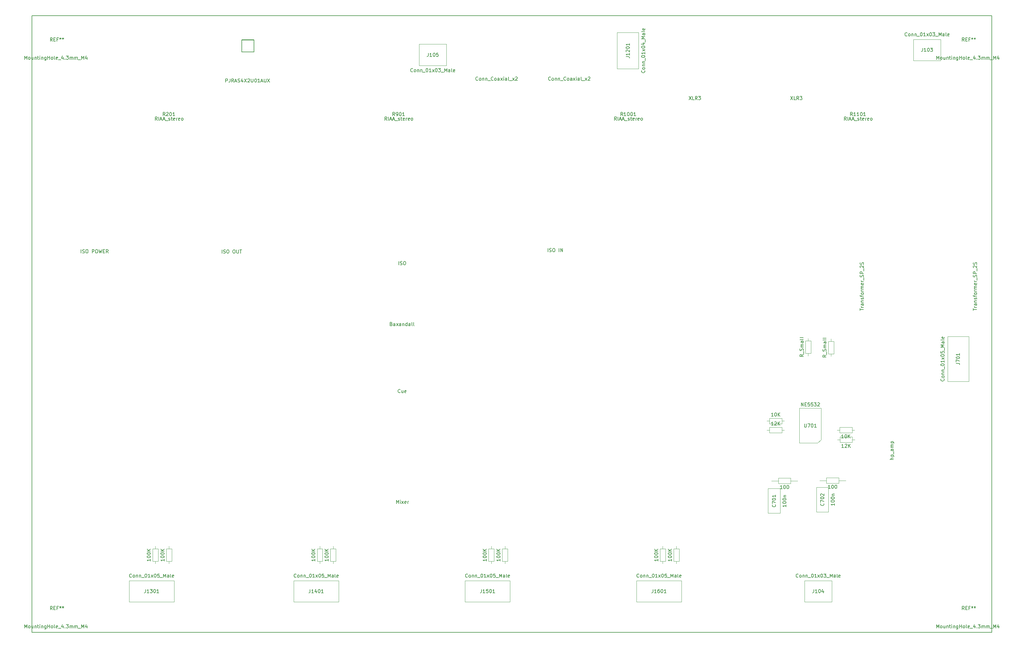
<source format=gbr>
G04 #@! TF.FileFunction,Other,Fab,Top*
%FSLAX46Y46*%
G04 Gerber Fmt 4.6, Leading zero omitted, Abs format (unit mm)*
G04 Created by KiCad (PCBNEW 4.0.7) date Wednesday 28 November 2018 'à' 00:54:26*
%MOMM*%
%LPD*%
G01*
G04 APERTURE LIST*
%ADD10C,0.100000*%
%ADD11C,0.150000*%
%ADD12C,0.075000*%
%ADD13C,0.120000*%
G04 APERTURE END LIST*
D10*
D11*
X111180000Y-60605000D02*
X111180000Y-57030000D01*
X114780000Y-60605000D02*
X111180000Y-60605000D01*
X114780000Y-57030000D02*
X114780000Y-60605000D01*
X111180000Y-57030000D02*
X114780000Y-57030000D01*
X50000000Y-230000000D02*
X50000000Y-50000000D01*
X330000000Y-230000000D02*
X50000000Y-230000000D01*
X330000000Y-50000000D02*
X330000000Y-230000000D01*
X50000000Y-50000000D02*
X330000000Y-50000000D01*
D12*
X114755000Y-60580000D02*
X111255000Y-60580000D01*
X114755000Y-60580000D02*
X114755000Y-57080000D01*
X111255000Y-60580000D02*
X111255000Y-57080000D01*
X114755000Y-57080000D02*
X111255000Y-57080000D01*
D10*
X279240000Y-174750000D02*
X273890000Y-174750000D01*
X273890000Y-174750000D02*
X273890000Y-164590000D01*
X273890000Y-164590000D02*
X280240000Y-164590000D01*
X280240000Y-164590000D02*
X280240000Y-173750000D01*
X280240000Y-173750000D02*
X279240000Y-174750000D01*
D13*
X91470000Y-221120000D02*
X91470000Y-214920000D01*
X91470000Y-214920000D02*
X78370000Y-214920000D01*
X78370000Y-214920000D02*
X78370000Y-221120000D01*
X78370000Y-221120000D02*
X91470000Y-221120000D01*
X139470000Y-221120000D02*
X139470000Y-214920000D01*
X139470000Y-214920000D02*
X126370000Y-214920000D01*
X126370000Y-214920000D02*
X126370000Y-221120000D01*
X126370000Y-221120000D02*
X139470000Y-221120000D01*
X189470000Y-221120000D02*
X189470000Y-214920000D01*
X189470000Y-214920000D02*
X176370000Y-214920000D01*
X176370000Y-214920000D02*
X176370000Y-221120000D01*
X176370000Y-221120000D02*
X189470000Y-221120000D01*
X239470000Y-221120000D02*
X239470000Y-214920000D01*
X239470000Y-214920000D02*
X226370000Y-214920000D01*
X226370000Y-214920000D02*
X226370000Y-221120000D01*
X226370000Y-221120000D02*
X239470000Y-221120000D01*
D10*
X285635000Y-170175000D02*
X285635000Y-171775000D01*
X285635000Y-171775000D02*
X289235000Y-171775000D01*
X289235000Y-171775000D02*
X289235000Y-170175000D01*
X289235000Y-170175000D02*
X285635000Y-170175000D01*
X284895000Y-170975000D02*
X285635000Y-170975000D01*
X289975000Y-170975000D02*
X289235000Y-170975000D01*
X268760000Y-169125000D02*
X268760000Y-167525000D01*
X268760000Y-167525000D02*
X265160000Y-167525000D01*
X265160000Y-167525000D02*
X265160000Y-169125000D01*
X265160000Y-169125000D02*
X268760000Y-169125000D01*
X269500000Y-168325000D02*
X268760000Y-168325000D01*
X264420000Y-168325000D02*
X265160000Y-168325000D01*
X285685000Y-172950000D02*
X285685000Y-174550000D01*
X285685000Y-174550000D02*
X289285000Y-174550000D01*
X289285000Y-174550000D02*
X289285000Y-172950000D01*
X289285000Y-172950000D02*
X285685000Y-172950000D01*
X284945000Y-173750000D02*
X285685000Y-173750000D01*
X290025000Y-173750000D02*
X289285000Y-173750000D01*
X268760000Y-171775000D02*
X268760000Y-170175000D01*
X268760000Y-170175000D02*
X265160000Y-170175000D01*
X265160000Y-170175000D02*
X265160000Y-171775000D01*
X265160000Y-171775000D02*
X268760000Y-171775000D01*
X269500000Y-170975000D02*
X268760000Y-170975000D01*
X264420000Y-170975000D02*
X265160000Y-170975000D01*
X277225000Y-144940000D02*
X275625000Y-144940000D01*
X275625000Y-144940000D02*
X275625000Y-148540000D01*
X275625000Y-148540000D02*
X277225000Y-148540000D01*
X277225000Y-148540000D02*
X277225000Y-144940000D01*
X276425000Y-144200000D02*
X276425000Y-144940000D01*
X276425000Y-149280000D02*
X276425000Y-148540000D01*
X283900000Y-145090000D02*
X282300000Y-145090000D01*
X282300000Y-145090000D02*
X282300000Y-148690000D01*
X282300000Y-148690000D02*
X283900000Y-148690000D01*
X283900000Y-148690000D02*
X283900000Y-145090000D01*
X283100000Y-144350000D02*
X283100000Y-145090000D01*
X283100000Y-149430000D02*
X283100000Y-148690000D01*
X264750000Y-195250000D02*
X268250000Y-195250000D01*
X268250000Y-195250000D02*
X268250000Y-188050000D01*
X268250000Y-188050000D02*
X264750000Y-188050000D01*
X264750000Y-188050000D02*
X264750000Y-195250000D01*
X278850000Y-194875000D02*
X282350000Y-194875000D01*
X282350000Y-194875000D02*
X282350000Y-187675000D01*
X282350000Y-187675000D02*
X278850000Y-187675000D01*
X278850000Y-187675000D02*
X278850000Y-194875000D01*
X267740000Y-184975000D02*
X267740000Y-186575000D01*
X267740000Y-186575000D02*
X271340000Y-186575000D01*
X271340000Y-186575000D02*
X271340000Y-184975000D01*
X271340000Y-184975000D02*
X267740000Y-184975000D01*
X265730000Y-185775000D02*
X267740000Y-185775000D01*
X273350000Y-185775000D02*
X271340000Y-185775000D01*
X281760000Y-184900000D02*
X281760000Y-186500000D01*
X281760000Y-186500000D02*
X285360000Y-186500000D01*
X285360000Y-186500000D02*
X285360000Y-184900000D01*
X285360000Y-184900000D02*
X281760000Y-184900000D01*
X279750000Y-185700000D02*
X281760000Y-185700000D01*
X287370000Y-185700000D02*
X285360000Y-185700000D01*
X86800000Y-205640000D02*
X85200000Y-205640000D01*
X85200000Y-205640000D02*
X85200000Y-209240000D01*
X85200000Y-209240000D02*
X86800000Y-209240000D01*
X86800000Y-209240000D02*
X86800000Y-205640000D01*
X86000000Y-204900000D02*
X86000000Y-205640000D01*
X86000000Y-209980000D02*
X86000000Y-209240000D01*
X90800000Y-205640000D02*
X89200000Y-205640000D01*
X89200000Y-205640000D02*
X89200000Y-209240000D01*
X89200000Y-209240000D02*
X90800000Y-209240000D01*
X90800000Y-209240000D02*
X90800000Y-205640000D01*
X90000000Y-204900000D02*
X90000000Y-205640000D01*
X90000000Y-209980000D02*
X90000000Y-209240000D01*
X134800000Y-205640000D02*
X133200000Y-205640000D01*
X133200000Y-205640000D02*
X133200000Y-209240000D01*
X133200000Y-209240000D02*
X134800000Y-209240000D01*
X134800000Y-209240000D02*
X134800000Y-205640000D01*
X134000000Y-204900000D02*
X134000000Y-205640000D01*
X134000000Y-209980000D02*
X134000000Y-209240000D01*
X138675000Y-205640000D02*
X137075000Y-205640000D01*
X137075000Y-205640000D02*
X137075000Y-209240000D01*
X137075000Y-209240000D02*
X138675000Y-209240000D01*
X138675000Y-209240000D02*
X138675000Y-205640000D01*
X137875000Y-204900000D02*
X137875000Y-205640000D01*
X137875000Y-209980000D02*
X137875000Y-209240000D01*
X184800000Y-205640000D02*
X183200000Y-205640000D01*
X183200000Y-205640000D02*
X183200000Y-209240000D01*
X183200000Y-209240000D02*
X184800000Y-209240000D01*
X184800000Y-209240000D02*
X184800000Y-205640000D01*
X184000000Y-204900000D02*
X184000000Y-205640000D01*
X184000000Y-209980000D02*
X184000000Y-209240000D01*
X188800000Y-205640000D02*
X187200000Y-205640000D01*
X187200000Y-205640000D02*
X187200000Y-209240000D01*
X187200000Y-209240000D02*
X188800000Y-209240000D01*
X188800000Y-209240000D02*
X188800000Y-205640000D01*
X188000000Y-204900000D02*
X188000000Y-205640000D01*
X188000000Y-209980000D02*
X188000000Y-209240000D01*
X234800000Y-205640000D02*
X233200000Y-205640000D01*
X233200000Y-205640000D02*
X233200000Y-209240000D01*
X233200000Y-209240000D02*
X234800000Y-209240000D01*
X234800000Y-209240000D02*
X234800000Y-205640000D01*
X234000000Y-204900000D02*
X234000000Y-205640000D01*
X234000000Y-209980000D02*
X234000000Y-209240000D01*
X238800000Y-205640000D02*
X237200000Y-205640000D01*
X237200000Y-205640000D02*
X237200000Y-209240000D01*
X237200000Y-209240000D02*
X238800000Y-209240000D01*
X238800000Y-209240000D02*
X238800000Y-205640000D01*
X238000000Y-204900000D02*
X238000000Y-205640000D01*
X238000000Y-209980000D02*
X238000000Y-209240000D01*
D13*
X315135000Y-63120000D02*
X315135000Y-56920000D01*
X315135000Y-56920000D02*
X307115000Y-56920000D01*
X307115000Y-56920000D02*
X307115000Y-63120000D01*
X307115000Y-63120000D02*
X315135000Y-63120000D01*
X323295000Y-143650000D02*
X317095000Y-143650000D01*
X317095000Y-143650000D02*
X317095000Y-156750000D01*
X317095000Y-156750000D02*
X323295000Y-156750000D01*
X323295000Y-156750000D02*
X323295000Y-143650000D01*
X220730000Y-65475000D02*
X226930000Y-65475000D01*
X226930000Y-65475000D02*
X226930000Y-54915000D01*
X226930000Y-54915000D02*
X220730000Y-54915000D01*
X220730000Y-54915000D02*
X220730000Y-65475000D01*
X283370000Y-221120000D02*
X283370000Y-214920000D01*
X283370000Y-214920000D02*
X275350000Y-214920000D01*
X275350000Y-214920000D02*
X275350000Y-221120000D01*
X275350000Y-221120000D02*
X283370000Y-221120000D01*
X162915000Y-58330000D02*
X162915000Y-64530000D01*
X162915000Y-64530000D02*
X170935000Y-64530000D01*
X170935000Y-64530000D02*
X170935000Y-58330000D01*
X170935000Y-58330000D02*
X162915000Y-58330000D01*
D11*
X47880952Y-62752381D02*
X47880952Y-61752381D01*
X48214286Y-62466667D01*
X48547619Y-61752381D01*
X48547619Y-62752381D01*
X49166666Y-62752381D02*
X49071428Y-62704762D01*
X49023809Y-62657143D01*
X48976190Y-62561905D01*
X48976190Y-62276190D01*
X49023809Y-62180952D01*
X49071428Y-62133333D01*
X49166666Y-62085714D01*
X49309524Y-62085714D01*
X49404762Y-62133333D01*
X49452381Y-62180952D01*
X49500000Y-62276190D01*
X49500000Y-62561905D01*
X49452381Y-62657143D01*
X49404762Y-62704762D01*
X49309524Y-62752381D01*
X49166666Y-62752381D01*
X50357143Y-62085714D02*
X50357143Y-62752381D01*
X49928571Y-62085714D02*
X49928571Y-62609524D01*
X49976190Y-62704762D01*
X50071428Y-62752381D01*
X50214286Y-62752381D01*
X50309524Y-62704762D01*
X50357143Y-62657143D01*
X50833333Y-62085714D02*
X50833333Y-62752381D01*
X50833333Y-62180952D02*
X50880952Y-62133333D01*
X50976190Y-62085714D01*
X51119048Y-62085714D01*
X51214286Y-62133333D01*
X51261905Y-62228571D01*
X51261905Y-62752381D01*
X51595238Y-62085714D02*
X51976190Y-62085714D01*
X51738095Y-61752381D02*
X51738095Y-62609524D01*
X51785714Y-62704762D01*
X51880952Y-62752381D01*
X51976190Y-62752381D01*
X52309524Y-62752381D02*
X52309524Y-62085714D01*
X52309524Y-61752381D02*
X52261905Y-61800000D01*
X52309524Y-61847619D01*
X52357143Y-61800000D01*
X52309524Y-61752381D01*
X52309524Y-61847619D01*
X52785714Y-62085714D02*
X52785714Y-62752381D01*
X52785714Y-62180952D02*
X52833333Y-62133333D01*
X52928571Y-62085714D01*
X53071429Y-62085714D01*
X53166667Y-62133333D01*
X53214286Y-62228571D01*
X53214286Y-62752381D01*
X54119048Y-62085714D02*
X54119048Y-62895238D01*
X54071429Y-62990476D01*
X54023810Y-63038095D01*
X53928571Y-63085714D01*
X53785714Y-63085714D01*
X53690476Y-63038095D01*
X54119048Y-62704762D02*
X54023810Y-62752381D01*
X53833333Y-62752381D01*
X53738095Y-62704762D01*
X53690476Y-62657143D01*
X53642857Y-62561905D01*
X53642857Y-62276190D01*
X53690476Y-62180952D01*
X53738095Y-62133333D01*
X53833333Y-62085714D01*
X54023810Y-62085714D01*
X54119048Y-62133333D01*
X54595238Y-62752381D02*
X54595238Y-61752381D01*
X54595238Y-62228571D02*
X55166667Y-62228571D01*
X55166667Y-62752381D02*
X55166667Y-61752381D01*
X55785714Y-62752381D02*
X55690476Y-62704762D01*
X55642857Y-62657143D01*
X55595238Y-62561905D01*
X55595238Y-62276190D01*
X55642857Y-62180952D01*
X55690476Y-62133333D01*
X55785714Y-62085714D01*
X55928572Y-62085714D01*
X56023810Y-62133333D01*
X56071429Y-62180952D01*
X56119048Y-62276190D01*
X56119048Y-62561905D01*
X56071429Y-62657143D01*
X56023810Y-62704762D01*
X55928572Y-62752381D01*
X55785714Y-62752381D01*
X56690476Y-62752381D02*
X56595238Y-62704762D01*
X56547619Y-62609524D01*
X56547619Y-61752381D01*
X57452382Y-62704762D02*
X57357144Y-62752381D01*
X57166667Y-62752381D01*
X57071429Y-62704762D01*
X57023810Y-62609524D01*
X57023810Y-62228571D01*
X57071429Y-62133333D01*
X57166667Y-62085714D01*
X57357144Y-62085714D01*
X57452382Y-62133333D01*
X57500001Y-62228571D01*
X57500001Y-62323810D01*
X57023810Y-62419048D01*
X57690477Y-62847619D02*
X58452382Y-62847619D01*
X59119049Y-62085714D02*
X59119049Y-62752381D01*
X58880953Y-61704762D02*
X58642858Y-62419048D01*
X59261906Y-62419048D01*
X59642858Y-62657143D02*
X59690477Y-62704762D01*
X59642858Y-62752381D01*
X59595239Y-62704762D01*
X59642858Y-62657143D01*
X59642858Y-62752381D01*
X60023810Y-61752381D02*
X60642858Y-61752381D01*
X60309524Y-62133333D01*
X60452382Y-62133333D01*
X60547620Y-62180952D01*
X60595239Y-62228571D01*
X60642858Y-62323810D01*
X60642858Y-62561905D01*
X60595239Y-62657143D01*
X60547620Y-62704762D01*
X60452382Y-62752381D01*
X60166667Y-62752381D01*
X60071429Y-62704762D01*
X60023810Y-62657143D01*
X61071429Y-62752381D02*
X61071429Y-62085714D01*
X61071429Y-62180952D02*
X61119048Y-62133333D01*
X61214286Y-62085714D01*
X61357144Y-62085714D01*
X61452382Y-62133333D01*
X61500001Y-62228571D01*
X61500001Y-62752381D01*
X61500001Y-62228571D02*
X61547620Y-62133333D01*
X61642858Y-62085714D01*
X61785715Y-62085714D01*
X61880953Y-62133333D01*
X61928572Y-62228571D01*
X61928572Y-62752381D01*
X62404762Y-62752381D02*
X62404762Y-62085714D01*
X62404762Y-62180952D02*
X62452381Y-62133333D01*
X62547619Y-62085714D01*
X62690477Y-62085714D01*
X62785715Y-62133333D01*
X62833334Y-62228571D01*
X62833334Y-62752381D01*
X62833334Y-62228571D02*
X62880953Y-62133333D01*
X62976191Y-62085714D01*
X63119048Y-62085714D01*
X63214286Y-62133333D01*
X63261905Y-62228571D01*
X63261905Y-62752381D01*
X63500000Y-62847619D02*
X64261905Y-62847619D01*
X64500000Y-62752381D02*
X64500000Y-61752381D01*
X64833334Y-62466667D01*
X65166667Y-61752381D01*
X65166667Y-62752381D01*
X66071429Y-62085714D02*
X66071429Y-62752381D01*
X65833333Y-61704762D02*
X65595238Y-62419048D01*
X66214286Y-62419048D01*
X55966667Y-57452381D02*
X55633333Y-56976190D01*
X55395238Y-57452381D02*
X55395238Y-56452381D01*
X55776191Y-56452381D01*
X55871429Y-56500000D01*
X55919048Y-56547619D01*
X55966667Y-56642857D01*
X55966667Y-56785714D01*
X55919048Y-56880952D01*
X55871429Y-56928571D01*
X55776191Y-56976190D01*
X55395238Y-56976190D01*
X56395238Y-56928571D02*
X56728572Y-56928571D01*
X56871429Y-57452381D02*
X56395238Y-57452381D01*
X56395238Y-56452381D01*
X56871429Y-56452381D01*
X57633334Y-56928571D02*
X57300000Y-56928571D01*
X57300000Y-57452381D02*
X57300000Y-56452381D01*
X57776191Y-56452381D01*
X58300000Y-56452381D02*
X58300000Y-56690476D01*
X58061905Y-56595238D02*
X58300000Y-56690476D01*
X58538096Y-56595238D01*
X58157143Y-56880952D02*
X58300000Y-56690476D01*
X58442858Y-56880952D01*
X59061905Y-56452381D02*
X59061905Y-56690476D01*
X58823810Y-56595238D02*
X59061905Y-56690476D01*
X59300001Y-56595238D01*
X58919048Y-56880952D02*
X59061905Y-56690476D01*
X59204763Y-56880952D01*
X47880952Y-228727381D02*
X47880952Y-227727381D01*
X48214286Y-228441667D01*
X48547619Y-227727381D01*
X48547619Y-228727381D01*
X49166666Y-228727381D02*
X49071428Y-228679762D01*
X49023809Y-228632143D01*
X48976190Y-228536905D01*
X48976190Y-228251190D01*
X49023809Y-228155952D01*
X49071428Y-228108333D01*
X49166666Y-228060714D01*
X49309524Y-228060714D01*
X49404762Y-228108333D01*
X49452381Y-228155952D01*
X49500000Y-228251190D01*
X49500000Y-228536905D01*
X49452381Y-228632143D01*
X49404762Y-228679762D01*
X49309524Y-228727381D01*
X49166666Y-228727381D01*
X50357143Y-228060714D02*
X50357143Y-228727381D01*
X49928571Y-228060714D02*
X49928571Y-228584524D01*
X49976190Y-228679762D01*
X50071428Y-228727381D01*
X50214286Y-228727381D01*
X50309524Y-228679762D01*
X50357143Y-228632143D01*
X50833333Y-228060714D02*
X50833333Y-228727381D01*
X50833333Y-228155952D02*
X50880952Y-228108333D01*
X50976190Y-228060714D01*
X51119048Y-228060714D01*
X51214286Y-228108333D01*
X51261905Y-228203571D01*
X51261905Y-228727381D01*
X51595238Y-228060714D02*
X51976190Y-228060714D01*
X51738095Y-227727381D02*
X51738095Y-228584524D01*
X51785714Y-228679762D01*
X51880952Y-228727381D01*
X51976190Y-228727381D01*
X52309524Y-228727381D02*
X52309524Y-228060714D01*
X52309524Y-227727381D02*
X52261905Y-227775000D01*
X52309524Y-227822619D01*
X52357143Y-227775000D01*
X52309524Y-227727381D01*
X52309524Y-227822619D01*
X52785714Y-228060714D02*
X52785714Y-228727381D01*
X52785714Y-228155952D02*
X52833333Y-228108333D01*
X52928571Y-228060714D01*
X53071429Y-228060714D01*
X53166667Y-228108333D01*
X53214286Y-228203571D01*
X53214286Y-228727381D01*
X54119048Y-228060714D02*
X54119048Y-228870238D01*
X54071429Y-228965476D01*
X54023810Y-229013095D01*
X53928571Y-229060714D01*
X53785714Y-229060714D01*
X53690476Y-229013095D01*
X54119048Y-228679762D02*
X54023810Y-228727381D01*
X53833333Y-228727381D01*
X53738095Y-228679762D01*
X53690476Y-228632143D01*
X53642857Y-228536905D01*
X53642857Y-228251190D01*
X53690476Y-228155952D01*
X53738095Y-228108333D01*
X53833333Y-228060714D01*
X54023810Y-228060714D01*
X54119048Y-228108333D01*
X54595238Y-228727381D02*
X54595238Y-227727381D01*
X54595238Y-228203571D02*
X55166667Y-228203571D01*
X55166667Y-228727381D02*
X55166667Y-227727381D01*
X55785714Y-228727381D02*
X55690476Y-228679762D01*
X55642857Y-228632143D01*
X55595238Y-228536905D01*
X55595238Y-228251190D01*
X55642857Y-228155952D01*
X55690476Y-228108333D01*
X55785714Y-228060714D01*
X55928572Y-228060714D01*
X56023810Y-228108333D01*
X56071429Y-228155952D01*
X56119048Y-228251190D01*
X56119048Y-228536905D01*
X56071429Y-228632143D01*
X56023810Y-228679762D01*
X55928572Y-228727381D01*
X55785714Y-228727381D01*
X56690476Y-228727381D02*
X56595238Y-228679762D01*
X56547619Y-228584524D01*
X56547619Y-227727381D01*
X57452382Y-228679762D02*
X57357144Y-228727381D01*
X57166667Y-228727381D01*
X57071429Y-228679762D01*
X57023810Y-228584524D01*
X57023810Y-228203571D01*
X57071429Y-228108333D01*
X57166667Y-228060714D01*
X57357144Y-228060714D01*
X57452382Y-228108333D01*
X57500001Y-228203571D01*
X57500001Y-228298810D01*
X57023810Y-228394048D01*
X57690477Y-228822619D02*
X58452382Y-228822619D01*
X59119049Y-228060714D02*
X59119049Y-228727381D01*
X58880953Y-227679762D02*
X58642858Y-228394048D01*
X59261906Y-228394048D01*
X59642858Y-228632143D02*
X59690477Y-228679762D01*
X59642858Y-228727381D01*
X59595239Y-228679762D01*
X59642858Y-228632143D01*
X59642858Y-228727381D01*
X60023810Y-227727381D02*
X60642858Y-227727381D01*
X60309524Y-228108333D01*
X60452382Y-228108333D01*
X60547620Y-228155952D01*
X60595239Y-228203571D01*
X60642858Y-228298810D01*
X60642858Y-228536905D01*
X60595239Y-228632143D01*
X60547620Y-228679762D01*
X60452382Y-228727381D01*
X60166667Y-228727381D01*
X60071429Y-228679762D01*
X60023810Y-228632143D01*
X61071429Y-228727381D02*
X61071429Y-228060714D01*
X61071429Y-228155952D02*
X61119048Y-228108333D01*
X61214286Y-228060714D01*
X61357144Y-228060714D01*
X61452382Y-228108333D01*
X61500001Y-228203571D01*
X61500001Y-228727381D01*
X61500001Y-228203571D02*
X61547620Y-228108333D01*
X61642858Y-228060714D01*
X61785715Y-228060714D01*
X61880953Y-228108333D01*
X61928572Y-228203571D01*
X61928572Y-228727381D01*
X62404762Y-228727381D02*
X62404762Y-228060714D01*
X62404762Y-228155952D02*
X62452381Y-228108333D01*
X62547619Y-228060714D01*
X62690477Y-228060714D01*
X62785715Y-228108333D01*
X62833334Y-228203571D01*
X62833334Y-228727381D01*
X62833334Y-228203571D02*
X62880953Y-228108333D01*
X62976191Y-228060714D01*
X63119048Y-228060714D01*
X63214286Y-228108333D01*
X63261905Y-228203571D01*
X63261905Y-228727381D01*
X63500000Y-228822619D02*
X64261905Y-228822619D01*
X64500000Y-228727381D02*
X64500000Y-227727381D01*
X64833334Y-228441667D01*
X65166667Y-227727381D01*
X65166667Y-228727381D01*
X66071429Y-228060714D02*
X66071429Y-228727381D01*
X65833333Y-227679762D02*
X65595238Y-228394048D01*
X66214286Y-228394048D01*
X55966667Y-223427381D02*
X55633333Y-222951190D01*
X55395238Y-223427381D02*
X55395238Y-222427381D01*
X55776191Y-222427381D01*
X55871429Y-222475000D01*
X55919048Y-222522619D01*
X55966667Y-222617857D01*
X55966667Y-222760714D01*
X55919048Y-222855952D01*
X55871429Y-222903571D01*
X55776191Y-222951190D01*
X55395238Y-222951190D01*
X56395238Y-222903571D02*
X56728572Y-222903571D01*
X56871429Y-223427381D02*
X56395238Y-223427381D01*
X56395238Y-222427381D01*
X56871429Y-222427381D01*
X57633334Y-222903571D02*
X57300000Y-222903571D01*
X57300000Y-223427381D02*
X57300000Y-222427381D01*
X57776191Y-222427381D01*
X58300000Y-222427381D02*
X58300000Y-222665476D01*
X58061905Y-222570238D02*
X58300000Y-222665476D01*
X58538096Y-222570238D01*
X58157143Y-222855952D02*
X58300000Y-222665476D01*
X58442858Y-222855952D01*
X59061905Y-222427381D02*
X59061905Y-222665476D01*
X58823810Y-222570238D02*
X59061905Y-222665476D01*
X59300001Y-222570238D01*
X58919048Y-222855952D02*
X59061905Y-222665476D01*
X59204763Y-222855952D01*
X313880952Y-228727381D02*
X313880952Y-227727381D01*
X314214286Y-228441667D01*
X314547619Y-227727381D01*
X314547619Y-228727381D01*
X315166666Y-228727381D02*
X315071428Y-228679762D01*
X315023809Y-228632143D01*
X314976190Y-228536905D01*
X314976190Y-228251190D01*
X315023809Y-228155952D01*
X315071428Y-228108333D01*
X315166666Y-228060714D01*
X315309524Y-228060714D01*
X315404762Y-228108333D01*
X315452381Y-228155952D01*
X315500000Y-228251190D01*
X315500000Y-228536905D01*
X315452381Y-228632143D01*
X315404762Y-228679762D01*
X315309524Y-228727381D01*
X315166666Y-228727381D01*
X316357143Y-228060714D02*
X316357143Y-228727381D01*
X315928571Y-228060714D02*
X315928571Y-228584524D01*
X315976190Y-228679762D01*
X316071428Y-228727381D01*
X316214286Y-228727381D01*
X316309524Y-228679762D01*
X316357143Y-228632143D01*
X316833333Y-228060714D02*
X316833333Y-228727381D01*
X316833333Y-228155952D02*
X316880952Y-228108333D01*
X316976190Y-228060714D01*
X317119048Y-228060714D01*
X317214286Y-228108333D01*
X317261905Y-228203571D01*
X317261905Y-228727381D01*
X317595238Y-228060714D02*
X317976190Y-228060714D01*
X317738095Y-227727381D02*
X317738095Y-228584524D01*
X317785714Y-228679762D01*
X317880952Y-228727381D01*
X317976190Y-228727381D01*
X318309524Y-228727381D02*
X318309524Y-228060714D01*
X318309524Y-227727381D02*
X318261905Y-227775000D01*
X318309524Y-227822619D01*
X318357143Y-227775000D01*
X318309524Y-227727381D01*
X318309524Y-227822619D01*
X318785714Y-228060714D02*
X318785714Y-228727381D01*
X318785714Y-228155952D02*
X318833333Y-228108333D01*
X318928571Y-228060714D01*
X319071429Y-228060714D01*
X319166667Y-228108333D01*
X319214286Y-228203571D01*
X319214286Y-228727381D01*
X320119048Y-228060714D02*
X320119048Y-228870238D01*
X320071429Y-228965476D01*
X320023810Y-229013095D01*
X319928571Y-229060714D01*
X319785714Y-229060714D01*
X319690476Y-229013095D01*
X320119048Y-228679762D02*
X320023810Y-228727381D01*
X319833333Y-228727381D01*
X319738095Y-228679762D01*
X319690476Y-228632143D01*
X319642857Y-228536905D01*
X319642857Y-228251190D01*
X319690476Y-228155952D01*
X319738095Y-228108333D01*
X319833333Y-228060714D01*
X320023810Y-228060714D01*
X320119048Y-228108333D01*
X320595238Y-228727381D02*
X320595238Y-227727381D01*
X320595238Y-228203571D02*
X321166667Y-228203571D01*
X321166667Y-228727381D02*
X321166667Y-227727381D01*
X321785714Y-228727381D02*
X321690476Y-228679762D01*
X321642857Y-228632143D01*
X321595238Y-228536905D01*
X321595238Y-228251190D01*
X321642857Y-228155952D01*
X321690476Y-228108333D01*
X321785714Y-228060714D01*
X321928572Y-228060714D01*
X322023810Y-228108333D01*
X322071429Y-228155952D01*
X322119048Y-228251190D01*
X322119048Y-228536905D01*
X322071429Y-228632143D01*
X322023810Y-228679762D01*
X321928572Y-228727381D01*
X321785714Y-228727381D01*
X322690476Y-228727381D02*
X322595238Y-228679762D01*
X322547619Y-228584524D01*
X322547619Y-227727381D01*
X323452382Y-228679762D02*
X323357144Y-228727381D01*
X323166667Y-228727381D01*
X323071429Y-228679762D01*
X323023810Y-228584524D01*
X323023810Y-228203571D01*
X323071429Y-228108333D01*
X323166667Y-228060714D01*
X323357144Y-228060714D01*
X323452382Y-228108333D01*
X323500001Y-228203571D01*
X323500001Y-228298810D01*
X323023810Y-228394048D01*
X323690477Y-228822619D02*
X324452382Y-228822619D01*
X325119049Y-228060714D02*
X325119049Y-228727381D01*
X324880953Y-227679762D02*
X324642858Y-228394048D01*
X325261906Y-228394048D01*
X325642858Y-228632143D02*
X325690477Y-228679762D01*
X325642858Y-228727381D01*
X325595239Y-228679762D01*
X325642858Y-228632143D01*
X325642858Y-228727381D01*
X326023810Y-227727381D02*
X326642858Y-227727381D01*
X326309524Y-228108333D01*
X326452382Y-228108333D01*
X326547620Y-228155952D01*
X326595239Y-228203571D01*
X326642858Y-228298810D01*
X326642858Y-228536905D01*
X326595239Y-228632143D01*
X326547620Y-228679762D01*
X326452382Y-228727381D01*
X326166667Y-228727381D01*
X326071429Y-228679762D01*
X326023810Y-228632143D01*
X327071429Y-228727381D02*
X327071429Y-228060714D01*
X327071429Y-228155952D02*
X327119048Y-228108333D01*
X327214286Y-228060714D01*
X327357144Y-228060714D01*
X327452382Y-228108333D01*
X327500001Y-228203571D01*
X327500001Y-228727381D01*
X327500001Y-228203571D02*
X327547620Y-228108333D01*
X327642858Y-228060714D01*
X327785715Y-228060714D01*
X327880953Y-228108333D01*
X327928572Y-228203571D01*
X327928572Y-228727381D01*
X328404762Y-228727381D02*
X328404762Y-228060714D01*
X328404762Y-228155952D02*
X328452381Y-228108333D01*
X328547619Y-228060714D01*
X328690477Y-228060714D01*
X328785715Y-228108333D01*
X328833334Y-228203571D01*
X328833334Y-228727381D01*
X328833334Y-228203571D02*
X328880953Y-228108333D01*
X328976191Y-228060714D01*
X329119048Y-228060714D01*
X329214286Y-228108333D01*
X329261905Y-228203571D01*
X329261905Y-228727381D01*
X329500000Y-228822619D02*
X330261905Y-228822619D01*
X330500000Y-228727381D02*
X330500000Y-227727381D01*
X330833334Y-228441667D01*
X331166667Y-227727381D01*
X331166667Y-228727381D01*
X332071429Y-228060714D02*
X332071429Y-228727381D01*
X331833333Y-227679762D02*
X331595238Y-228394048D01*
X332214286Y-228394048D01*
X321966667Y-223427381D02*
X321633333Y-222951190D01*
X321395238Y-223427381D02*
X321395238Y-222427381D01*
X321776191Y-222427381D01*
X321871429Y-222475000D01*
X321919048Y-222522619D01*
X321966667Y-222617857D01*
X321966667Y-222760714D01*
X321919048Y-222855952D01*
X321871429Y-222903571D01*
X321776191Y-222951190D01*
X321395238Y-222951190D01*
X322395238Y-222903571D02*
X322728572Y-222903571D01*
X322871429Y-223427381D02*
X322395238Y-223427381D01*
X322395238Y-222427381D01*
X322871429Y-222427381D01*
X323633334Y-222903571D02*
X323300000Y-222903571D01*
X323300000Y-223427381D02*
X323300000Y-222427381D01*
X323776191Y-222427381D01*
X324300000Y-222427381D02*
X324300000Y-222665476D01*
X324061905Y-222570238D02*
X324300000Y-222665476D01*
X324538096Y-222570238D01*
X324157143Y-222855952D02*
X324300000Y-222665476D01*
X324442858Y-222855952D01*
X325061905Y-222427381D02*
X325061905Y-222665476D01*
X324823810Y-222570238D02*
X325061905Y-222665476D01*
X325300001Y-222570238D01*
X324919048Y-222855952D02*
X325061905Y-222665476D01*
X325204763Y-222855952D01*
X106514047Y-69432381D02*
X106514047Y-68432381D01*
X106895000Y-68432381D01*
X106990238Y-68480000D01*
X107037857Y-68527619D01*
X107085476Y-68622857D01*
X107085476Y-68765714D01*
X107037857Y-68860952D01*
X106990238Y-68908571D01*
X106895000Y-68956190D01*
X106514047Y-68956190D01*
X107799762Y-68432381D02*
X107799762Y-69146667D01*
X107752142Y-69289524D01*
X107656904Y-69384762D01*
X107514047Y-69432381D01*
X107418809Y-69432381D01*
X108847381Y-69432381D02*
X108514047Y-68956190D01*
X108275952Y-69432381D02*
X108275952Y-68432381D01*
X108656905Y-68432381D01*
X108752143Y-68480000D01*
X108799762Y-68527619D01*
X108847381Y-68622857D01*
X108847381Y-68765714D01*
X108799762Y-68860952D01*
X108752143Y-68908571D01*
X108656905Y-68956190D01*
X108275952Y-68956190D01*
X109228333Y-69146667D02*
X109704524Y-69146667D01*
X109133095Y-69432381D02*
X109466428Y-68432381D01*
X109799762Y-69432381D01*
X110085476Y-69384762D02*
X110228333Y-69432381D01*
X110466429Y-69432381D01*
X110561667Y-69384762D01*
X110609286Y-69337143D01*
X110656905Y-69241905D01*
X110656905Y-69146667D01*
X110609286Y-69051429D01*
X110561667Y-69003810D01*
X110466429Y-68956190D01*
X110275952Y-68908571D01*
X110180714Y-68860952D01*
X110133095Y-68813333D01*
X110085476Y-68718095D01*
X110085476Y-68622857D01*
X110133095Y-68527619D01*
X110180714Y-68480000D01*
X110275952Y-68432381D01*
X110514048Y-68432381D01*
X110656905Y-68480000D01*
X111514048Y-68765714D02*
X111514048Y-69432381D01*
X111275952Y-68384762D02*
X111037857Y-69099048D01*
X111656905Y-69099048D01*
X111942619Y-68432381D02*
X112609286Y-69432381D01*
X112609286Y-68432381D02*
X111942619Y-69432381D01*
X112942619Y-68527619D02*
X112990238Y-68480000D01*
X113085476Y-68432381D01*
X113323572Y-68432381D01*
X113418810Y-68480000D01*
X113466429Y-68527619D01*
X113514048Y-68622857D01*
X113514048Y-68718095D01*
X113466429Y-68860952D01*
X112895000Y-69432381D01*
X113514048Y-69432381D01*
X113942619Y-68432381D02*
X113942619Y-69241905D01*
X113990238Y-69337143D01*
X114037857Y-69384762D01*
X114133095Y-69432381D01*
X114323572Y-69432381D01*
X114418810Y-69384762D01*
X114466429Y-69337143D01*
X114514048Y-69241905D01*
X114514048Y-68432381D01*
X115180714Y-68432381D02*
X115275953Y-68432381D01*
X115371191Y-68480000D01*
X115418810Y-68527619D01*
X115466429Y-68622857D01*
X115514048Y-68813333D01*
X115514048Y-69051429D01*
X115466429Y-69241905D01*
X115418810Y-69337143D01*
X115371191Y-69384762D01*
X115275953Y-69432381D01*
X115180714Y-69432381D01*
X115085476Y-69384762D01*
X115037857Y-69337143D01*
X114990238Y-69241905D01*
X114942619Y-69051429D01*
X114942619Y-68813333D01*
X114990238Y-68622857D01*
X115037857Y-68527619D01*
X115085476Y-68480000D01*
X115180714Y-68432381D01*
X116466429Y-69432381D02*
X115895000Y-69432381D01*
X116180714Y-69432381D02*
X116180714Y-68432381D01*
X116085476Y-68575238D01*
X115990238Y-68670476D01*
X115895000Y-68718095D01*
X116847381Y-69146667D02*
X117323572Y-69146667D01*
X116752143Y-69432381D02*
X117085476Y-68432381D01*
X117418810Y-69432381D01*
X117752143Y-68432381D02*
X117752143Y-69241905D01*
X117799762Y-69337143D01*
X117847381Y-69384762D01*
X117942619Y-69432381D01*
X118133096Y-69432381D01*
X118228334Y-69384762D01*
X118275953Y-69337143D01*
X118323572Y-69241905D01*
X118323572Y-68432381D01*
X118704524Y-68432381D02*
X119371191Y-69432381D01*
X119371191Y-68432381D02*
X118704524Y-69432381D01*
X324602381Y-136047620D02*
X324602381Y-135476191D01*
X325602381Y-135761906D02*
X324602381Y-135761906D01*
X325602381Y-135142858D02*
X324935714Y-135142858D01*
X325126190Y-135142858D02*
X325030952Y-135095239D01*
X324983333Y-135047620D01*
X324935714Y-134952382D01*
X324935714Y-134857143D01*
X325602381Y-134095238D02*
X325078571Y-134095238D01*
X324983333Y-134142857D01*
X324935714Y-134238095D01*
X324935714Y-134428572D01*
X324983333Y-134523810D01*
X325554762Y-134095238D02*
X325602381Y-134190476D01*
X325602381Y-134428572D01*
X325554762Y-134523810D01*
X325459524Y-134571429D01*
X325364286Y-134571429D01*
X325269048Y-134523810D01*
X325221429Y-134428572D01*
X325221429Y-134190476D01*
X325173810Y-134095238D01*
X324935714Y-133619048D02*
X325602381Y-133619048D01*
X325030952Y-133619048D02*
X324983333Y-133571429D01*
X324935714Y-133476191D01*
X324935714Y-133333333D01*
X324983333Y-133238095D01*
X325078571Y-133190476D01*
X325602381Y-133190476D01*
X325554762Y-132761905D02*
X325602381Y-132666667D01*
X325602381Y-132476191D01*
X325554762Y-132380952D01*
X325459524Y-132333333D01*
X325411905Y-132333333D01*
X325316667Y-132380952D01*
X325269048Y-132476191D01*
X325269048Y-132619048D01*
X325221429Y-132714286D01*
X325126190Y-132761905D01*
X325078571Y-132761905D01*
X324983333Y-132714286D01*
X324935714Y-132619048D01*
X324935714Y-132476191D01*
X324983333Y-132380952D01*
X324935714Y-132047619D02*
X324935714Y-131666667D01*
X325602381Y-131904762D02*
X324745238Y-131904762D01*
X324650000Y-131857143D01*
X324602381Y-131761905D01*
X324602381Y-131666667D01*
X325602381Y-131190476D02*
X325554762Y-131285714D01*
X325507143Y-131333333D01*
X325411905Y-131380952D01*
X325126190Y-131380952D01*
X325030952Y-131333333D01*
X324983333Y-131285714D01*
X324935714Y-131190476D01*
X324935714Y-131047618D01*
X324983333Y-130952380D01*
X325030952Y-130904761D01*
X325126190Y-130857142D01*
X325411905Y-130857142D01*
X325507143Y-130904761D01*
X325554762Y-130952380D01*
X325602381Y-131047618D01*
X325602381Y-131190476D01*
X325602381Y-130428571D02*
X324935714Y-130428571D01*
X325126190Y-130428571D02*
X325030952Y-130380952D01*
X324983333Y-130333333D01*
X324935714Y-130238095D01*
X324935714Y-130142856D01*
X325602381Y-129809523D02*
X324935714Y-129809523D01*
X325030952Y-129809523D02*
X324983333Y-129761904D01*
X324935714Y-129666666D01*
X324935714Y-129523808D01*
X324983333Y-129428570D01*
X325078571Y-129380951D01*
X325602381Y-129380951D01*
X325078571Y-129380951D02*
X324983333Y-129333332D01*
X324935714Y-129238094D01*
X324935714Y-129095237D01*
X324983333Y-128999999D01*
X325078571Y-128952380D01*
X325602381Y-128952380D01*
X325554762Y-128095237D02*
X325602381Y-128190475D01*
X325602381Y-128380952D01*
X325554762Y-128476190D01*
X325459524Y-128523809D01*
X325078571Y-128523809D01*
X324983333Y-128476190D01*
X324935714Y-128380952D01*
X324935714Y-128190475D01*
X324983333Y-128095237D01*
X325078571Y-128047618D01*
X325173810Y-128047618D01*
X325269048Y-128523809D01*
X325602381Y-127619047D02*
X324935714Y-127619047D01*
X325126190Y-127619047D02*
X325030952Y-127571428D01*
X324983333Y-127523809D01*
X324935714Y-127428571D01*
X324935714Y-127333332D01*
X325697619Y-127238094D02*
X325697619Y-126476189D01*
X325554762Y-126285713D02*
X325602381Y-126142856D01*
X325602381Y-125904760D01*
X325554762Y-125809522D01*
X325507143Y-125761903D01*
X325411905Y-125714284D01*
X325316667Y-125714284D01*
X325221429Y-125761903D01*
X325173810Y-125809522D01*
X325126190Y-125904760D01*
X325078571Y-126095237D01*
X325030952Y-126190475D01*
X324983333Y-126238094D01*
X324888095Y-126285713D01*
X324792857Y-126285713D01*
X324697619Y-126238094D01*
X324650000Y-126190475D01*
X324602381Y-126095237D01*
X324602381Y-125857141D01*
X324650000Y-125714284D01*
X325602381Y-125285713D02*
X324602381Y-125285713D01*
X324602381Y-124904760D01*
X324650000Y-124809522D01*
X324697619Y-124761903D01*
X324792857Y-124714284D01*
X324935714Y-124714284D01*
X325030952Y-124761903D01*
X325078571Y-124809522D01*
X325126190Y-124904760D01*
X325126190Y-125285713D01*
X325697619Y-124523808D02*
X325697619Y-123761903D01*
X324697619Y-123571427D02*
X324650000Y-123523808D01*
X324602381Y-123428570D01*
X324602381Y-123190474D01*
X324650000Y-123095236D01*
X324697619Y-123047617D01*
X324792857Y-122999998D01*
X324888095Y-122999998D01*
X325030952Y-123047617D01*
X325602381Y-123619046D01*
X325602381Y-122999998D01*
X325554762Y-122619046D02*
X325602381Y-122476189D01*
X325602381Y-122238093D01*
X325554762Y-122142855D01*
X325507143Y-122095236D01*
X325411905Y-122047617D01*
X325316667Y-122047617D01*
X325221429Y-122095236D01*
X325173810Y-122142855D01*
X325126190Y-122238093D01*
X325078571Y-122428570D01*
X325030952Y-122523808D01*
X324983333Y-122571427D01*
X324888095Y-122619046D01*
X324792857Y-122619046D01*
X324697619Y-122571427D01*
X324650000Y-122523808D01*
X324602381Y-122428570D01*
X324602381Y-122190474D01*
X324650000Y-122047617D01*
X291602381Y-136047620D02*
X291602381Y-135476191D01*
X292602381Y-135761906D02*
X291602381Y-135761906D01*
X292602381Y-135142858D02*
X291935714Y-135142858D01*
X292126190Y-135142858D02*
X292030952Y-135095239D01*
X291983333Y-135047620D01*
X291935714Y-134952382D01*
X291935714Y-134857143D01*
X292602381Y-134095238D02*
X292078571Y-134095238D01*
X291983333Y-134142857D01*
X291935714Y-134238095D01*
X291935714Y-134428572D01*
X291983333Y-134523810D01*
X292554762Y-134095238D02*
X292602381Y-134190476D01*
X292602381Y-134428572D01*
X292554762Y-134523810D01*
X292459524Y-134571429D01*
X292364286Y-134571429D01*
X292269048Y-134523810D01*
X292221429Y-134428572D01*
X292221429Y-134190476D01*
X292173810Y-134095238D01*
X291935714Y-133619048D02*
X292602381Y-133619048D01*
X292030952Y-133619048D02*
X291983333Y-133571429D01*
X291935714Y-133476191D01*
X291935714Y-133333333D01*
X291983333Y-133238095D01*
X292078571Y-133190476D01*
X292602381Y-133190476D01*
X292554762Y-132761905D02*
X292602381Y-132666667D01*
X292602381Y-132476191D01*
X292554762Y-132380952D01*
X292459524Y-132333333D01*
X292411905Y-132333333D01*
X292316667Y-132380952D01*
X292269048Y-132476191D01*
X292269048Y-132619048D01*
X292221429Y-132714286D01*
X292126190Y-132761905D01*
X292078571Y-132761905D01*
X291983333Y-132714286D01*
X291935714Y-132619048D01*
X291935714Y-132476191D01*
X291983333Y-132380952D01*
X291935714Y-132047619D02*
X291935714Y-131666667D01*
X292602381Y-131904762D02*
X291745238Y-131904762D01*
X291650000Y-131857143D01*
X291602381Y-131761905D01*
X291602381Y-131666667D01*
X292602381Y-131190476D02*
X292554762Y-131285714D01*
X292507143Y-131333333D01*
X292411905Y-131380952D01*
X292126190Y-131380952D01*
X292030952Y-131333333D01*
X291983333Y-131285714D01*
X291935714Y-131190476D01*
X291935714Y-131047618D01*
X291983333Y-130952380D01*
X292030952Y-130904761D01*
X292126190Y-130857142D01*
X292411905Y-130857142D01*
X292507143Y-130904761D01*
X292554762Y-130952380D01*
X292602381Y-131047618D01*
X292602381Y-131190476D01*
X292602381Y-130428571D02*
X291935714Y-130428571D01*
X292126190Y-130428571D02*
X292030952Y-130380952D01*
X291983333Y-130333333D01*
X291935714Y-130238095D01*
X291935714Y-130142856D01*
X292602381Y-129809523D02*
X291935714Y-129809523D01*
X292030952Y-129809523D02*
X291983333Y-129761904D01*
X291935714Y-129666666D01*
X291935714Y-129523808D01*
X291983333Y-129428570D01*
X292078571Y-129380951D01*
X292602381Y-129380951D01*
X292078571Y-129380951D02*
X291983333Y-129333332D01*
X291935714Y-129238094D01*
X291935714Y-129095237D01*
X291983333Y-128999999D01*
X292078571Y-128952380D01*
X292602381Y-128952380D01*
X292554762Y-128095237D02*
X292602381Y-128190475D01*
X292602381Y-128380952D01*
X292554762Y-128476190D01*
X292459524Y-128523809D01*
X292078571Y-128523809D01*
X291983333Y-128476190D01*
X291935714Y-128380952D01*
X291935714Y-128190475D01*
X291983333Y-128095237D01*
X292078571Y-128047618D01*
X292173810Y-128047618D01*
X292269048Y-128523809D01*
X292602381Y-127619047D02*
X291935714Y-127619047D01*
X292126190Y-127619047D02*
X292030952Y-127571428D01*
X291983333Y-127523809D01*
X291935714Y-127428571D01*
X291935714Y-127333332D01*
X292697619Y-127238094D02*
X292697619Y-126476189D01*
X292554762Y-126285713D02*
X292602381Y-126142856D01*
X292602381Y-125904760D01*
X292554762Y-125809522D01*
X292507143Y-125761903D01*
X292411905Y-125714284D01*
X292316667Y-125714284D01*
X292221429Y-125761903D01*
X292173810Y-125809522D01*
X292126190Y-125904760D01*
X292078571Y-126095237D01*
X292030952Y-126190475D01*
X291983333Y-126238094D01*
X291888095Y-126285713D01*
X291792857Y-126285713D01*
X291697619Y-126238094D01*
X291650000Y-126190475D01*
X291602381Y-126095237D01*
X291602381Y-125857141D01*
X291650000Y-125714284D01*
X292602381Y-125285713D02*
X291602381Y-125285713D01*
X291602381Y-124904760D01*
X291650000Y-124809522D01*
X291697619Y-124761903D01*
X291792857Y-124714284D01*
X291935714Y-124714284D01*
X292030952Y-124761903D01*
X292078571Y-124809522D01*
X292126190Y-124904760D01*
X292126190Y-125285713D01*
X292697619Y-124523808D02*
X292697619Y-123761903D01*
X291697619Y-123571427D02*
X291650000Y-123523808D01*
X291602381Y-123428570D01*
X291602381Y-123190474D01*
X291650000Y-123095236D01*
X291697619Y-123047617D01*
X291792857Y-122999998D01*
X291888095Y-122999998D01*
X292030952Y-123047617D01*
X292602381Y-123619046D01*
X292602381Y-122999998D01*
X292554762Y-122619046D02*
X292602381Y-122476189D01*
X292602381Y-122238093D01*
X292554762Y-122142855D01*
X292507143Y-122095236D01*
X292411905Y-122047617D01*
X292316667Y-122047617D01*
X292221429Y-122095236D01*
X292173810Y-122142855D01*
X292126190Y-122238093D01*
X292078571Y-122428570D01*
X292030952Y-122523808D01*
X291983333Y-122571427D01*
X291888095Y-122619046D01*
X291792857Y-122619046D01*
X291697619Y-122571427D01*
X291650000Y-122523808D01*
X291602381Y-122428570D01*
X291602381Y-122190474D01*
X291650000Y-122047617D01*
X157418572Y-159977143D02*
X157370953Y-160024762D01*
X157228096Y-160072381D01*
X157132858Y-160072381D01*
X156990000Y-160024762D01*
X156894762Y-159929524D01*
X156847143Y-159834286D01*
X156799524Y-159643810D01*
X156799524Y-159500952D01*
X156847143Y-159310476D01*
X156894762Y-159215238D01*
X156990000Y-159120000D01*
X157132858Y-159072381D01*
X157228096Y-159072381D01*
X157370953Y-159120000D01*
X157418572Y-159167619D01*
X158275715Y-159405714D02*
X158275715Y-160072381D01*
X157847143Y-159405714D02*
X157847143Y-159929524D01*
X157894762Y-160024762D01*
X157990000Y-160072381D01*
X158132858Y-160072381D01*
X158228096Y-160024762D01*
X158275715Y-159977143D01*
X159132858Y-160024762D02*
X159037620Y-160072381D01*
X158847143Y-160072381D01*
X158751905Y-160024762D01*
X158704286Y-159929524D01*
X158704286Y-159548571D01*
X158751905Y-159453333D01*
X158847143Y-159405714D01*
X159037620Y-159405714D01*
X159132858Y-159453333D01*
X159180477Y-159548571D01*
X159180477Y-159643810D01*
X158704286Y-159739048D01*
X156355714Y-192392381D02*
X156355714Y-191392381D01*
X156689048Y-192106667D01*
X157022381Y-191392381D01*
X157022381Y-192392381D01*
X157498571Y-192392381D02*
X157498571Y-191725714D01*
X157498571Y-191392381D02*
X157450952Y-191440000D01*
X157498571Y-191487619D01*
X157546190Y-191440000D01*
X157498571Y-191392381D01*
X157498571Y-191487619D01*
X157879523Y-192392381D02*
X158403333Y-191725714D01*
X157879523Y-191725714D02*
X158403333Y-192392381D01*
X159165238Y-192344762D02*
X159070000Y-192392381D01*
X158879523Y-192392381D01*
X158784285Y-192344762D01*
X158736666Y-192249524D01*
X158736666Y-191868571D01*
X158784285Y-191773333D01*
X158879523Y-191725714D01*
X159070000Y-191725714D01*
X159165238Y-191773333D01*
X159212857Y-191868571D01*
X159212857Y-191963810D01*
X158736666Y-192059048D01*
X159641428Y-192392381D02*
X159641428Y-191725714D01*
X159641428Y-191916190D02*
X159689047Y-191820952D01*
X159736666Y-191773333D01*
X159831904Y-191725714D01*
X159927143Y-191725714D01*
X154840952Y-139998571D02*
X154983809Y-140046190D01*
X155031428Y-140093810D01*
X155079047Y-140189048D01*
X155079047Y-140331905D01*
X155031428Y-140427143D01*
X154983809Y-140474762D01*
X154888571Y-140522381D01*
X154507618Y-140522381D01*
X154507618Y-139522381D01*
X154840952Y-139522381D01*
X154936190Y-139570000D01*
X154983809Y-139617619D01*
X155031428Y-139712857D01*
X155031428Y-139808095D01*
X154983809Y-139903333D01*
X154936190Y-139950952D01*
X154840952Y-139998571D01*
X154507618Y-139998571D01*
X155936190Y-140522381D02*
X155936190Y-139998571D01*
X155888571Y-139903333D01*
X155793333Y-139855714D01*
X155602856Y-139855714D01*
X155507618Y-139903333D01*
X155936190Y-140474762D02*
X155840952Y-140522381D01*
X155602856Y-140522381D01*
X155507618Y-140474762D01*
X155459999Y-140379524D01*
X155459999Y-140284286D01*
X155507618Y-140189048D01*
X155602856Y-140141429D01*
X155840952Y-140141429D01*
X155936190Y-140093810D01*
X156317142Y-140522381D02*
X156840952Y-139855714D01*
X156317142Y-139855714D02*
X156840952Y-140522381D01*
X157650476Y-140522381D02*
X157650476Y-139998571D01*
X157602857Y-139903333D01*
X157507619Y-139855714D01*
X157317142Y-139855714D01*
X157221904Y-139903333D01*
X157650476Y-140474762D02*
X157555238Y-140522381D01*
X157317142Y-140522381D01*
X157221904Y-140474762D01*
X157174285Y-140379524D01*
X157174285Y-140284286D01*
X157221904Y-140189048D01*
X157317142Y-140141429D01*
X157555238Y-140141429D01*
X157650476Y-140093810D01*
X158126666Y-139855714D02*
X158126666Y-140522381D01*
X158126666Y-139950952D02*
X158174285Y-139903333D01*
X158269523Y-139855714D01*
X158412381Y-139855714D01*
X158507619Y-139903333D01*
X158555238Y-139998571D01*
X158555238Y-140522381D01*
X159460000Y-140522381D02*
X159460000Y-139522381D01*
X159460000Y-140474762D02*
X159364762Y-140522381D01*
X159174285Y-140522381D01*
X159079047Y-140474762D01*
X159031428Y-140427143D01*
X158983809Y-140331905D01*
X158983809Y-140046190D01*
X159031428Y-139950952D01*
X159079047Y-139903333D01*
X159174285Y-139855714D01*
X159364762Y-139855714D01*
X159460000Y-139903333D01*
X160364762Y-140522381D02*
X160364762Y-139998571D01*
X160317143Y-139903333D01*
X160221905Y-139855714D01*
X160031428Y-139855714D01*
X159936190Y-139903333D01*
X160364762Y-140474762D02*
X160269524Y-140522381D01*
X160031428Y-140522381D01*
X159936190Y-140474762D01*
X159888571Y-140379524D01*
X159888571Y-140284286D01*
X159936190Y-140189048D01*
X160031428Y-140141429D01*
X160269524Y-140141429D01*
X160364762Y-140093810D01*
X160983809Y-140522381D02*
X160888571Y-140474762D01*
X160840952Y-140379524D01*
X160840952Y-139522381D01*
X161507619Y-140522381D02*
X161412381Y-140474762D01*
X161364762Y-140379524D01*
X161364762Y-139522381D01*
X156990000Y-122742381D02*
X156990000Y-121742381D01*
X157418571Y-122694762D02*
X157561428Y-122742381D01*
X157799524Y-122742381D01*
X157894762Y-122694762D01*
X157942381Y-122647143D01*
X157990000Y-122551905D01*
X157990000Y-122456667D01*
X157942381Y-122361429D01*
X157894762Y-122313810D01*
X157799524Y-122266190D01*
X157609047Y-122218571D01*
X157513809Y-122170952D01*
X157466190Y-122123333D01*
X157418571Y-122028095D01*
X157418571Y-121932857D01*
X157466190Y-121837619D01*
X157513809Y-121790000D01*
X157609047Y-121742381D01*
X157847143Y-121742381D01*
X157990000Y-121790000D01*
X158609047Y-121742381D02*
X158799524Y-121742381D01*
X158894762Y-121790000D01*
X158990000Y-121885238D01*
X159037619Y-122075714D01*
X159037619Y-122409048D01*
X158990000Y-122599524D01*
X158894762Y-122694762D01*
X158799524Y-122742381D01*
X158609047Y-122742381D01*
X158513809Y-122694762D01*
X158418571Y-122599524D01*
X158370952Y-122409048D01*
X158370952Y-122075714D01*
X158418571Y-121885238D01*
X158513809Y-121790000D01*
X158609047Y-121742381D01*
X64341429Y-119282381D02*
X64341429Y-118282381D01*
X64770000Y-119234762D02*
X64912857Y-119282381D01*
X65150953Y-119282381D01*
X65246191Y-119234762D01*
X65293810Y-119187143D01*
X65341429Y-119091905D01*
X65341429Y-118996667D01*
X65293810Y-118901429D01*
X65246191Y-118853810D01*
X65150953Y-118806190D01*
X64960476Y-118758571D01*
X64865238Y-118710952D01*
X64817619Y-118663333D01*
X64770000Y-118568095D01*
X64770000Y-118472857D01*
X64817619Y-118377619D01*
X64865238Y-118330000D01*
X64960476Y-118282381D01*
X65198572Y-118282381D01*
X65341429Y-118330000D01*
X65960476Y-118282381D02*
X66150953Y-118282381D01*
X66246191Y-118330000D01*
X66341429Y-118425238D01*
X66389048Y-118615714D01*
X66389048Y-118949048D01*
X66341429Y-119139524D01*
X66246191Y-119234762D01*
X66150953Y-119282381D01*
X65960476Y-119282381D01*
X65865238Y-119234762D01*
X65770000Y-119139524D01*
X65722381Y-118949048D01*
X65722381Y-118615714D01*
X65770000Y-118425238D01*
X65865238Y-118330000D01*
X65960476Y-118282381D01*
X67579524Y-119282381D02*
X67579524Y-118282381D01*
X67960477Y-118282381D01*
X68055715Y-118330000D01*
X68103334Y-118377619D01*
X68150953Y-118472857D01*
X68150953Y-118615714D01*
X68103334Y-118710952D01*
X68055715Y-118758571D01*
X67960477Y-118806190D01*
X67579524Y-118806190D01*
X68770000Y-118282381D02*
X68960477Y-118282381D01*
X69055715Y-118330000D01*
X69150953Y-118425238D01*
X69198572Y-118615714D01*
X69198572Y-118949048D01*
X69150953Y-119139524D01*
X69055715Y-119234762D01*
X68960477Y-119282381D01*
X68770000Y-119282381D01*
X68674762Y-119234762D01*
X68579524Y-119139524D01*
X68531905Y-118949048D01*
X68531905Y-118615714D01*
X68579524Y-118425238D01*
X68674762Y-118330000D01*
X68770000Y-118282381D01*
X69531905Y-118282381D02*
X69770000Y-119282381D01*
X69960477Y-118568095D01*
X70150953Y-119282381D01*
X70389048Y-118282381D01*
X70770000Y-118758571D02*
X71103334Y-118758571D01*
X71246191Y-119282381D02*
X70770000Y-119282381D01*
X70770000Y-118282381D01*
X71246191Y-118282381D01*
X72246191Y-119282381D02*
X71912857Y-118806190D01*
X71674762Y-119282381D02*
X71674762Y-118282381D01*
X72055715Y-118282381D01*
X72150953Y-118330000D01*
X72198572Y-118377619D01*
X72246191Y-118472857D01*
X72246191Y-118615714D01*
X72198572Y-118710952D01*
X72150953Y-118758571D01*
X72055715Y-118806190D01*
X71674762Y-118806190D01*
X105440476Y-119332381D02*
X105440476Y-118332381D01*
X105869047Y-119284762D02*
X106011904Y-119332381D01*
X106250000Y-119332381D01*
X106345238Y-119284762D01*
X106392857Y-119237143D01*
X106440476Y-119141905D01*
X106440476Y-119046667D01*
X106392857Y-118951429D01*
X106345238Y-118903810D01*
X106250000Y-118856190D01*
X106059523Y-118808571D01*
X105964285Y-118760952D01*
X105916666Y-118713333D01*
X105869047Y-118618095D01*
X105869047Y-118522857D01*
X105916666Y-118427619D01*
X105964285Y-118380000D01*
X106059523Y-118332381D01*
X106297619Y-118332381D01*
X106440476Y-118380000D01*
X107059523Y-118332381D02*
X107250000Y-118332381D01*
X107345238Y-118380000D01*
X107440476Y-118475238D01*
X107488095Y-118665714D01*
X107488095Y-118999048D01*
X107440476Y-119189524D01*
X107345238Y-119284762D01*
X107250000Y-119332381D01*
X107059523Y-119332381D01*
X106964285Y-119284762D01*
X106869047Y-119189524D01*
X106821428Y-118999048D01*
X106821428Y-118665714D01*
X106869047Y-118475238D01*
X106964285Y-118380000D01*
X107059523Y-118332381D01*
X108869047Y-118332381D02*
X109059524Y-118332381D01*
X109154762Y-118380000D01*
X109250000Y-118475238D01*
X109297619Y-118665714D01*
X109297619Y-118999048D01*
X109250000Y-119189524D01*
X109154762Y-119284762D01*
X109059524Y-119332381D01*
X108869047Y-119332381D01*
X108773809Y-119284762D01*
X108678571Y-119189524D01*
X108630952Y-118999048D01*
X108630952Y-118665714D01*
X108678571Y-118475238D01*
X108773809Y-118380000D01*
X108869047Y-118332381D01*
X109726190Y-118332381D02*
X109726190Y-119141905D01*
X109773809Y-119237143D01*
X109821428Y-119284762D01*
X109916666Y-119332381D01*
X110107143Y-119332381D01*
X110202381Y-119284762D01*
X110250000Y-119237143D01*
X110297619Y-119141905D01*
X110297619Y-118332381D01*
X110630952Y-118332381D02*
X111202381Y-118332381D01*
X110916666Y-119332381D02*
X110916666Y-118332381D01*
X200517143Y-118942381D02*
X200517143Y-117942381D01*
X200945714Y-118894762D02*
X201088571Y-118942381D01*
X201326667Y-118942381D01*
X201421905Y-118894762D01*
X201469524Y-118847143D01*
X201517143Y-118751905D01*
X201517143Y-118656667D01*
X201469524Y-118561429D01*
X201421905Y-118513810D01*
X201326667Y-118466190D01*
X201136190Y-118418571D01*
X201040952Y-118370952D01*
X200993333Y-118323333D01*
X200945714Y-118228095D01*
X200945714Y-118132857D01*
X200993333Y-118037619D01*
X201040952Y-117990000D01*
X201136190Y-117942381D01*
X201374286Y-117942381D01*
X201517143Y-117990000D01*
X202136190Y-117942381D02*
X202326667Y-117942381D01*
X202421905Y-117990000D01*
X202517143Y-118085238D01*
X202564762Y-118275714D01*
X202564762Y-118609048D01*
X202517143Y-118799524D01*
X202421905Y-118894762D01*
X202326667Y-118942381D01*
X202136190Y-118942381D01*
X202040952Y-118894762D01*
X201945714Y-118799524D01*
X201898095Y-118609048D01*
X201898095Y-118275714D01*
X201945714Y-118085238D01*
X202040952Y-117990000D01*
X202136190Y-117942381D01*
X203755238Y-118942381D02*
X203755238Y-117942381D01*
X204231428Y-118942381D02*
X204231428Y-117942381D01*
X204802857Y-118942381D01*
X204802857Y-117942381D01*
X301257381Y-179549048D02*
X300257381Y-179549048D01*
X301257381Y-179120476D02*
X300733571Y-179120476D01*
X300638333Y-179168095D01*
X300590714Y-179263333D01*
X300590714Y-179406191D01*
X300638333Y-179501429D01*
X300685952Y-179549048D01*
X300590714Y-178644286D02*
X301590714Y-178644286D01*
X300638333Y-178644286D02*
X300590714Y-178549048D01*
X300590714Y-178358571D01*
X300638333Y-178263333D01*
X300685952Y-178215714D01*
X300781190Y-178168095D01*
X301066905Y-178168095D01*
X301162143Y-178215714D01*
X301209762Y-178263333D01*
X301257381Y-178358571D01*
X301257381Y-178549048D01*
X301209762Y-178644286D01*
X301352619Y-177977619D02*
X301352619Y-177215714D01*
X301257381Y-176549047D02*
X300733571Y-176549047D01*
X300638333Y-176596666D01*
X300590714Y-176691904D01*
X300590714Y-176882381D01*
X300638333Y-176977619D01*
X301209762Y-176549047D02*
X301257381Y-176644285D01*
X301257381Y-176882381D01*
X301209762Y-176977619D01*
X301114524Y-177025238D01*
X301019286Y-177025238D01*
X300924048Y-176977619D01*
X300876429Y-176882381D01*
X300876429Y-176644285D01*
X300828810Y-176549047D01*
X301257381Y-176072857D02*
X300590714Y-176072857D01*
X300685952Y-176072857D02*
X300638333Y-176025238D01*
X300590714Y-175930000D01*
X300590714Y-175787142D01*
X300638333Y-175691904D01*
X300733571Y-175644285D01*
X301257381Y-175644285D01*
X300733571Y-175644285D02*
X300638333Y-175596666D01*
X300590714Y-175501428D01*
X300590714Y-175358571D01*
X300638333Y-175263333D01*
X300733571Y-175215714D01*
X301257381Y-175215714D01*
X300590714Y-174739524D02*
X301590714Y-174739524D01*
X300638333Y-174739524D02*
X300590714Y-174644286D01*
X300590714Y-174453809D01*
X300638333Y-174358571D01*
X300685952Y-174310952D01*
X300781190Y-174263333D01*
X301066905Y-174263333D01*
X301162143Y-174310952D01*
X301209762Y-174358571D01*
X301257381Y-174453809D01*
X301257381Y-174644286D01*
X301209762Y-174739524D01*
X201292619Y-68802143D02*
X201245000Y-68849762D01*
X201102143Y-68897381D01*
X201006905Y-68897381D01*
X200864047Y-68849762D01*
X200768809Y-68754524D01*
X200721190Y-68659286D01*
X200673571Y-68468810D01*
X200673571Y-68325952D01*
X200721190Y-68135476D01*
X200768809Y-68040238D01*
X200864047Y-67945000D01*
X201006905Y-67897381D01*
X201102143Y-67897381D01*
X201245000Y-67945000D01*
X201292619Y-67992619D01*
X201864047Y-68897381D02*
X201768809Y-68849762D01*
X201721190Y-68802143D01*
X201673571Y-68706905D01*
X201673571Y-68421190D01*
X201721190Y-68325952D01*
X201768809Y-68278333D01*
X201864047Y-68230714D01*
X202006905Y-68230714D01*
X202102143Y-68278333D01*
X202149762Y-68325952D01*
X202197381Y-68421190D01*
X202197381Y-68706905D01*
X202149762Y-68802143D01*
X202102143Y-68849762D01*
X202006905Y-68897381D01*
X201864047Y-68897381D01*
X202625952Y-68230714D02*
X202625952Y-68897381D01*
X202625952Y-68325952D02*
X202673571Y-68278333D01*
X202768809Y-68230714D01*
X202911667Y-68230714D01*
X203006905Y-68278333D01*
X203054524Y-68373571D01*
X203054524Y-68897381D01*
X203530714Y-68230714D02*
X203530714Y-68897381D01*
X203530714Y-68325952D02*
X203578333Y-68278333D01*
X203673571Y-68230714D01*
X203816429Y-68230714D01*
X203911667Y-68278333D01*
X203959286Y-68373571D01*
X203959286Y-68897381D01*
X204197381Y-68992619D02*
X204959286Y-68992619D01*
X205768810Y-68802143D02*
X205721191Y-68849762D01*
X205578334Y-68897381D01*
X205483096Y-68897381D01*
X205340238Y-68849762D01*
X205245000Y-68754524D01*
X205197381Y-68659286D01*
X205149762Y-68468810D01*
X205149762Y-68325952D01*
X205197381Y-68135476D01*
X205245000Y-68040238D01*
X205340238Y-67945000D01*
X205483096Y-67897381D01*
X205578334Y-67897381D01*
X205721191Y-67945000D01*
X205768810Y-67992619D01*
X206340238Y-68897381D02*
X206245000Y-68849762D01*
X206197381Y-68802143D01*
X206149762Y-68706905D01*
X206149762Y-68421190D01*
X206197381Y-68325952D01*
X206245000Y-68278333D01*
X206340238Y-68230714D01*
X206483096Y-68230714D01*
X206578334Y-68278333D01*
X206625953Y-68325952D01*
X206673572Y-68421190D01*
X206673572Y-68706905D01*
X206625953Y-68802143D01*
X206578334Y-68849762D01*
X206483096Y-68897381D01*
X206340238Y-68897381D01*
X207530715Y-68897381D02*
X207530715Y-68373571D01*
X207483096Y-68278333D01*
X207387858Y-68230714D01*
X207197381Y-68230714D01*
X207102143Y-68278333D01*
X207530715Y-68849762D02*
X207435477Y-68897381D01*
X207197381Y-68897381D01*
X207102143Y-68849762D01*
X207054524Y-68754524D01*
X207054524Y-68659286D01*
X207102143Y-68564048D01*
X207197381Y-68516429D01*
X207435477Y-68516429D01*
X207530715Y-68468810D01*
X207911667Y-68897381D02*
X208435477Y-68230714D01*
X207911667Y-68230714D02*
X208435477Y-68897381D01*
X208816429Y-68897381D02*
X208816429Y-68230714D01*
X208816429Y-67897381D02*
X208768810Y-67945000D01*
X208816429Y-67992619D01*
X208864048Y-67945000D01*
X208816429Y-67897381D01*
X208816429Y-67992619D01*
X209721191Y-68897381D02*
X209721191Y-68373571D01*
X209673572Y-68278333D01*
X209578334Y-68230714D01*
X209387857Y-68230714D01*
X209292619Y-68278333D01*
X209721191Y-68849762D02*
X209625953Y-68897381D01*
X209387857Y-68897381D01*
X209292619Y-68849762D01*
X209245000Y-68754524D01*
X209245000Y-68659286D01*
X209292619Y-68564048D01*
X209387857Y-68516429D01*
X209625953Y-68516429D01*
X209721191Y-68468810D01*
X210340238Y-68897381D02*
X210245000Y-68849762D01*
X210197381Y-68754524D01*
X210197381Y-67897381D01*
X210483096Y-68992619D02*
X211245001Y-68992619D01*
X211387858Y-68897381D02*
X211911668Y-68230714D01*
X211387858Y-68230714D02*
X211911668Y-68897381D01*
X212245001Y-67992619D02*
X212292620Y-67945000D01*
X212387858Y-67897381D01*
X212625954Y-67897381D01*
X212721192Y-67945000D01*
X212768811Y-67992619D01*
X212816430Y-68087857D01*
X212816430Y-68183095D01*
X212768811Y-68325952D01*
X212197382Y-68897381D01*
X212816430Y-68897381D01*
X180092619Y-68802143D02*
X180045000Y-68849762D01*
X179902143Y-68897381D01*
X179806905Y-68897381D01*
X179664047Y-68849762D01*
X179568809Y-68754524D01*
X179521190Y-68659286D01*
X179473571Y-68468810D01*
X179473571Y-68325952D01*
X179521190Y-68135476D01*
X179568809Y-68040238D01*
X179664047Y-67945000D01*
X179806905Y-67897381D01*
X179902143Y-67897381D01*
X180045000Y-67945000D01*
X180092619Y-67992619D01*
X180664047Y-68897381D02*
X180568809Y-68849762D01*
X180521190Y-68802143D01*
X180473571Y-68706905D01*
X180473571Y-68421190D01*
X180521190Y-68325952D01*
X180568809Y-68278333D01*
X180664047Y-68230714D01*
X180806905Y-68230714D01*
X180902143Y-68278333D01*
X180949762Y-68325952D01*
X180997381Y-68421190D01*
X180997381Y-68706905D01*
X180949762Y-68802143D01*
X180902143Y-68849762D01*
X180806905Y-68897381D01*
X180664047Y-68897381D01*
X181425952Y-68230714D02*
X181425952Y-68897381D01*
X181425952Y-68325952D02*
X181473571Y-68278333D01*
X181568809Y-68230714D01*
X181711667Y-68230714D01*
X181806905Y-68278333D01*
X181854524Y-68373571D01*
X181854524Y-68897381D01*
X182330714Y-68230714D02*
X182330714Y-68897381D01*
X182330714Y-68325952D02*
X182378333Y-68278333D01*
X182473571Y-68230714D01*
X182616429Y-68230714D01*
X182711667Y-68278333D01*
X182759286Y-68373571D01*
X182759286Y-68897381D01*
X182997381Y-68992619D02*
X183759286Y-68992619D01*
X184568810Y-68802143D02*
X184521191Y-68849762D01*
X184378334Y-68897381D01*
X184283096Y-68897381D01*
X184140238Y-68849762D01*
X184045000Y-68754524D01*
X183997381Y-68659286D01*
X183949762Y-68468810D01*
X183949762Y-68325952D01*
X183997381Y-68135476D01*
X184045000Y-68040238D01*
X184140238Y-67945000D01*
X184283096Y-67897381D01*
X184378334Y-67897381D01*
X184521191Y-67945000D01*
X184568810Y-67992619D01*
X185140238Y-68897381D02*
X185045000Y-68849762D01*
X184997381Y-68802143D01*
X184949762Y-68706905D01*
X184949762Y-68421190D01*
X184997381Y-68325952D01*
X185045000Y-68278333D01*
X185140238Y-68230714D01*
X185283096Y-68230714D01*
X185378334Y-68278333D01*
X185425953Y-68325952D01*
X185473572Y-68421190D01*
X185473572Y-68706905D01*
X185425953Y-68802143D01*
X185378334Y-68849762D01*
X185283096Y-68897381D01*
X185140238Y-68897381D01*
X186330715Y-68897381D02*
X186330715Y-68373571D01*
X186283096Y-68278333D01*
X186187858Y-68230714D01*
X185997381Y-68230714D01*
X185902143Y-68278333D01*
X186330715Y-68849762D02*
X186235477Y-68897381D01*
X185997381Y-68897381D01*
X185902143Y-68849762D01*
X185854524Y-68754524D01*
X185854524Y-68659286D01*
X185902143Y-68564048D01*
X185997381Y-68516429D01*
X186235477Y-68516429D01*
X186330715Y-68468810D01*
X186711667Y-68897381D02*
X187235477Y-68230714D01*
X186711667Y-68230714D02*
X187235477Y-68897381D01*
X187616429Y-68897381D02*
X187616429Y-68230714D01*
X187616429Y-67897381D02*
X187568810Y-67945000D01*
X187616429Y-67992619D01*
X187664048Y-67945000D01*
X187616429Y-67897381D01*
X187616429Y-67992619D01*
X188521191Y-68897381D02*
X188521191Y-68373571D01*
X188473572Y-68278333D01*
X188378334Y-68230714D01*
X188187857Y-68230714D01*
X188092619Y-68278333D01*
X188521191Y-68849762D02*
X188425953Y-68897381D01*
X188187857Y-68897381D01*
X188092619Y-68849762D01*
X188045000Y-68754524D01*
X188045000Y-68659286D01*
X188092619Y-68564048D01*
X188187857Y-68516429D01*
X188425953Y-68516429D01*
X188521191Y-68468810D01*
X189140238Y-68897381D02*
X189045000Y-68849762D01*
X188997381Y-68754524D01*
X188997381Y-67897381D01*
X189283096Y-68992619D02*
X190045001Y-68992619D01*
X190187858Y-68897381D02*
X190711668Y-68230714D01*
X190187858Y-68230714D02*
X190711668Y-68897381D01*
X191045001Y-67992619D02*
X191092620Y-67945000D01*
X191187858Y-67897381D01*
X191425954Y-67897381D01*
X191521192Y-67945000D01*
X191568811Y-67992619D01*
X191616430Y-68087857D01*
X191616430Y-68183095D01*
X191568811Y-68325952D01*
X190997382Y-68897381D01*
X191616430Y-68897381D01*
X274422143Y-163982381D02*
X274422143Y-162982381D01*
X274993572Y-163982381D01*
X274993572Y-162982381D01*
X275469762Y-163458571D02*
X275803096Y-163458571D01*
X275945953Y-163982381D02*
X275469762Y-163982381D01*
X275469762Y-162982381D01*
X275945953Y-162982381D01*
X276850715Y-162982381D02*
X276374524Y-162982381D01*
X276326905Y-163458571D01*
X276374524Y-163410952D01*
X276469762Y-163363333D01*
X276707858Y-163363333D01*
X276803096Y-163410952D01*
X276850715Y-163458571D01*
X276898334Y-163553810D01*
X276898334Y-163791905D01*
X276850715Y-163887143D01*
X276803096Y-163934762D01*
X276707858Y-163982381D01*
X276469762Y-163982381D01*
X276374524Y-163934762D01*
X276326905Y-163887143D01*
X277803096Y-162982381D02*
X277326905Y-162982381D01*
X277279286Y-163458571D01*
X277326905Y-163410952D01*
X277422143Y-163363333D01*
X277660239Y-163363333D01*
X277755477Y-163410952D01*
X277803096Y-163458571D01*
X277850715Y-163553810D01*
X277850715Y-163791905D01*
X277803096Y-163887143D01*
X277755477Y-163934762D01*
X277660239Y-163982381D01*
X277422143Y-163982381D01*
X277326905Y-163934762D01*
X277279286Y-163887143D01*
X278184048Y-162982381D02*
X278803096Y-162982381D01*
X278469762Y-163363333D01*
X278612620Y-163363333D01*
X278707858Y-163410952D01*
X278755477Y-163458571D01*
X278803096Y-163553810D01*
X278803096Y-163791905D01*
X278755477Y-163887143D01*
X278707858Y-163934762D01*
X278612620Y-163982381D01*
X278326905Y-163982381D01*
X278231667Y-163934762D01*
X278184048Y-163887143D01*
X279184048Y-163077619D02*
X279231667Y-163030000D01*
X279326905Y-162982381D01*
X279565001Y-162982381D01*
X279660239Y-163030000D01*
X279707858Y-163077619D01*
X279755477Y-163172857D01*
X279755477Y-163268095D01*
X279707858Y-163410952D01*
X279136429Y-163982381D01*
X279755477Y-163982381D01*
X275350714Y-169122381D02*
X275350714Y-169931905D01*
X275398333Y-170027143D01*
X275445952Y-170074762D01*
X275541190Y-170122381D01*
X275731667Y-170122381D01*
X275826905Y-170074762D01*
X275874524Y-170027143D01*
X275922143Y-169931905D01*
X275922143Y-169122381D01*
X276303095Y-169122381D02*
X276969762Y-169122381D01*
X276541190Y-170122381D01*
X277541190Y-169122381D02*
X277636429Y-169122381D01*
X277731667Y-169170000D01*
X277779286Y-169217619D01*
X277826905Y-169312857D01*
X277874524Y-169503333D01*
X277874524Y-169741429D01*
X277826905Y-169931905D01*
X277779286Y-170027143D01*
X277731667Y-170074762D01*
X277636429Y-170122381D01*
X277541190Y-170122381D01*
X277445952Y-170074762D01*
X277398333Y-170027143D01*
X277350714Y-169931905D01*
X277303095Y-169741429D01*
X277303095Y-169503333D01*
X277350714Y-169312857D01*
X277398333Y-169217619D01*
X277445952Y-169170000D01*
X277541190Y-169122381D01*
X278826905Y-170122381D02*
X278255476Y-170122381D01*
X278541190Y-170122381D02*
X278541190Y-169122381D01*
X278445952Y-169265238D01*
X278350714Y-169360476D01*
X278255476Y-169408095D01*
X79086666Y-213857143D02*
X79039047Y-213904762D01*
X78896190Y-213952381D01*
X78800952Y-213952381D01*
X78658094Y-213904762D01*
X78562856Y-213809524D01*
X78515237Y-213714286D01*
X78467618Y-213523810D01*
X78467618Y-213380952D01*
X78515237Y-213190476D01*
X78562856Y-213095238D01*
X78658094Y-213000000D01*
X78800952Y-212952381D01*
X78896190Y-212952381D01*
X79039047Y-213000000D01*
X79086666Y-213047619D01*
X79658094Y-213952381D02*
X79562856Y-213904762D01*
X79515237Y-213857143D01*
X79467618Y-213761905D01*
X79467618Y-213476190D01*
X79515237Y-213380952D01*
X79562856Y-213333333D01*
X79658094Y-213285714D01*
X79800952Y-213285714D01*
X79896190Y-213333333D01*
X79943809Y-213380952D01*
X79991428Y-213476190D01*
X79991428Y-213761905D01*
X79943809Y-213857143D01*
X79896190Y-213904762D01*
X79800952Y-213952381D01*
X79658094Y-213952381D01*
X80419999Y-213285714D02*
X80419999Y-213952381D01*
X80419999Y-213380952D02*
X80467618Y-213333333D01*
X80562856Y-213285714D01*
X80705714Y-213285714D01*
X80800952Y-213333333D01*
X80848571Y-213428571D01*
X80848571Y-213952381D01*
X81324761Y-213285714D02*
X81324761Y-213952381D01*
X81324761Y-213380952D02*
X81372380Y-213333333D01*
X81467618Y-213285714D01*
X81610476Y-213285714D01*
X81705714Y-213333333D01*
X81753333Y-213428571D01*
X81753333Y-213952381D01*
X81991428Y-214047619D02*
X82753333Y-214047619D01*
X83181904Y-212952381D02*
X83277143Y-212952381D01*
X83372381Y-213000000D01*
X83420000Y-213047619D01*
X83467619Y-213142857D01*
X83515238Y-213333333D01*
X83515238Y-213571429D01*
X83467619Y-213761905D01*
X83420000Y-213857143D01*
X83372381Y-213904762D01*
X83277143Y-213952381D01*
X83181904Y-213952381D01*
X83086666Y-213904762D01*
X83039047Y-213857143D01*
X82991428Y-213761905D01*
X82943809Y-213571429D01*
X82943809Y-213333333D01*
X82991428Y-213142857D01*
X83039047Y-213047619D01*
X83086666Y-213000000D01*
X83181904Y-212952381D01*
X84467619Y-213952381D02*
X83896190Y-213952381D01*
X84181904Y-213952381D02*
X84181904Y-212952381D01*
X84086666Y-213095238D01*
X83991428Y-213190476D01*
X83896190Y-213238095D01*
X84800952Y-213952381D02*
X85324762Y-213285714D01*
X84800952Y-213285714D02*
X85324762Y-213952381D01*
X85896190Y-212952381D02*
X85991429Y-212952381D01*
X86086667Y-213000000D01*
X86134286Y-213047619D01*
X86181905Y-213142857D01*
X86229524Y-213333333D01*
X86229524Y-213571429D01*
X86181905Y-213761905D01*
X86134286Y-213857143D01*
X86086667Y-213904762D01*
X85991429Y-213952381D01*
X85896190Y-213952381D01*
X85800952Y-213904762D01*
X85753333Y-213857143D01*
X85705714Y-213761905D01*
X85658095Y-213571429D01*
X85658095Y-213333333D01*
X85705714Y-213142857D01*
X85753333Y-213047619D01*
X85800952Y-213000000D01*
X85896190Y-212952381D01*
X87134286Y-212952381D02*
X86658095Y-212952381D01*
X86610476Y-213428571D01*
X86658095Y-213380952D01*
X86753333Y-213333333D01*
X86991429Y-213333333D01*
X87086667Y-213380952D01*
X87134286Y-213428571D01*
X87181905Y-213523810D01*
X87181905Y-213761905D01*
X87134286Y-213857143D01*
X87086667Y-213904762D01*
X86991429Y-213952381D01*
X86753333Y-213952381D01*
X86658095Y-213904762D01*
X86610476Y-213857143D01*
X87372381Y-214047619D02*
X88134286Y-214047619D01*
X88372381Y-213952381D02*
X88372381Y-212952381D01*
X88705715Y-213666667D01*
X89039048Y-212952381D01*
X89039048Y-213952381D01*
X89943810Y-213952381D02*
X89943810Y-213428571D01*
X89896191Y-213333333D01*
X89800953Y-213285714D01*
X89610476Y-213285714D01*
X89515238Y-213333333D01*
X89943810Y-213904762D02*
X89848572Y-213952381D01*
X89610476Y-213952381D01*
X89515238Y-213904762D01*
X89467619Y-213809524D01*
X89467619Y-213714286D01*
X89515238Y-213619048D01*
X89610476Y-213571429D01*
X89848572Y-213571429D01*
X89943810Y-213523810D01*
X90562857Y-213952381D02*
X90467619Y-213904762D01*
X90420000Y-213809524D01*
X90420000Y-212952381D01*
X91324763Y-213904762D02*
X91229525Y-213952381D01*
X91039048Y-213952381D01*
X90943810Y-213904762D01*
X90896191Y-213809524D01*
X90896191Y-213428571D01*
X90943810Y-213333333D01*
X91039048Y-213285714D01*
X91229525Y-213285714D01*
X91324763Y-213333333D01*
X91372382Y-213428571D01*
X91372382Y-213523810D01*
X90896191Y-213619048D01*
X83158096Y-217452381D02*
X83158096Y-218166667D01*
X83110476Y-218309524D01*
X83015238Y-218404762D01*
X82872381Y-218452381D01*
X82777143Y-218452381D01*
X84158096Y-218452381D02*
X83586667Y-218452381D01*
X83872381Y-218452381D02*
X83872381Y-217452381D01*
X83777143Y-217595238D01*
X83681905Y-217690476D01*
X83586667Y-217738095D01*
X84491429Y-217452381D02*
X85110477Y-217452381D01*
X84777143Y-217833333D01*
X84920001Y-217833333D01*
X85015239Y-217880952D01*
X85062858Y-217928571D01*
X85110477Y-218023810D01*
X85110477Y-218261905D01*
X85062858Y-218357143D01*
X85015239Y-218404762D01*
X84920001Y-218452381D01*
X84634286Y-218452381D01*
X84539048Y-218404762D01*
X84491429Y-218357143D01*
X85729524Y-217452381D02*
X85824763Y-217452381D01*
X85920001Y-217500000D01*
X85967620Y-217547619D01*
X86015239Y-217642857D01*
X86062858Y-217833333D01*
X86062858Y-218071429D01*
X86015239Y-218261905D01*
X85967620Y-218357143D01*
X85920001Y-218404762D01*
X85824763Y-218452381D01*
X85729524Y-218452381D01*
X85634286Y-218404762D01*
X85586667Y-218357143D01*
X85539048Y-218261905D01*
X85491429Y-218071429D01*
X85491429Y-217833333D01*
X85539048Y-217642857D01*
X85586667Y-217547619D01*
X85634286Y-217500000D01*
X85729524Y-217452381D01*
X87015239Y-218452381D02*
X86443810Y-218452381D01*
X86729524Y-218452381D02*
X86729524Y-217452381D01*
X86634286Y-217595238D01*
X86539048Y-217690476D01*
X86443810Y-217738095D01*
X127086666Y-213857143D02*
X127039047Y-213904762D01*
X126896190Y-213952381D01*
X126800952Y-213952381D01*
X126658094Y-213904762D01*
X126562856Y-213809524D01*
X126515237Y-213714286D01*
X126467618Y-213523810D01*
X126467618Y-213380952D01*
X126515237Y-213190476D01*
X126562856Y-213095238D01*
X126658094Y-213000000D01*
X126800952Y-212952381D01*
X126896190Y-212952381D01*
X127039047Y-213000000D01*
X127086666Y-213047619D01*
X127658094Y-213952381D02*
X127562856Y-213904762D01*
X127515237Y-213857143D01*
X127467618Y-213761905D01*
X127467618Y-213476190D01*
X127515237Y-213380952D01*
X127562856Y-213333333D01*
X127658094Y-213285714D01*
X127800952Y-213285714D01*
X127896190Y-213333333D01*
X127943809Y-213380952D01*
X127991428Y-213476190D01*
X127991428Y-213761905D01*
X127943809Y-213857143D01*
X127896190Y-213904762D01*
X127800952Y-213952381D01*
X127658094Y-213952381D01*
X128419999Y-213285714D02*
X128419999Y-213952381D01*
X128419999Y-213380952D02*
X128467618Y-213333333D01*
X128562856Y-213285714D01*
X128705714Y-213285714D01*
X128800952Y-213333333D01*
X128848571Y-213428571D01*
X128848571Y-213952381D01*
X129324761Y-213285714D02*
X129324761Y-213952381D01*
X129324761Y-213380952D02*
X129372380Y-213333333D01*
X129467618Y-213285714D01*
X129610476Y-213285714D01*
X129705714Y-213333333D01*
X129753333Y-213428571D01*
X129753333Y-213952381D01*
X129991428Y-214047619D02*
X130753333Y-214047619D01*
X131181904Y-212952381D02*
X131277143Y-212952381D01*
X131372381Y-213000000D01*
X131420000Y-213047619D01*
X131467619Y-213142857D01*
X131515238Y-213333333D01*
X131515238Y-213571429D01*
X131467619Y-213761905D01*
X131420000Y-213857143D01*
X131372381Y-213904762D01*
X131277143Y-213952381D01*
X131181904Y-213952381D01*
X131086666Y-213904762D01*
X131039047Y-213857143D01*
X130991428Y-213761905D01*
X130943809Y-213571429D01*
X130943809Y-213333333D01*
X130991428Y-213142857D01*
X131039047Y-213047619D01*
X131086666Y-213000000D01*
X131181904Y-212952381D01*
X132467619Y-213952381D02*
X131896190Y-213952381D01*
X132181904Y-213952381D02*
X132181904Y-212952381D01*
X132086666Y-213095238D01*
X131991428Y-213190476D01*
X131896190Y-213238095D01*
X132800952Y-213952381D02*
X133324762Y-213285714D01*
X132800952Y-213285714D02*
X133324762Y-213952381D01*
X133896190Y-212952381D02*
X133991429Y-212952381D01*
X134086667Y-213000000D01*
X134134286Y-213047619D01*
X134181905Y-213142857D01*
X134229524Y-213333333D01*
X134229524Y-213571429D01*
X134181905Y-213761905D01*
X134134286Y-213857143D01*
X134086667Y-213904762D01*
X133991429Y-213952381D01*
X133896190Y-213952381D01*
X133800952Y-213904762D01*
X133753333Y-213857143D01*
X133705714Y-213761905D01*
X133658095Y-213571429D01*
X133658095Y-213333333D01*
X133705714Y-213142857D01*
X133753333Y-213047619D01*
X133800952Y-213000000D01*
X133896190Y-212952381D01*
X135134286Y-212952381D02*
X134658095Y-212952381D01*
X134610476Y-213428571D01*
X134658095Y-213380952D01*
X134753333Y-213333333D01*
X134991429Y-213333333D01*
X135086667Y-213380952D01*
X135134286Y-213428571D01*
X135181905Y-213523810D01*
X135181905Y-213761905D01*
X135134286Y-213857143D01*
X135086667Y-213904762D01*
X134991429Y-213952381D01*
X134753333Y-213952381D01*
X134658095Y-213904762D01*
X134610476Y-213857143D01*
X135372381Y-214047619D02*
X136134286Y-214047619D01*
X136372381Y-213952381D02*
X136372381Y-212952381D01*
X136705715Y-213666667D01*
X137039048Y-212952381D01*
X137039048Y-213952381D01*
X137943810Y-213952381D02*
X137943810Y-213428571D01*
X137896191Y-213333333D01*
X137800953Y-213285714D01*
X137610476Y-213285714D01*
X137515238Y-213333333D01*
X137943810Y-213904762D02*
X137848572Y-213952381D01*
X137610476Y-213952381D01*
X137515238Y-213904762D01*
X137467619Y-213809524D01*
X137467619Y-213714286D01*
X137515238Y-213619048D01*
X137610476Y-213571429D01*
X137848572Y-213571429D01*
X137943810Y-213523810D01*
X138562857Y-213952381D02*
X138467619Y-213904762D01*
X138420000Y-213809524D01*
X138420000Y-212952381D01*
X139324763Y-213904762D02*
X139229525Y-213952381D01*
X139039048Y-213952381D01*
X138943810Y-213904762D01*
X138896191Y-213809524D01*
X138896191Y-213428571D01*
X138943810Y-213333333D01*
X139039048Y-213285714D01*
X139229525Y-213285714D01*
X139324763Y-213333333D01*
X139372382Y-213428571D01*
X139372382Y-213523810D01*
X138896191Y-213619048D01*
X131158096Y-217452381D02*
X131158096Y-218166667D01*
X131110476Y-218309524D01*
X131015238Y-218404762D01*
X130872381Y-218452381D01*
X130777143Y-218452381D01*
X132158096Y-218452381D02*
X131586667Y-218452381D01*
X131872381Y-218452381D02*
X131872381Y-217452381D01*
X131777143Y-217595238D01*
X131681905Y-217690476D01*
X131586667Y-217738095D01*
X133015239Y-217785714D02*
X133015239Y-218452381D01*
X132777143Y-217404762D02*
X132539048Y-218119048D01*
X133158096Y-218119048D01*
X133729524Y-217452381D02*
X133824763Y-217452381D01*
X133920001Y-217500000D01*
X133967620Y-217547619D01*
X134015239Y-217642857D01*
X134062858Y-217833333D01*
X134062858Y-218071429D01*
X134015239Y-218261905D01*
X133967620Y-218357143D01*
X133920001Y-218404762D01*
X133824763Y-218452381D01*
X133729524Y-218452381D01*
X133634286Y-218404762D01*
X133586667Y-218357143D01*
X133539048Y-218261905D01*
X133491429Y-218071429D01*
X133491429Y-217833333D01*
X133539048Y-217642857D01*
X133586667Y-217547619D01*
X133634286Y-217500000D01*
X133729524Y-217452381D01*
X135015239Y-218452381D02*
X134443810Y-218452381D01*
X134729524Y-218452381D02*
X134729524Y-217452381D01*
X134634286Y-217595238D01*
X134539048Y-217690476D01*
X134443810Y-217738095D01*
X177086666Y-213857143D02*
X177039047Y-213904762D01*
X176896190Y-213952381D01*
X176800952Y-213952381D01*
X176658094Y-213904762D01*
X176562856Y-213809524D01*
X176515237Y-213714286D01*
X176467618Y-213523810D01*
X176467618Y-213380952D01*
X176515237Y-213190476D01*
X176562856Y-213095238D01*
X176658094Y-213000000D01*
X176800952Y-212952381D01*
X176896190Y-212952381D01*
X177039047Y-213000000D01*
X177086666Y-213047619D01*
X177658094Y-213952381D02*
X177562856Y-213904762D01*
X177515237Y-213857143D01*
X177467618Y-213761905D01*
X177467618Y-213476190D01*
X177515237Y-213380952D01*
X177562856Y-213333333D01*
X177658094Y-213285714D01*
X177800952Y-213285714D01*
X177896190Y-213333333D01*
X177943809Y-213380952D01*
X177991428Y-213476190D01*
X177991428Y-213761905D01*
X177943809Y-213857143D01*
X177896190Y-213904762D01*
X177800952Y-213952381D01*
X177658094Y-213952381D01*
X178419999Y-213285714D02*
X178419999Y-213952381D01*
X178419999Y-213380952D02*
X178467618Y-213333333D01*
X178562856Y-213285714D01*
X178705714Y-213285714D01*
X178800952Y-213333333D01*
X178848571Y-213428571D01*
X178848571Y-213952381D01*
X179324761Y-213285714D02*
X179324761Y-213952381D01*
X179324761Y-213380952D02*
X179372380Y-213333333D01*
X179467618Y-213285714D01*
X179610476Y-213285714D01*
X179705714Y-213333333D01*
X179753333Y-213428571D01*
X179753333Y-213952381D01*
X179991428Y-214047619D02*
X180753333Y-214047619D01*
X181181904Y-212952381D02*
X181277143Y-212952381D01*
X181372381Y-213000000D01*
X181420000Y-213047619D01*
X181467619Y-213142857D01*
X181515238Y-213333333D01*
X181515238Y-213571429D01*
X181467619Y-213761905D01*
X181420000Y-213857143D01*
X181372381Y-213904762D01*
X181277143Y-213952381D01*
X181181904Y-213952381D01*
X181086666Y-213904762D01*
X181039047Y-213857143D01*
X180991428Y-213761905D01*
X180943809Y-213571429D01*
X180943809Y-213333333D01*
X180991428Y-213142857D01*
X181039047Y-213047619D01*
X181086666Y-213000000D01*
X181181904Y-212952381D01*
X182467619Y-213952381D02*
X181896190Y-213952381D01*
X182181904Y-213952381D02*
X182181904Y-212952381D01*
X182086666Y-213095238D01*
X181991428Y-213190476D01*
X181896190Y-213238095D01*
X182800952Y-213952381D02*
X183324762Y-213285714D01*
X182800952Y-213285714D02*
X183324762Y-213952381D01*
X183896190Y-212952381D02*
X183991429Y-212952381D01*
X184086667Y-213000000D01*
X184134286Y-213047619D01*
X184181905Y-213142857D01*
X184229524Y-213333333D01*
X184229524Y-213571429D01*
X184181905Y-213761905D01*
X184134286Y-213857143D01*
X184086667Y-213904762D01*
X183991429Y-213952381D01*
X183896190Y-213952381D01*
X183800952Y-213904762D01*
X183753333Y-213857143D01*
X183705714Y-213761905D01*
X183658095Y-213571429D01*
X183658095Y-213333333D01*
X183705714Y-213142857D01*
X183753333Y-213047619D01*
X183800952Y-213000000D01*
X183896190Y-212952381D01*
X185134286Y-212952381D02*
X184658095Y-212952381D01*
X184610476Y-213428571D01*
X184658095Y-213380952D01*
X184753333Y-213333333D01*
X184991429Y-213333333D01*
X185086667Y-213380952D01*
X185134286Y-213428571D01*
X185181905Y-213523810D01*
X185181905Y-213761905D01*
X185134286Y-213857143D01*
X185086667Y-213904762D01*
X184991429Y-213952381D01*
X184753333Y-213952381D01*
X184658095Y-213904762D01*
X184610476Y-213857143D01*
X185372381Y-214047619D02*
X186134286Y-214047619D01*
X186372381Y-213952381D02*
X186372381Y-212952381D01*
X186705715Y-213666667D01*
X187039048Y-212952381D01*
X187039048Y-213952381D01*
X187943810Y-213952381D02*
X187943810Y-213428571D01*
X187896191Y-213333333D01*
X187800953Y-213285714D01*
X187610476Y-213285714D01*
X187515238Y-213333333D01*
X187943810Y-213904762D02*
X187848572Y-213952381D01*
X187610476Y-213952381D01*
X187515238Y-213904762D01*
X187467619Y-213809524D01*
X187467619Y-213714286D01*
X187515238Y-213619048D01*
X187610476Y-213571429D01*
X187848572Y-213571429D01*
X187943810Y-213523810D01*
X188562857Y-213952381D02*
X188467619Y-213904762D01*
X188420000Y-213809524D01*
X188420000Y-212952381D01*
X189324763Y-213904762D02*
X189229525Y-213952381D01*
X189039048Y-213952381D01*
X188943810Y-213904762D01*
X188896191Y-213809524D01*
X188896191Y-213428571D01*
X188943810Y-213333333D01*
X189039048Y-213285714D01*
X189229525Y-213285714D01*
X189324763Y-213333333D01*
X189372382Y-213428571D01*
X189372382Y-213523810D01*
X188896191Y-213619048D01*
X181158096Y-217452381D02*
X181158096Y-218166667D01*
X181110476Y-218309524D01*
X181015238Y-218404762D01*
X180872381Y-218452381D01*
X180777143Y-218452381D01*
X182158096Y-218452381D02*
X181586667Y-218452381D01*
X181872381Y-218452381D02*
X181872381Y-217452381D01*
X181777143Y-217595238D01*
X181681905Y-217690476D01*
X181586667Y-217738095D01*
X183062858Y-217452381D02*
X182586667Y-217452381D01*
X182539048Y-217928571D01*
X182586667Y-217880952D01*
X182681905Y-217833333D01*
X182920001Y-217833333D01*
X183015239Y-217880952D01*
X183062858Y-217928571D01*
X183110477Y-218023810D01*
X183110477Y-218261905D01*
X183062858Y-218357143D01*
X183015239Y-218404762D01*
X182920001Y-218452381D01*
X182681905Y-218452381D01*
X182586667Y-218404762D01*
X182539048Y-218357143D01*
X183729524Y-217452381D02*
X183824763Y-217452381D01*
X183920001Y-217500000D01*
X183967620Y-217547619D01*
X184015239Y-217642857D01*
X184062858Y-217833333D01*
X184062858Y-218071429D01*
X184015239Y-218261905D01*
X183967620Y-218357143D01*
X183920001Y-218404762D01*
X183824763Y-218452381D01*
X183729524Y-218452381D01*
X183634286Y-218404762D01*
X183586667Y-218357143D01*
X183539048Y-218261905D01*
X183491429Y-218071429D01*
X183491429Y-217833333D01*
X183539048Y-217642857D01*
X183586667Y-217547619D01*
X183634286Y-217500000D01*
X183729524Y-217452381D01*
X185015239Y-218452381D02*
X184443810Y-218452381D01*
X184729524Y-218452381D02*
X184729524Y-217452381D01*
X184634286Y-217595238D01*
X184539048Y-217690476D01*
X184443810Y-217738095D01*
X227086666Y-213857143D02*
X227039047Y-213904762D01*
X226896190Y-213952381D01*
X226800952Y-213952381D01*
X226658094Y-213904762D01*
X226562856Y-213809524D01*
X226515237Y-213714286D01*
X226467618Y-213523810D01*
X226467618Y-213380952D01*
X226515237Y-213190476D01*
X226562856Y-213095238D01*
X226658094Y-213000000D01*
X226800952Y-212952381D01*
X226896190Y-212952381D01*
X227039047Y-213000000D01*
X227086666Y-213047619D01*
X227658094Y-213952381D02*
X227562856Y-213904762D01*
X227515237Y-213857143D01*
X227467618Y-213761905D01*
X227467618Y-213476190D01*
X227515237Y-213380952D01*
X227562856Y-213333333D01*
X227658094Y-213285714D01*
X227800952Y-213285714D01*
X227896190Y-213333333D01*
X227943809Y-213380952D01*
X227991428Y-213476190D01*
X227991428Y-213761905D01*
X227943809Y-213857143D01*
X227896190Y-213904762D01*
X227800952Y-213952381D01*
X227658094Y-213952381D01*
X228419999Y-213285714D02*
X228419999Y-213952381D01*
X228419999Y-213380952D02*
X228467618Y-213333333D01*
X228562856Y-213285714D01*
X228705714Y-213285714D01*
X228800952Y-213333333D01*
X228848571Y-213428571D01*
X228848571Y-213952381D01*
X229324761Y-213285714D02*
X229324761Y-213952381D01*
X229324761Y-213380952D02*
X229372380Y-213333333D01*
X229467618Y-213285714D01*
X229610476Y-213285714D01*
X229705714Y-213333333D01*
X229753333Y-213428571D01*
X229753333Y-213952381D01*
X229991428Y-214047619D02*
X230753333Y-214047619D01*
X231181904Y-212952381D02*
X231277143Y-212952381D01*
X231372381Y-213000000D01*
X231420000Y-213047619D01*
X231467619Y-213142857D01*
X231515238Y-213333333D01*
X231515238Y-213571429D01*
X231467619Y-213761905D01*
X231420000Y-213857143D01*
X231372381Y-213904762D01*
X231277143Y-213952381D01*
X231181904Y-213952381D01*
X231086666Y-213904762D01*
X231039047Y-213857143D01*
X230991428Y-213761905D01*
X230943809Y-213571429D01*
X230943809Y-213333333D01*
X230991428Y-213142857D01*
X231039047Y-213047619D01*
X231086666Y-213000000D01*
X231181904Y-212952381D01*
X232467619Y-213952381D02*
X231896190Y-213952381D01*
X232181904Y-213952381D02*
X232181904Y-212952381D01*
X232086666Y-213095238D01*
X231991428Y-213190476D01*
X231896190Y-213238095D01*
X232800952Y-213952381D02*
X233324762Y-213285714D01*
X232800952Y-213285714D02*
X233324762Y-213952381D01*
X233896190Y-212952381D02*
X233991429Y-212952381D01*
X234086667Y-213000000D01*
X234134286Y-213047619D01*
X234181905Y-213142857D01*
X234229524Y-213333333D01*
X234229524Y-213571429D01*
X234181905Y-213761905D01*
X234134286Y-213857143D01*
X234086667Y-213904762D01*
X233991429Y-213952381D01*
X233896190Y-213952381D01*
X233800952Y-213904762D01*
X233753333Y-213857143D01*
X233705714Y-213761905D01*
X233658095Y-213571429D01*
X233658095Y-213333333D01*
X233705714Y-213142857D01*
X233753333Y-213047619D01*
X233800952Y-213000000D01*
X233896190Y-212952381D01*
X235134286Y-212952381D02*
X234658095Y-212952381D01*
X234610476Y-213428571D01*
X234658095Y-213380952D01*
X234753333Y-213333333D01*
X234991429Y-213333333D01*
X235086667Y-213380952D01*
X235134286Y-213428571D01*
X235181905Y-213523810D01*
X235181905Y-213761905D01*
X235134286Y-213857143D01*
X235086667Y-213904762D01*
X234991429Y-213952381D01*
X234753333Y-213952381D01*
X234658095Y-213904762D01*
X234610476Y-213857143D01*
X235372381Y-214047619D02*
X236134286Y-214047619D01*
X236372381Y-213952381D02*
X236372381Y-212952381D01*
X236705715Y-213666667D01*
X237039048Y-212952381D01*
X237039048Y-213952381D01*
X237943810Y-213952381D02*
X237943810Y-213428571D01*
X237896191Y-213333333D01*
X237800953Y-213285714D01*
X237610476Y-213285714D01*
X237515238Y-213333333D01*
X237943810Y-213904762D02*
X237848572Y-213952381D01*
X237610476Y-213952381D01*
X237515238Y-213904762D01*
X237467619Y-213809524D01*
X237467619Y-213714286D01*
X237515238Y-213619048D01*
X237610476Y-213571429D01*
X237848572Y-213571429D01*
X237943810Y-213523810D01*
X238562857Y-213952381D02*
X238467619Y-213904762D01*
X238420000Y-213809524D01*
X238420000Y-212952381D01*
X239324763Y-213904762D02*
X239229525Y-213952381D01*
X239039048Y-213952381D01*
X238943810Y-213904762D01*
X238896191Y-213809524D01*
X238896191Y-213428571D01*
X238943810Y-213333333D01*
X239039048Y-213285714D01*
X239229525Y-213285714D01*
X239324763Y-213333333D01*
X239372382Y-213428571D01*
X239372382Y-213523810D01*
X238896191Y-213619048D01*
X231158096Y-217452381D02*
X231158096Y-218166667D01*
X231110476Y-218309524D01*
X231015238Y-218404762D01*
X230872381Y-218452381D01*
X230777143Y-218452381D01*
X232158096Y-218452381D02*
X231586667Y-218452381D01*
X231872381Y-218452381D02*
X231872381Y-217452381D01*
X231777143Y-217595238D01*
X231681905Y-217690476D01*
X231586667Y-217738095D01*
X233015239Y-217452381D02*
X232824762Y-217452381D01*
X232729524Y-217500000D01*
X232681905Y-217547619D01*
X232586667Y-217690476D01*
X232539048Y-217880952D01*
X232539048Y-218261905D01*
X232586667Y-218357143D01*
X232634286Y-218404762D01*
X232729524Y-218452381D01*
X232920001Y-218452381D01*
X233015239Y-218404762D01*
X233062858Y-218357143D01*
X233110477Y-218261905D01*
X233110477Y-218023810D01*
X233062858Y-217928571D01*
X233015239Y-217880952D01*
X232920001Y-217833333D01*
X232729524Y-217833333D01*
X232634286Y-217880952D01*
X232586667Y-217928571D01*
X232539048Y-218023810D01*
X233729524Y-217452381D02*
X233824763Y-217452381D01*
X233920001Y-217500000D01*
X233967620Y-217547619D01*
X234015239Y-217642857D01*
X234062858Y-217833333D01*
X234062858Y-218071429D01*
X234015239Y-218261905D01*
X233967620Y-218357143D01*
X233920001Y-218404762D01*
X233824763Y-218452381D01*
X233729524Y-218452381D01*
X233634286Y-218404762D01*
X233586667Y-218357143D01*
X233539048Y-218261905D01*
X233491429Y-218071429D01*
X233491429Y-217833333D01*
X233539048Y-217642857D01*
X233586667Y-217547619D01*
X233634286Y-217500000D01*
X233729524Y-217452381D01*
X235015239Y-218452381D02*
X234443810Y-218452381D01*
X234729524Y-218452381D02*
X234729524Y-217452381D01*
X234634286Y-217595238D01*
X234539048Y-217690476D01*
X234443810Y-217738095D01*
X286744524Y-173287381D02*
X286173095Y-173287381D01*
X286458809Y-173287381D02*
X286458809Y-172287381D01*
X286363571Y-172430238D01*
X286268333Y-172525476D01*
X286173095Y-172573095D01*
X287363571Y-172287381D02*
X287458810Y-172287381D01*
X287554048Y-172335000D01*
X287601667Y-172382619D01*
X287649286Y-172477857D01*
X287696905Y-172668333D01*
X287696905Y-172906429D01*
X287649286Y-173096905D01*
X287601667Y-173192143D01*
X287554048Y-173239762D01*
X287458810Y-173287381D01*
X287363571Y-173287381D01*
X287268333Y-173239762D01*
X287220714Y-173192143D01*
X287173095Y-173096905D01*
X287125476Y-172906429D01*
X287125476Y-172668333D01*
X287173095Y-172477857D01*
X287220714Y-172382619D01*
X287268333Y-172335000D01*
X287363571Y-172287381D01*
X288125476Y-173287381D02*
X288125476Y-172287381D01*
X288696905Y-173287381D02*
X288268333Y-172715952D01*
X288696905Y-172287381D02*
X288125476Y-172858810D01*
X266269524Y-166917381D02*
X265698095Y-166917381D01*
X265983809Y-166917381D02*
X265983809Y-165917381D01*
X265888571Y-166060238D01*
X265793333Y-166155476D01*
X265698095Y-166203095D01*
X266888571Y-165917381D02*
X266983810Y-165917381D01*
X267079048Y-165965000D01*
X267126667Y-166012619D01*
X267174286Y-166107857D01*
X267221905Y-166298333D01*
X267221905Y-166536429D01*
X267174286Y-166726905D01*
X267126667Y-166822143D01*
X267079048Y-166869762D01*
X266983810Y-166917381D01*
X266888571Y-166917381D01*
X266793333Y-166869762D01*
X266745714Y-166822143D01*
X266698095Y-166726905D01*
X266650476Y-166536429D01*
X266650476Y-166298333D01*
X266698095Y-166107857D01*
X266745714Y-166012619D01*
X266793333Y-165965000D01*
X266888571Y-165917381D01*
X267650476Y-166917381D02*
X267650476Y-165917381D01*
X268221905Y-166917381D02*
X267793333Y-166345952D01*
X268221905Y-165917381D02*
X267650476Y-166488810D01*
X286794524Y-176062381D02*
X286223095Y-176062381D01*
X286508809Y-176062381D02*
X286508809Y-175062381D01*
X286413571Y-175205238D01*
X286318333Y-175300476D01*
X286223095Y-175348095D01*
X287175476Y-175157619D02*
X287223095Y-175110000D01*
X287318333Y-175062381D01*
X287556429Y-175062381D01*
X287651667Y-175110000D01*
X287699286Y-175157619D01*
X287746905Y-175252857D01*
X287746905Y-175348095D01*
X287699286Y-175490952D01*
X287127857Y-176062381D01*
X287746905Y-176062381D01*
X288175476Y-176062381D02*
X288175476Y-175062381D01*
X288746905Y-176062381D02*
X288318333Y-175490952D01*
X288746905Y-175062381D02*
X288175476Y-175633810D01*
X266269524Y-169567381D02*
X265698095Y-169567381D01*
X265983809Y-169567381D02*
X265983809Y-168567381D01*
X265888571Y-168710238D01*
X265793333Y-168805476D01*
X265698095Y-168853095D01*
X266650476Y-168662619D02*
X266698095Y-168615000D01*
X266793333Y-168567381D01*
X267031429Y-168567381D01*
X267126667Y-168615000D01*
X267174286Y-168662619D01*
X267221905Y-168757857D01*
X267221905Y-168853095D01*
X267174286Y-168995952D01*
X266602857Y-169567381D01*
X267221905Y-169567381D01*
X267650476Y-169567381D02*
X267650476Y-168567381D01*
X268221905Y-169567381D02*
X267793333Y-168995952D01*
X268221905Y-168567381D02*
X267650476Y-169138810D01*
X275017381Y-148930476D02*
X274541190Y-149263810D01*
X275017381Y-149501905D02*
X274017381Y-149501905D01*
X274017381Y-149120952D01*
X274065000Y-149025714D01*
X274112619Y-148978095D01*
X274207857Y-148930476D01*
X274350714Y-148930476D01*
X274445952Y-148978095D01*
X274493571Y-149025714D01*
X274541190Y-149120952D01*
X274541190Y-149501905D01*
X275112619Y-148740000D02*
X275112619Y-147978095D01*
X274969762Y-147787619D02*
X275017381Y-147644762D01*
X275017381Y-147406666D01*
X274969762Y-147311428D01*
X274922143Y-147263809D01*
X274826905Y-147216190D01*
X274731667Y-147216190D01*
X274636429Y-147263809D01*
X274588810Y-147311428D01*
X274541190Y-147406666D01*
X274493571Y-147597143D01*
X274445952Y-147692381D01*
X274398333Y-147740000D01*
X274303095Y-147787619D01*
X274207857Y-147787619D01*
X274112619Y-147740000D01*
X274065000Y-147692381D01*
X274017381Y-147597143D01*
X274017381Y-147359047D01*
X274065000Y-147216190D01*
X275017381Y-146787619D02*
X274350714Y-146787619D01*
X274445952Y-146787619D02*
X274398333Y-146740000D01*
X274350714Y-146644762D01*
X274350714Y-146501904D01*
X274398333Y-146406666D01*
X274493571Y-146359047D01*
X275017381Y-146359047D01*
X274493571Y-146359047D02*
X274398333Y-146311428D01*
X274350714Y-146216190D01*
X274350714Y-146073333D01*
X274398333Y-145978095D01*
X274493571Y-145930476D01*
X275017381Y-145930476D01*
X275017381Y-145025714D02*
X274493571Y-145025714D01*
X274398333Y-145073333D01*
X274350714Y-145168571D01*
X274350714Y-145359048D01*
X274398333Y-145454286D01*
X274969762Y-145025714D02*
X275017381Y-145120952D01*
X275017381Y-145359048D01*
X274969762Y-145454286D01*
X274874524Y-145501905D01*
X274779286Y-145501905D01*
X274684048Y-145454286D01*
X274636429Y-145359048D01*
X274636429Y-145120952D01*
X274588810Y-145025714D01*
X275017381Y-144406667D02*
X274969762Y-144501905D01*
X274874524Y-144549524D01*
X274017381Y-144549524D01*
X275017381Y-143882857D02*
X274969762Y-143978095D01*
X274874524Y-144025714D01*
X274017381Y-144025714D01*
X281692381Y-149080476D02*
X281216190Y-149413810D01*
X281692381Y-149651905D02*
X280692381Y-149651905D01*
X280692381Y-149270952D01*
X280740000Y-149175714D01*
X280787619Y-149128095D01*
X280882857Y-149080476D01*
X281025714Y-149080476D01*
X281120952Y-149128095D01*
X281168571Y-149175714D01*
X281216190Y-149270952D01*
X281216190Y-149651905D01*
X281787619Y-148890000D02*
X281787619Y-148128095D01*
X281644762Y-147937619D02*
X281692381Y-147794762D01*
X281692381Y-147556666D01*
X281644762Y-147461428D01*
X281597143Y-147413809D01*
X281501905Y-147366190D01*
X281406667Y-147366190D01*
X281311429Y-147413809D01*
X281263810Y-147461428D01*
X281216190Y-147556666D01*
X281168571Y-147747143D01*
X281120952Y-147842381D01*
X281073333Y-147890000D01*
X280978095Y-147937619D01*
X280882857Y-147937619D01*
X280787619Y-147890000D01*
X280740000Y-147842381D01*
X280692381Y-147747143D01*
X280692381Y-147509047D01*
X280740000Y-147366190D01*
X281692381Y-146937619D02*
X281025714Y-146937619D01*
X281120952Y-146937619D02*
X281073333Y-146890000D01*
X281025714Y-146794762D01*
X281025714Y-146651904D01*
X281073333Y-146556666D01*
X281168571Y-146509047D01*
X281692381Y-146509047D01*
X281168571Y-146509047D02*
X281073333Y-146461428D01*
X281025714Y-146366190D01*
X281025714Y-146223333D01*
X281073333Y-146128095D01*
X281168571Y-146080476D01*
X281692381Y-146080476D01*
X281692381Y-145175714D02*
X281168571Y-145175714D01*
X281073333Y-145223333D01*
X281025714Y-145318571D01*
X281025714Y-145509048D01*
X281073333Y-145604286D01*
X281644762Y-145175714D02*
X281692381Y-145270952D01*
X281692381Y-145509048D01*
X281644762Y-145604286D01*
X281549524Y-145651905D01*
X281454286Y-145651905D01*
X281359048Y-145604286D01*
X281311429Y-145509048D01*
X281311429Y-145270952D01*
X281263810Y-145175714D01*
X281692381Y-144556667D02*
X281644762Y-144651905D01*
X281549524Y-144699524D01*
X280692381Y-144699524D01*
X281692381Y-144032857D02*
X281644762Y-144128095D01*
X281549524Y-144175714D01*
X280692381Y-144175714D01*
X270012381Y-192769047D02*
X270012381Y-193340476D01*
X270012381Y-193054762D02*
X269012381Y-193054762D01*
X269155238Y-193150000D01*
X269250476Y-193245238D01*
X269298095Y-193340476D01*
X269012381Y-192150000D02*
X269012381Y-192054761D01*
X269060000Y-191959523D01*
X269107619Y-191911904D01*
X269202857Y-191864285D01*
X269393333Y-191816666D01*
X269631429Y-191816666D01*
X269821905Y-191864285D01*
X269917143Y-191911904D01*
X269964762Y-191959523D01*
X270012381Y-192054761D01*
X270012381Y-192150000D01*
X269964762Y-192245238D01*
X269917143Y-192292857D01*
X269821905Y-192340476D01*
X269631429Y-192388095D01*
X269393333Y-192388095D01*
X269202857Y-192340476D01*
X269107619Y-192292857D01*
X269060000Y-192245238D01*
X269012381Y-192150000D01*
X269012381Y-191197619D02*
X269012381Y-191102380D01*
X269060000Y-191007142D01*
X269107619Y-190959523D01*
X269202857Y-190911904D01*
X269393333Y-190864285D01*
X269631429Y-190864285D01*
X269821905Y-190911904D01*
X269917143Y-190959523D01*
X269964762Y-191007142D01*
X270012381Y-191102380D01*
X270012381Y-191197619D01*
X269964762Y-191292857D01*
X269917143Y-191340476D01*
X269821905Y-191388095D01*
X269631429Y-191435714D01*
X269393333Y-191435714D01*
X269202857Y-191388095D01*
X269107619Y-191340476D01*
X269060000Y-191292857D01*
X269012381Y-191197619D01*
X269345714Y-190435714D02*
X270012381Y-190435714D01*
X269440952Y-190435714D02*
X269393333Y-190388095D01*
X269345714Y-190292857D01*
X269345714Y-190149999D01*
X269393333Y-190054761D01*
X269488571Y-190007142D01*
X270012381Y-190007142D01*
X266857143Y-192769047D02*
X266904762Y-192816666D01*
X266952381Y-192959523D01*
X266952381Y-193054761D01*
X266904762Y-193197619D01*
X266809524Y-193292857D01*
X266714286Y-193340476D01*
X266523810Y-193388095D01*
X266380952Y-193388095D01*
X266190476Y-193340476D01*
X266095238Y-193292857D01*
X266000000Y-193197619D01*
X265952381Y-193054761D01*
X265952381Y-192959523D01*
X266000000Y-192816666D01*
X266047619Y-192769047D01*
X265952381Y-192435714D02*
X265952381Y-191769047D01*
X266952381Y-192197619D01*
X265952381Y-191197619D02*
X265952381Y-191102380D01*
X266000000Y-191007142D01*
X266047619Y-190959523D01*
X266142857Y-190911904D01*
X266333333Y-190864285D01*
X266571429Y-190864285D01*
X266761905Y-190911904D01*
X266857143Y-190959523D01*
X266904762Y-191007142D01*
X266952381Y-191102380D01*
X266952381Y-191197619D01*
X266904762Y-191292857D01*
X266857143Y-191340476D01*
X266761905Y-191388095D01*
X266571429Y-191435714D01*
X266333333Y-191435714D01*
X266142857Y-191388095D01*
X266047619Y-191340476D01*
X266000000Y-191292857D01*
X265952381Y-191197619D01*
X266952381Y-189911904D02*
X266952381Y-190483333D01*
X266952381Y-190197619D02*
X265952381Y-190197619D01*
X266095238Y-190292857D01*
X266190476Y-190388095D01*
X266238095Y-190483333D01*
X284112381Y-192394047D02*
X284112381Y-192965476D01*
X284112381Y-192679762D02*
X283112381Y-192679762D01*
X283255238Y-192775000D01*
X283350476Y-192870238D01*
X283398095Y-192965476D01*
X283112381Y-191775000D02*
X283112381Y-191679761D01*
X283160000Y-191584523D01*
X283207619Y-191536904D01*
X283302857Y-191489285D01*
X283493333Y-191441666D01*
X283731429Y-191441666D01*
X283921905Y-191489285D01*
X284017143Y-191536904D01*
X284064762Y-191584523D01*
X284112381Y-191679761D01*
X284112381Y-191775000D01*
X284064762Y-191870238D01*
X284017143Y-191917857D01*
X283921905Y-191965476D01*
X283731429Y-192013095D01*
X283493333Y-192013095D01*
X283302857Y-191965476D01*
X283207619Y-191917857D01*
X283160000Y-191870238D01*
X283112381Y-191775000D01*
X283112381Y-190822619D02*
X283112381Y-190727380D01*
X283160000Y-190632142D01*
X283207619Y-190584523D01*
X283302857Y-190536904D01*
X283493333Y-190489285D01*
X283731429Y-190489285D01*
X283921905Y-190536904D01*
X284017143Y-190584523D01*
X284064762Y-190632142D01*
X284112381Y-190727380D01*
X284112381Y-190822619D01*
X284064762Y-190917857D01*
X284017143Y-190965476D01*
X283921905Y-191013095D01*
X283731429Y-191060714D01*
X283493333Y-191060714D01*
X283302857Y-191013095D01*
X283207619Y-190965476D01*
X283160000Y-190917857D01*
X283112381Y-190822619D01*
X283445714Y-190060714D02*
X284112381Y-190060714D01*
X283540952Y-190060714D02*
X283493333Y-190013095D01*
X283445714Y-189917857D01*
X283445714Y-189774999D01*
X283493333Y-189679761D01*
X283588571Y-189632142D01*
X284112381Y-189632142D01*
X280957143Y-192394047D02*
X281004762Y-192441666D01*
X281052381Y-192584523D01*
X281052381Y-192679761D01*
X281004762Y-192822619D01*
X280909524Y-192917857D01*
X280814286Y-192965476D01*
X280623810Y-193013095D01*
X280480952Y-193013095D01*
X280290476Y-192965476D01*
X280195238Y-192917857D01*
X280100000Y-192822619D01*
X280052381Y-192679761D01*
X280052381Y-192584523D01*
X280100000Y-192441666D01*
X280147619Y-192394047D01*
X280052381Y-192060714D02*
X280052381Y-191394047D01*
X281052381Y-191822619D01*
X280052381Y-190822619D02*
X280052381Y-190727380D01*
X280100000Y-190632142D01*
X280147619Y-190584523D01*
X280242857Y-190536904D01*
X280433333Y-190489285D01*
X280671429Y-190489285D01*
X280861905Y-190536904D01*
X280957143Y-190584523D01*
X281004762Y-190632142D01*
X281052381Y-190727380D01*
X281052381Y-190822619D01*
X281004762Y-190917857D01*
X280957143Y-190965476D01*
X280861905Y-191013095D01*
X280671429Y-191060714D01*
X280433333Y-191060714D01*
X280242857Y-191013095D01*
X280147619Y-190965476D01*
X280100000Y-190917857D01*
X280052381Y-190822619D01*
X280147619Y-190108333D02*
X280100000Y-190060714D01*
X280052381Y-189965476D01*
X280052381Y-189727380D01*
X280100000Y-189632142D01*
X280147619Y-189584523D01*
X280242857Y-189536904D01*
X280338095Y-189536904D01*
X280480952Y-189584523D01*
X281052381Y-190155952D01*
X281052381Y-189536904D01*
X268873334Y-188087381D02*
X268301905Y-188087381D01*
X268587619Y-188087381D02*
X268587619Y-187087381D01*
X268492381Y-187230238D01*
X268397143Y-187325476D01*
X268301905Y-187373095D01*
X269492381Y-187087381D02*
X269587620Y-187087381D01*
X269682858Y-187135000D01*
X269730477Y-187182619D01*
X269778096Y-187277857D01*
X269825715Y-187468333D01*
X269825715Y-187706429D01*
X269778096Y-187896905D01*
X269730477Y-187992143D01*
X269682858Y-188039762D01*
X269587620Y-188087381D01*
X269492381Y-188087381D01*
X269397143Y-188039762D01*
X269349524Y-187992143D01*
X269301905Y-187896905D01*
X269254286Y-187706429D01*
X269254286Y-187468333D01*
X269301905Y-187277857D01*
X269349524Y-187182619D01*
X269397143Y-187135000D01*
X269492381Y-187087381D01*
X270444762Y-187087381D02*
X270540001Y-187087381D01*
X270635239Y-187135000D01*
X270682858Y-187182619D01*
X270730477Y-187277857D01*
X270778096Y-187468333D01*
X270778096Y-187706429D01*
X270730477Y-187896905D01*
X270682858Y-187992143D01*
X270635239Y-188039762D01*
X270540001Y-188087381D01*
X270444762Y-188087381D01*
X270349524Y-188039762D01*
X270301905Y-187992143D01*
X270254286Y-187896905D01*
X270206667Y-187706429D01*
X270206667Y-187468333D01*
X270254286Y-187277857D01*
X270301905Y-187182619D01*
X270349524Y-187135000D01*
X270444762Y-187087381D01*
X282893334Y-188012381D02*
X282321905Y-188012381D01*
X282607619Y-188012381D02*
X282607619Y-187012381D01*
X282512381Y-187155238D01*
X282417143Y-187250476D01*
X282321905Y-187298095D01*
X283512381Y-187012381D02*
X283607620Y-187012381D01*
X283702858Y-187060000D01*
X283750477Y-187107619D01*
X283798096Y-187202857D01*
X283845715Y-187393333D01*
X283845715Y-187631429D01*
X283798096Y-187821905D01*
X283750477Y-187917143D01*
X283702858Y-187964762D01*
X283607620Y-188012381D01*
X283512381Y-188012381D01*
X283417143Y-187964762D01*
X283369524Y-187917143D01*
X283321905Y-187821905D01*
X283274286Y-187631429D01*
X283274286Y-187393333D01*
X283321905Y-187202857D01*
X283369524Y-187107619D01*
X283417143Y-187060000D01*
X283512381Y-187012381D01*
X284464762Y-187012381D02*
X284560001Y-187012381D01*
X284655239Y-187060000D01*
X284702858Y-187107619D01*
X284750477Y-187202857D01*
X284798096Y-187393333D01*
X284798096Y-187631429D01*
X284750477Y-187821905D01*
X284702858Y-187917143D01*
X284655239Y-187964762D01*
X284560001Y-188012381D01*
X284464762Y-188012381D01*
X284369524Y-187964762D01*
X284321905Y-187917143D01*
X284274286Y-187821905D01*
X284226667Y-187631429D01*
X284226667Y-187393333D01*
X284274286Y-187202857D01*
X284321905Y-187107619D01*
X284369524Y-187060000D01*
X284464762Y-187012381D01*
X86543809Y-80532381D02*
X86210475Y-80056190D01*
X85972380Y-80532381D02*
X85972380Y-79532381D01*
X86353333Y-79532381D01*
X86448571Y-79580000D01*
X86496190Y-79627619D01*
X86543809Y-79722857D01*
X86543809Y-79865714D01*
X86496190Y-79960952D01*
X86448571Y-80008571D01*
X86353333Y-80056190D01*
X85972380Y-80056190D01*
X86972380Y-80532381D02*
X86972380Y-79532381D01*
X87400951Y-80246667D02*
X87877142Y-80246667D01*
X87305713Y-80532381D02*
X87639046Y-79532381D01*
X87972380Y-80532381D01*
X88258094Y-80246667D02*
X88734285Y-80246667D01*
X88162856Y-80532381D02*
X88496189Y-79532381D01*
X88829523Y-80532381D01*
X88924761Y-80627619D02*
X89686666Y-80627619D01*
X89877142Y-80484762D02*
X89972380Y-80532381D01*
X90162856Y-80532381D01*
X90258095Y-80484762D01*
X90305714Y-80389524D01*
X90305714Y-80341905D01*
X90258095Y-80246667D01*
X90162856Y-80199048D01*
X90019999Y-80199048D01*
X89924761Y-80151429D01*
X89877142Y-80056190D01*
X89877142Y-80008571D01*
X89924761Y-79913333D01*
X90019999Y-79865714D01*
X90162856Y-79865714D01*
X90258095Y-79913333D01*
X90591428Y-79865714D02*
X90972380Y-79865714D01*
X90734285Y-79532381D02*
X90734285Y-80389524D01*
X90781904Y-80484762D01*
X90877142Y-80532381D01*
X90972380Y-80532381D01*
X91686667Y-80484762D02*
X91591429Y-80532381D01*
X91400952Y-80532381D01*
X91305714Y-80484762D01*
X91258095Y-80389524D01*
X91258095Y-80008571D01*
X91305714Y-79913333D01*
X91400952Y-79865714D01*
X91591429Y-79865714D01*
X91686667Y-79913333D01*
X91734286Y-80008571D01*
X91734286Y-80103810D01*
X91258095Y-80199048D01*
X92162857Y-80532381D02*
X92162857Y-79865714D01*
X92162857Y-80056190D02*
X92210476Y-79960952D01*
X92258095Y-79913333D01*
X92353333Y-79865714D01*
X92448572Y-79865714D01*
X93162858Y-80484762D02*
X93067620Y-80532381D01*
X92877143Y-80532381D01*
X92781905Y-80484762D01*
X92734286Y-80389524D01*
X92734286Y-80008571D01*
X92781905Y-79913333D01*
X92877143Y-79865714D01*
X93067620Y-79865714D01*
X93162858Y-79913333D01*
X93210477Y-80008571D01*
X93210477Y-80103810D01*
X92734286Y-80199048D01*
X93781905Y-80532381D02*
X93686667Y-80484762D01*
X93639048Y-80437143D01*
X93591429Y-80341905D01*
X93591429Y-80056190D01*
X93639048Y-79960952D01*
X93686667Y-79913333D01*
X93781905Y-79865714D01*
X93924763Y-79865714D01*
X94020001Y-79913333D01*
X94067620Y-79960952D01*
X94115239Y-80056190D01*
X94115239Y-80341905D01*
X94067620Y-80437143D01*
X94020001Y-80484762D01*
X93924763Y-80532381D01*
X93781905Y-80532381D01*
X88830953Y-79222381D02*
X88497619Y-78746190D01*
X88259524Y-79222381D02*
X88259524Y-78222381D01*
X88640477Y-78222381D01*
X88735715Y-78270000D01*
X88783334Y-78317619D01*
X88830953Y-78412857D01*
X88830953Y-78555714D01*
X88783334Y-78650952D01*
X88735715Y-78698571D01*
X88640477Y-78746190D01*
X88259524Y-78746190D01*
X89211905Y-78317619D02*
X89259524Y-78270000D01*
X89354762Y-78222381D01*
X89592858Y-78222381D01*
X89688096Y-78270000D01*
X89735715Y-78317619D01*
X89783334Y-78412857D01*
X89783334Y-78508095D01*
X89735715Y-78650952D01*
X89164286Y-79222381D01*
X89783334Y-79222381D01*
X90402381Y-78222381D02*
X90497620Y-78222381D01*
X90592858Y-78270000D01*
X90640477Y-78317619D01*
X90688096Y-78412857D01*
X90735715Y-78603333D01*
X90735715Y-78841429D01*
X90688096Y-79031905D01*
X90640477Y-79127143D01*
X90592858Y-79174762D01*
X90497620Y-79222381D01*
X90402381Y-79222381D01*
X90307143Y-79174762D01*
X90259524Y-79127143D01*
X90211905Y-79031905D01*
X90164286Y-78841429D01*
X90164286Y-78603333D01*
X90211905Y-78412857D01*
X90259524Y-78317619D01*
X90307143Y-78270000D01*
X90402381Y-78222381D01*
X91688096Y-79222381D02*
X91116667Y-79222381D01*
X91402381Y-79222381D02*
X91402381Y-78222381D01*
X91307143Y-78365238D01*
X91211905Y-78460476D01*
X91116667Y-78508095D01*
X153543809Y-80532381D02*
X153210475Y-80056190D01*
X152972380Y-80532381D02*
X152972380Y-79532381D01*
X153353333Y-79532381D01*
X153448571Y-79580000D01*
X153496190Y-79627619D01*
X153543809Y-79722857D01*
X153543809Y-79865714D01*
X153496190Y-79960952D01*
X153448571Y-80008571D01*
X153353333Y-80056190D01*
X152972380Y-80056190D01*
X153972380Y-80532381D02*
X153972380Y-79532381D01*
X154400951Y-80246667D02*
X154877142Y-80246667D01*
X154305713Y-80532381D02*
X154639046Y-79532381D01*
X154972380Y-80532381D01*
X155258094Y-80246667D02*
X155734285Y-80246667D01*
X155162856Y-80532381D02*
X155496189Y-79532381D01*
X155829523Y-80532381D01*
X155924761Y-80627619D02*
X156686666Y-80627619D01*
X156877142Y-80484762D02*
X156972380Y-80532381D01*
X157162856Y-80532381D01*
X157258095Y-80484762D01*
X157305714Y-80389524D01*
X157305714Y-80341905D01*
X157258095Y-80246667D01*
X157162856Y-80199048D01*
X157019999Y-80199048D01*
X156924761Y-80151429D01*
X156877142Y-80056190D01*
X156877142Y-80008571D01*
X156924761Y-79913333D01*
X157019999Y-79865714D01*
X157162856Y-79865714D01*
X157258095Y-79913333D01*
X157591428Y-79865714D02*
X157972380Y-79865714D01*
X157734285Y-79532381D02*
X157734285Y-80389524D01*
X157781904Y-80484762D01*
X157877142Y-80532381D01*
X157972380Y-80532381D01*
X158686667Y-80484762D02*
X158591429Y-80532381D01*
X158400952Y-80532381D01*
X158305714Y-80484762D01*
X158258095Y-80389524D01*
X158258095Y-80008571D01*
X158305714Y-79913333D01*
X158400952Y-79865714D01*
X158591429Y-79865714D01*
X158686667Y-79913333D01*
X158734286Y-80008571D01*
X158734286Y-80103810D01*
X158258095Y-80199048D01*
X159162857Y-80532381D02*
X159162857Y-79865714D01*
X159162857Y-80056190D02*
X159210476Y-79960952D01*
X159258095Y-79913333D01*
X159353333Y-79865714D01*
X159448572Y-79865714D01*
X160162858Y-80484762D02*
X160067620Y-80532381D01*
X159877143Y-80532381D01*
X159781905Y-80484762D01*
X159734286Y-80389524D01*
X159734286Y-80008571D01*
X159781905Y-79913333D01*
X159877143Y-79865714D01*
X160067620Y-79865714D01*
X160162858Y-79913333D01*
X160210477Y-80008571D01*
X160210477Y-80103810D01*
X159734286Y-80199048D01*
X160781905Y-80532381D02*
X160686667Y-80484762D01*
X160639048Y-80437143D01*
X160591429Y-80341905D01*
X160591429Y-80056190D01*
X160639048Y-79960952D01*
X160686667Y-79913333D01*
X160781905Y-79865714D01*
X160924763Y-79865714D01*
X161020001Y-79913333D01*
X161067620Y-79960952D01*
X161115239Y-80056190D01*
X161115239Y-80341905D01*
X161067620Y-80437143D01*
X161020001Y-80484762D01*
X160924763Y-80532381D01*
X160781905Y-80532381D01*
X155830953Y-79222381D02*
X155497619Y-78746190D01*
X155259524Y-79222381D02*
X155259524Y-78222381D01*
X155640477Y-78222381D01*
X155735715Y-78270000D01*
X155783334Y-78317619D01*
X155830953Y-78412857D01*
X155830953Y-78555714D01*
X155783334Y-78650952D01*
X155735715Y-78698571D01*
X155640477Y-78746190D01*
X155259524Y-78746190D01*
X156307143Y-79222381D02*
X156497619Y-79222381D01*
X156592858Y-79174762D01*
X156640477Y-79127143D01*
X156735715Y-78984286D01*
X156783334Y-78793810D01*
X156783334Y-78412857D01*
X156735715Y-78317619D01*
X156688096Y-78270000D01*
X156592858Y-78222381D01*
X156402381Y-78222381D01*
X156307143Y-78270000D01*
X156259524Y-78317619D01*
X156211905Y-78412857D01*
X156211905Y-78650952D01*
X156259524Y-78746190D01*
X156307143Y-78793810D01*
X156402381Y-78841429D01*
X156592858Y-78841429D01*
X156688096Y-78793810D01*
X156735715Y-78746190D01*
X156783334Y-78650952D01*
X157402381Y-78222381D02*
X157497620Y-78222381D01*
X157592858Y-78270000D01*
X157640477Y-78317619D01*
X157688096Y-78412857D01*
X157735715Y-78603333D01*
X157735715Y-78841429D01*
X157688096Y-79031905D01*
X157640477Y-79127143D01*
X157592858Y-79174762D01*
X157497620Y-79222381D01*
X157402381Y-79222381D01*
X157307143Y-79174762D01*
X157259524Y-79127143D01*
X157211905Y-79031905D01*
X157164286Y-78841429D01*
X157164286Y-78603333D01*
X157211905Y-78412857D01*
X157259524Y-78317619D01*
X157307143Y-78270000D01*
X157402381Y-78222381D01*
X158688096Y-79222381D02*
X158116667Y-79222381D01*
X158402381Y-79222381D02*
X158402381Y-78222381D01*
X158307143Y-78365238D01*
X158211905Y-78460476D01*
X158116667Y-78508095D01*
X220543809Y-80532381D02*
X220210475Y-80056190D01*
X219972380Y-80532381D02*
X219972380Y-79532381D01*
X220353333Y-79532381D01*
X220448571Y-79580000D01*
X220496190Y-79627619D01*
X220543809Y-79722857D01*
X220543809Y-79865714D01*
X220496190Y-79960952D01*
X220448571Y-80008571D01*
X220353333Y-80056190D01*
X219972380Y-80056190D01*
X220972380Y-80532381D02*
X220972380Y-79532381D01*
X221400951Y-80246667D02*
X221877142Y-80246667D01*
X221305713Y-80532381D02*
X221639046Y-79532381D01*
X221972380Y-80532381D01*
X222258094Y-80246667D02*
X222734285Y-80246667D01*
X222162856Y-80532381D02*
X222496189Y-79532381D01*
X222829523Y-80532381D01*
X222924761Y-80627619D02*
X223686666Y-80627619D01*
X223877142Y-80484762D02*
X223972380Y-80532381D01*
X224162856Y-80532381D01*
X224258095Y-80484762D01*
X224305714Y-80389524D01*
X224305714Y-80341905D01*
X224258095Y-80246667D01*
X224162856Y-80199048D01*
X224019999Y-80199048D01*
X223924761Y-80151429D01*
X223877142Y-80056190D01*
X223877142Y-80008571D01*
X223924761Y-79913333D01*
X224019999Y-79865714D01*
X224162856Y-79865714D01*
X224258095Y-79913333D01*
X224591428Y-79865714D02*
X224972380Y-79865714D01*
X224734285Y-79532381D02*
X224734285Y-80389524D01*
X224781904Y-80484762D01*
X224877142Y-80532381D01*
X224972380Y-80532381D01*
X225686667Y-80484762D02*
X225591429Y-80532381D01*
X225400952Y-80532381D01*
X225305714Y-80484762D01*
X225258095Y-80389524D01*
X225258095Y-80008571D01*
X225305714Y-79913333D01*
X225400952Y-79865714D01*
X225591429Y-79865714D01*
X225686667Y-79913333D01*
X225734286Y-80008571D01*
X225734286Y-80103810D01*
X225258095Y-80199048D01*
X226162857Y-80532381D02*
X226162857Y-79865714D01*
X226162857Y-80056190D02*
X226210476Y-79960952D01*
X226258095Y-79913333D01*
X226353333Y-79865714D01*
X226448572Y-79865714D01*
X227162858Y-80484762D02*
X227067620Y-80532381D01*
X226877143Y-80532381D01*
X226781905Y-80484762D01*
X226734286Y-80389524D01*
X226734286Y-80008571D01*
X226781905Y-79913333D01*
X226877143Y-79865714D01*
X227067620Y-79865714D01*
X227162858Y-79913333D01*
X227210477Y-80008571D01*
X227210477Y-80103810D01*
X226734286Y-80199048D01*
X227781905Y-80532381D02*
X227686667Y-80484762D01*
X227639048Y-80437143D01*
X227591429Y-80341905D01*
X227591429Y-80056190D01*
X227639048Y-79960952D01*
X227686667Y-79913333D01*
X227781905Y-79865714D01*
X227924763Y-79865714D01*
X228020001Y-79913333D01*
X228067620Y-79960952D01*
X228115239Y-80056190D01*
X228115239Y-80341905D01*
X228067620Y-80437143D01*
X228020001Y-80484762D01*
X227924763Y-80532381D01*
X227781905Y-80532381D01*
X222354762Y-79222381D02*
X222021428Y-78746190D01*
X221783333Y-79222381D02*
X221783333Y-78222381D01*
X222164286Y-78222381D01*
X222259524Y-78270000D01*
X222307143Y-78317619D01*
X222354762Y-78412857D01*
X222354762Y-78555714D01*
X222307143Y-78650952D01*
X222259524Y-78698571D01*
X222164286Y-78746190D01*
X221783333Y-78746190D01*
X223307143Y-79222381D02*
X222735714Y-79222381D01*
X223021428Y-79222381D02*
X223021428Y-78222381D01*
X222926190Y-78365238D01*
X222830952Y-78460476D01*
X222735714Y-78508095D01*
X223926190Y-78222381D02*
X224021429Y-78222381D01*
X224116667Y-78270000D01*
X224164286Y-78317619D01*
X224211905Y-78412857D01*
X224259524Y-78603333D01*
X224259524Y-78841429D01*
X224211905Y-79031905D01*
X224164286Y-79127143D01*
X224116667Y-79174762D01*
X224021429Y-79222381D01*
X223926190Y-79222381D01*
X223830952Y-79174762D01*
X223783333Y-79127143D01*
X223735714Y-79031905D01*
X223688095Y-78841429D01*
X223688095Y-78603333D01*
X223735714Y-78412857D01*
X223783333Y-78317619D01*
X223830952Y-78270000D01*
X223926190Y-78222381D01*
X224878571Y-78222381D02*
X224973810Y-78222381D01*
X225069048Y-78270000D01*
X225116667Y-78317619D01*
X225164286Y-78412857D01*
X225211905Y-78603333D01*
X225211905Y-78841429D01*
X225164286Y-79031905D01*
X225116667Y-79127143D01*
X225069048Y-79174762D01*
X224973810Y-79222381D01*
X224878571Y-79222381D01*
X224783333Y-79174762D01*
X224735714Y-79127143D01*
X224688095Y-79031905D01*
X224640476Y-78841429D01*
X224640476Y-78603333D01*
X224688095Y-78412857D01*
X224735714Y-78317619D01*
X224783333Y-78270000D01*
X224878571Y-78222381D01*
X226164286Y-79222381D02*
X225592857Y-79222381D01*
X225878571Y-79222381D02*
X225878571Y-78222381D01*
X225783333Y-78365238D01*
X225688095Y-78460476D01*
X225592857Y-78508095D01*
X287543809Y-80532381D02*
X287210475Y-80056190D01*
X286972380Y-80532381D02*
X286972380Y-79532381D01*
X287353333Y-79532381D01*
X287448571Y-79580000D01*
X287496190Y-79627619D01*
X287543809Y-79722857D01*
X287543809Y-79865714D01*
X287496190Y-79960952D01*
X287448571Y-80008571D01*
X287353333Y-80056190D01*
X286972380Y-80056190D01*
X287972380Y-80532381D02*
X287972380Y-79532381D01*
X288400951Y-80246667D02*
X288877142Y-80246667D01*
X288305713Y-80532381D02*
X288639046Y-79532381D01*
X288972380Y-80532381D01*
X289258094Y-80246667D02*
X289734285Y-80246667D01*
X289162856Y-80532381D02*
X289496189Y-79532381D01*
X289829523Y-80532381D01*
X289924761Y-80627619D02*
X290686666Y-80627619D01*
X290877142Y-80484762D02*
X290972380Y-80532381D01*
X291162856Y-80532381D01*
X291258095Y-80484762D01*
X291305714Y-80389524D01*
X291305714Y-80341905D01*
X291258095Y-80246667D01*
X291162856Y-80199048D01*
X291019999Y-80199048D01*
X290924761Y-80151429D01*
X290877142Y-80056190D01*
X290877142Y-80008571D01*
X290924761Y-79913333D01*
X291019999Y-79865714D01*
X291162856Y-79865714D01*
X291258095Y-79913333D01*
X291591428Y-79865714D02*
X291972380Y-79865714D01*
X291734285Y-79532381D02*
X291734285Y-80389524D01*
X291781904Y-80484762D01*
X291877142Y-80532381D01*
X291972380Y-80532381D01*
X292686667Y-80484762D02*
X292591429Y-80532381D01*
X292400952Y-80532381D01*
X292305714Y-80484762D01*
X292258095Y-80389524D01*
X292258095Y-80008571D01*
X292305714Y-79913333D01*
X292400952Y-79865714D01*
X292591429Y-79865714D01*
X292686667Y-79913333D01*
X292734286Y-80008571D01*
X292734286Y-80103810D01*
X292258095Y-80199048D01*
X293162857Y-80532381D02*
X293162857Y-79865714D01*
X293162857Y-80056190D02*
X293210476Y-79960952D01*
X293258095Y-79913333D01*
X293353333Y-79865714D01*
X293448572Y-79865714D01*
X294162858Y-80484762D02*
X294067620Y-80532381D01*
X293877143Y-80532381D01*
X293781905Y-80484762D01*
X293734286Y-80389524D01*
X293734286Y-80008571D01*
X293781905Y-79913333D01*
X293877143Y-79865714D01*
X294067620Y-79865714D01*
X294162858Y-79913333D01*
X294210477Y-80008571D01*
X294210477Y-80103810D01*
X293734286Y-80199048D01*
X294781905Y-80532381D02*
X294686667Y-80484762D01*
X294639048Y-80437143D01*
X294591429Y-80341905D01*
X294591429Y-80056190D01*
X294639048Y-79960952D01*
X294686667Y-79913333D01*
X294781905Y-79865714D01*
X294924763Y-79865714D01*
X295020001Y-79913333D01*
X295067620Y-79960952D01*
X295115239Y-80056190D01*
X295115239Y-80341905D01*
X295067620Y-80437143D01*
X295020001Y-80484762D01*
X294924763Y-80532381D01*
X294781905Y-80532381D01*
X289354762Y-79222381D02*
X289021428Y-78746190D01*
X288783333Y-79222381D02*
X288783333Y-78222381D01*
X289164286Y-78222381D01*
X289259524Y-78270000D01*
X289307143Y-78317619D01*
X289354762Y-78412857D01*
X289354762Y-78555714D01*
X289307143Y-78650952D01*
X289259524Y-78698571D01*
X289164286Y-78746190D01*
X288783333Y-78746190D01*
X290307143Y-79222381D02*
X289735714Y-79222381D01*
X290021428Y-79222381D02*
X290021428Y-78222381D01*
X289926190Y-78365238D01*
X289830952Y-78460476D01*
X289735714Y-78508095D01*
X291259524Y-79222381D02*
X290688095Y-79222381D01*
X290973809Y-79222381D02*
X290973809Y-78222381D01*
X290878571Y-78365238D01*
X290783333Y-78460476D01*
X290688095Y-78508095D01*
X291878571Y-78222381D02*
X291973810Y-78222381D01*
X292069048Y-78270000D01*
X292116667Y-78317619D01*
X292164286Y-78412857D01*
X292211905Y-78603333D01*
X292211905Y-78841429D01*
X292164286Y-79031905D01*
X292116667Y-79127143D01*
X292069048Y-79174762D01*
X291973810Y-79222381D01*
X291878571Y-79222381D01*
X291783333Y-79174762D01*
X291735714Y-79127143D01*
X291688095Y-79031905D01*
X291640476Y-78841429D01*
X291640476Y-78603333D01*
X291688095Y-78412857D01*
X291735714Y-78317619D01*
X291783333Y-78270000D01*
X291878571Y-78222381D01*
X293164286Y-79222381D02*
X292592857Y-79222381D01*
X292878571Y-79222381D02*
X292878571Y-78222381D01*
X292783333Y-78365238D01*
X292688095Y-78460476D01*
X292592857Y-78508095D01*
X84592381Y-208606666D02*
X84592381Y-209178095D01*
X84592381Y-208892381D02*
X83592381Y-208892381D01*
X83735238Y-208987619D01*
X83830476Y-209082857D01*
X83878095Y-209178095D01*
X83592381Y-207987619D02*
X83592381Y-207892380D01*
X83640000Y-207797142D01*
X83687619Y-207749523D01*
X83782857Y-207701904D01*
X83973333Y-207654285D01*
X84211429Y-207654285D01*
X84401905Y-207701904D01*
X84497143Y-207749523D01*
X84544762Y-207797142D01*
X84592381Y-207892380D01*
X84592381Y-207987619D01*
X84544762Y-208082857D01*
X84497143Y-208130476D01*
X84401905Y-208178095D01*
X84211429Y-208225714D01*
X83973333Y-208225714D01*
X83782857Y-208178095D01*
X83687619Y-208130476D01*
X83640000Y-208082857D01*
X83592381Y-207987619D01*
X83592381Y-207035238D02*
X83592381Y-206939999D01*
X83640000Y-206844761D01*
X83687619Y-206797142D01*
X83782857Y-206749523D01*
X83973333Y-206701904D01*
X84211429Y-206701904D01*
X84401905Y-206749523D01*
X84497143Y-206797142D01*
X84544762Y-206844761D01*
X84592381Y-206939999D01*
X84592381Y-207035238D01*
X84544762Y-207130476D01*
X84497143Y-207178095D01*
X84401905Y-207225714D01*
X84211429Y-207273333D01*
X83973333Y-207273333D01*
X83782857Y-207225714D01*
X83687619Y-207178095D01*
X83640000Y-207130476D01*
X83592381Y-207035238D01*
X84592381Y-206273333D02*
X83592381Y-206273333D01*
X84592381Y-205701904D02*
X84020952Y-206130476D01*
X83592381Y-205701904D02*
X84163810Y-206273333D01*
X88592381Y-208606666D02*
X88592381Y-209178095D01*
X88592381Y-208892381D02*
X87592381Y-208892381D01*
X87735238Y-208987619D01*
X87830476Y-209082857D01*
X87878095Y-209178095D01*
X87592381Y-207987619D02*
X87592381Y-207892380D01*
X87640000Y-207797142D01*
X87687619Y-207749523D01*
X87782857Y-207701904D01*
X87973333Y-207654285D01*
X88211429Y-207654285D01*
X88401905Y-207701904D01*
X88497143Y-207749523D01*
X88544762Y-207797142D01*
X88592381Y-207892380D01*
X88592381Y-207987619D01*
X88544762Y-208082857D01*
X88497143Y-208130476D01*
X88401905Y-208178095D01*
X88211429Y-208225714D01*
X87973333Y-208225714D01*
X87782857Y-208178095D01*
X87687619Y-208130476D01*
X87640000Y-208082857D01*
X87592381Y-207987619D01*
X87592381Y-207035238D02*
X87592381Y-206939999D01*
X87640000Y-206844761D01*
X87687619Y-206797142D01*
X87782857Y-206749523D01*
X87973333Y-206701904D01*
X88211429Y-206701904D01*
X88401905Y-206749523D01*
X88497143Y-206797142D01*
X88544762Y-206844761D01*
X88592381Y-206939999D01*
X88592381Y-207035238D01*
X88544762Y-207130476D01*
X88497143Y-207178095D01*
X88401905Y-207225714D01*
X88211429Y-207273333D01*
X87973333Y-207273333D01*
X87782857Y-207225714D01*
X87687619Y-207178095D01*
X87640000Y-207130476D01*
X87592381Y-207035238D01*
X88592381Y-206273333D02*
X87592381Y-206273333D01*
X88592381Y-205701904D02*
X88020952Y-206130476D01*
X87592381Y-205701904D02*
X88163810Y-206273333D01*
X132592381Y-208606666D02*
X132592381Y-209178095D01*
X132592381Y-208892381D02*
X131592381Y-208892381D01*
X131735238Y-208987619D01*
X131830476Y-209082857D01*
X131878095Y-209178095D01*
X131592381Y-207987619D02*
X131592381Y-207892380D01*
X131640000Y-207797142D01*
X131687619Y-207749523D01*
X131782857Y-207701904D01*
X131973333Y-207654285D01*
X132211429Y-207654285D01*
X132401905Y-207701904D01*
X132497143Y-207749523D01*
X132544762Y-207797142D01*
X132592381Y-207892380D01*
X132592381Y-207987619D01*
X132544762Y-208082857D01*
X132497143Y-208130476D01*
X132401905Y-208178095D01*
X132211429Y-208225714D01*
X131973333Y-208225714D01*
X131782857Y-208178095D01*
X131687619Y-208130476D01*
X131640000Y-208082857D01*
X131592381Y-207987619D01*
X131592381Y-207035238D02*
X131592381Y-206939999D01*
X131640000Y-206844761D01*
X131687619Y-206797142D01*
X131782857Y-206749523D01*
X131973333Y-206701904D01*
X132211429Y-206701904D01*
X132401905Y-206749523D01*
X132497143Y-206797142D01*
X132544762Y-206844761D01*
X132592381Y-206939999D01*
X132592381Y-207035238D01*
X132544762Y-207130476D01*
X132497143Y-207178095D01*
X132401905Y-207225714D01*
X132211429Y-207273333D01*
X131973333Y-207273333D01*
X131782857Y-207225714D01*
X131687619Y-207178095D01*
X131640000Y-207130476D01*
X131592381Y-207035238D01*
X132592381Y-206273333D02*
X131592381Y-206273333D01*
X132592381Y-205701904D02*
X132020952Y-206130476D01*
X131592381Y-205701904D02*
X132163810Y-206273333D01*
X136467381Y-208606666D02*
X136467381Y-209178095D01*
X136467381Y-208892381D02*
X135467381Y-208892381D01*
X135610238Y-208987619D01*
X135705476Y-209082857D01*
X135753095Y-209178095D01*
X135467381Y-207987619D02*
X135467381Y-207892380D01*
X135515000Y-207797142D01*
X135562619Y-207749523D01*
X135657857Y-207701904D01*
X135848333Y-207654285D01*
X136086429Y-207654285D01*
X136276905Y-207701904D01*
X136372143Y-207749523D01*
X136419762Y-207797142D01*
X136467381Y-207892380D01*
X136467381Y-207987619D01*
X136419762Y-208082857D01*
X136372143Y-208130476D01*
X136276905Y-208178095D01*
X136086429Y-208225714D01*
X135848333Y-208225714D01*
X135657857Y-208178095D01*
X135562619Y-208130476D01*
X135515000Y-208082857D01*
X135467381Y-207987619D01*
X135467381Y-207035238D02*
X135467381Y-206939999D01*
X135515000Y-206844761D01*
X135562619Y-206797142D01*
X135657857Y-206749523D01*
X135848333Y-206701904D01*
X136086429Y-206701904D01*
X136276905Y-206749523D01*
X136372143Y-206797142D01*
X136419762Y-206844761D01*
X136467381Y-206939999D01*
X136467381Y-207035238D01*
X136419762Y-207130476D01*
X136372143Y-207178095D01*
X136276905Y-207225714D01*
X136086429Y-207273333D01*
X135848333Y-207273333D01*
X135657857Y-207225714D01*
X135562619Y-207178095D01*
X135515000Y-207130476D01*
X135467381Y-207035238D01*
X136467381Y-206273333D02*
X135467381Y-206273333D01*
X136467381Y-205701904D02*
X135895952Y-206130476D01*
X135467381Y-205701904D02*
X136038810Y-206273333D01*
X182592381Y-208606666D02*
X182592381Y-209178095D01*
X182592381Y-208892381D02*
X181592381Y-208892381D01*
X181735238Y-208987619D01*
X181830476Y-209082857D01*
X181878095Y-209178095D01*
X181592381Y-207987619D02*
X181592381Y-207892380D01*
X181640000Y-207797142D01*
X181687619Y-207749523D01*
X181782857Y-207701904D01*
X181973333Y-207654285D01*
X182211429Y-207654285D01*
X182401905Y-207701904D01*
X182497143Y-207749523D01*
X182544762Y-207797142D01*
X182592381Y-207892380D01*
X182592381Y-207987619D01*
X182544762Y-208082857D01*
X182497143Y-208130476D01*
X182401905Y-208178095D01*
X182211429Y-208225714D01*
X181973333Y-208225714D01*
X181782857Y-208178095D01*
X181687619Y-208130476D01*
X181640000Y-208082857D01*
X181592381Y-207987619D01*
X181592381Y-207035238D02*
X181592381Y-206939999D01*
X181640000Y-206844761D01*
X181687619Y-206797142D01*
X181782857Y-206749523D01*
X181973333Y-206701904D01*
X182211429Y-206701904D01*
X182401905Y-206749523D01*
X182497143Y-206797142D01*
X182544762Y-206844761D01*
X182592381Y-206939999D01*
X182592381Y-207035238D01*
X182544762Y-207130476D01*
X182497143Y-207178095D01*
X182401905Y-207225714D01*
X182211429Y-207273333D01*
X181973333Y-207273333D01*
X181782857Y-207225714D01*
X181687619Y-207178095D01*
X181640000Y-207130476D01*
X181592381Y-207035238D01*
X182592381Y-206273333D02*
X181592381Y-206273333D01*
X182592381Y-205701904D02*
X182020952Y-206130476D01*
X181592381Y-205701904D02*
X182163810Y-206273333D01*
X186592381Y-208606666D02*
X186592381Y-209178095D01*
X186592381Y-208892381D02*
X185592381Y-208892381D01*
X185735238Y-208987619D01*
X185830476Y-209082857D01*
X185878095Y-209178095D01*
X185592381Y-207987619D02*
X185592381Y-207892380D01*
X185640000Y-207797142D01*
X185687619Y-207749523D01*
X185782857Y-207701904D01*
X185973333Y-207654285D01*
X186211429Y-207654285D01*
X186401905Y-207701904D01*
X186497143Y-207749523D01*
X186544762Y-207797142D01*
X186592381Y-207892380D01*
X186592381Y-207987619D01*
X186544762Y-208082857D01*
X186497143Y-208130476D01*
X186401905Y-208178095D01*
X186211429Y-208225714D01*
X185973333Y-208225714D01*
X185782857Y-208178095D01*
X185687619Y-208130476D01*
X185640000Y-208082857D01*
X185592381Y-207987619D01*
X185592381Y-207035238D02*
X185592381Y-206939999D01*
X185640000Y-206844761D01*
X185687619Y-206797142D01*
X185782857Y-206749523D01*
X185973333Y-206701904D01*
X186211429Y-206701904D01*
X186401905Y-206749523D01*
X186497143Y-206797142D01*
X186544762Y-206844761D01*
X186592381Y-206939999D01*
X186592381Y-207035238D01*
X186544762Y-207130476D01*
X186497143Y-207178095D01*
X186401905Y-207225714D01*
X186211429Y-207273333D01*
X185973333Y-207273333D01*
X185782857Y-207225714D01*
X185687619Y-207178095D01*
X185640000Y-207130476D01*
X185592381Y-207035238D01*
X186592381Y-206273333D02*
X185592381Y-206273333D01*
X186592381Y-205701904D02*
X186020952Y-206130476D01*
X185592381Y-205701904D02*
X186163810Y-206273333D01*
X232592381Y-208606666D02*
X232592381Y-209178095D01*
X232592381Y-208892381D02*
X231592381Y-208892381D01*
X231735238Y-208987619D01*
X231830476Y-209082857D01*
X231878095Y-209178095D01*
X231592381Y-207987619D02*
X231592381Y-207892380D01*
X231640000Y-207797142D01*
X231687619Y-207749523D01*
X231782857Y-207701904D01*
X231973333Y-207654285D01*
X232211429Y-207654285D01*
X232401905Y-207701904D01*
X232497143Y-207749523D01*
X232544762Y-207797142D01*
X232592381Y-207892380D01*
X232592381Y-207987619D01*
X232544762Y-208082857D01*
X232497143Y-208130476D01*
X232401905Y-208178095D01*
X232211429Y-208225714D01*
X231973333Y-208225714D01*
X231782857Y-208178095D01*
X231687619Y-208130476D01*
X231640000Y-208082857D01*
X231592381Y-207987619D01*
X231592381Y-207035238D02*
X231592381Y-206939999D01*
X231640000Y-206844761D01*
X231687619Y-206797142D01*
X231782857Y-206749523D01*
X231973333Y-206701904D01*
X232211429Y-206701904D01*
X232401905Y-206749523D01*
X232497143Y-206797142D01*
X232544762Y-206844761D01*
X232592381Y-206939999D01*
X232592381Y-207035238D01*
X232544762Y-207130476D01*
X232497143Y-207178095D01*
X232401905Y-207225714D01*
X232211429Y-207273333D01*
X231973333Y-207273333D01*
X231782857Y-207225714D01*
X231687619Y-207178095D01*
X231640000Y-207130476D01*
X231592381Y-207035238D01*
X232592381Y-206273333D02*
X231592381Y-206273333D01*
X232592381Y-205701904D02*
X232020952Y-206130476D01*
X231592381Y-205701904D02*
X232163810Y-206273333D01*
X236592381Y-208606666D02*
X236592381Y-209178095D01*
X236592381Y-208892381D02*
X235592381Y-208892381D01*
X235735238Y-208987619D01*
X235830476Y-209082857D01*
X235878095Y-209178095D01*
X235592381Y-207987619D02*
X235592381Y-207892380D01*
X235640000Y-207797142D01*
X235687619Y-207749523D01*
X235782857Y-207701904D01*
X235973333Y-207654285D01*
X236211429Y-207654285D01*
X236401905Y-207701904D01*
X236497143Y-207749523D01*
X236544762Y-207797142D01*
X236592381Y-207892380D01*
X236592381Y-207987619D01*
X236544762Y-208082857D01*
X236497143Y-208130476D01*
X236401905Y-208178095D01*
X236211429Y-208225714D01*
X235973333Y-208225714D01*
X235782857Y-208178095D01*
X235687619Y-208130476D01*
X235640000Y-208082857D01*
X235592381Y-207987619D01*
X235592381Y-207035238D02*
X235592381Y-206939999D01*
X235640000Y-206844761D01*
X235687619Y-206797142D01*
X235782857Y-206749523D01*
X235973333Y-206701904D01*
X236211429Y-206701904D01*
X236401905Y-206749523D01*
X236497143Y-206797142D01*
X236544762Y-206844761D01*
X236592381Y-206939999D01*
X236592381Y-207035238D01*
X236544762Y-207130476D01*
X236497143Y-207178095D01*
X236401905Y-207225714D01*
X236211429Y-207273333D01*
X235973333Y-207273333D01*
X235782857Y-207225714D01*
X235687619Y-207178095D01*
X235640000Y-207130476D01*
X235592381Y-207035238D01*
X236592381Y-206273333D02*
X235592381Y-206273333D01*
X236592381Y-205701904D02*
X236020952Y-206130476D01*
X235592381Y-205701904D02*
X236163810Y-206273333D01*
X305291666Y-55857143D02*
X305244047Y-55904762D01*
X305101190Y-55952381D01*
X305005952Y-55952381D01*
X304863094Y-55904762D01*
X304767856Y-55809524D01*
X304720237Y-55714286D01*
X304672618Y-55523810D01*
X304672618Y-55380952D01*
X304720237Y-55190476D01*
X304767856Y-55095238D01*
X304863094Y-55000000D01*
X305005952Y-54952381D01*
X305101190Y-54952381D01*
X305244047Y-55000000D01*
X305291666Y-55047619D01*
X305863094Y-55952381D02*
X305767856Y-55904762D01*
X305720237Y-55857143D01*
X305672618Y-55761905D01*
X305672618Y-55476190D01*
X305720237Y-55380952D01*
X305767856Y-55333333D01*
X305863094Y-55285714D01*
X306005952Y-55285714D01*
X306101190Y-55333333D01*
X306148809Y-55380952D01*
X306196428Y-55476190D01*
X306196428Y-55761905D01*
X306148809Y-55857143D01*
X306101190Y-55904762D01*
X306005952Y-55952381D01*
X305863094Y-55952381D01*
X306624999Y-55285714D02*
X306624999Y-55952381D01*
X306624999Y-55380952D02*
X306672618Y-55333333D01*
X306767856Y-55285714D01*
X306910714Y-55285714D01*
X307005952Y-55333333D01*
X307053571Y-55428571D01*
X307053571Y-55952381D01*
X307529761Y-55285714D02*
X307529761Y-55952381D01*
X307529761Y-55380952D02*
X307577380Y-55333333D01*
X307672618Y-55285714D01*
X307815476Y-55285714D01*
X307910714Y-55333333D01*
X307958333Y-55428571D01*
X307958333Y-55952381D01*
X308196428Y-56047619D02*
X308958333Y-56047619D01*
X309386904Y-54952381D02*
X309482143Y-54952381D01*
X309577381Y-55000000D01*
X309625000Y-55047619D01*
X309672619Y-55142857D01*
X309720238Y-55333333D01*
X309720238Y-55571429D01*
X309672619Y-55761905D01*
X309625000Y-55857143D01*
X309577381Y-55904762D01*
X309482143Y-55952381D01*
X309386904Y-55952381D01*
X309291666Y-55904762D01*
X309244047Y-55857143D01*
X309196428Y-55761905D01*
X309148809Y-55571429D01*
X309148809Y-55333333D01*
X309196428Y-55142857D01*
X309244047Y-55047619D01*
X309291666Y-55000000D01*
X309386904Y-54952381D01*
X310672619Y-55952381D02*
X310101190Y-55952381D01*
X310386904Y-55952381D02*
X310386904Y-54952381D01*
X310291666Y-55095238D01*
X310196428Y-55190476D01*
X310101190Y-55238095D01*
X311005952Y-55952381D02*
X311529762Y-55285714D01*
X311005952Y-55285714D02*
X311529762Y-55952381D01*
X312101190Y-54952381D02*
X312196429Y-54952381D01*
X312291667Y-55000000D01*
X312339286Y-55047619D01*
X312386905Y-55142857D01*
X312434524Y-55333333D01*
X312434524Y-55571429D01*
X312386905Y-55761905D01*
X312339286Y-55857143D01*
X312291667Y-55904762D01*
X312196429Y-55952381D01*
X312101190Y-55952381D01*
X312005952Y-55904762D01*
X311958333Y-55857143D01*
X311910714Y-55761905D01*
X311863095Y-55571429D01*
X311863095Y-55333333D01*
X311910714Y-55142857D01*
X311958333Y-55047619D01*
X312005952Y-55000000D01*
X312101190Y-54952381D01*
X312767857Y-54952381D02*
X313386905Y-54952381D01*
X313053571Y-55333333D01*
X313196429Y-55333333D01*
X313291667Y-55380952D01*
X313339286Y-55428571D01*
X313386905Y-55523810D01*
X313386905Y-55761905D01*
X313339286Y-55857143D01*
X313291667Y-55904762D01*
X313196429Y-55952381D01*
X312910714Y-55952381D01*
X312815476Y-55904762D01*
X312767857Y-55857143D01*
X313577381Y-56047619D02*
X314339286Y-56047619D01*
X314577381Y-55952381D02*
X314577381Y-54952381D01*
X314910715Y-55666667D01*
X315244048Y-54952381D01*
X315244048Y-55952381D01*
X316148810Y-55952381D02*
X316148810Y-55428571D01*
X316101191Y-55333333D01*
X316005953Y-55285714D01*
X315815476Y-55285714D01*
X315720238Y-55333333D01*
X316148810Y-55904762D02*
X316053572Y-55952381D01*
X315815476Y-55952381D01*
X315720238Y-55904762D01*
X315672619Y-55809524D01*
X315672619Y-55714286D01*
X315720238Y-55619048D01*
X315815476Y-55571429D01*
X316053572Y-55571429D01*
X316148810Y-55523810D01*
X316767857Y-55952381D02*
X316672619Y-55904762D01*
X316625000Y-55809524D01*
X316625000Y-54952381D01*
X317529763Y-55904762D02*
X317434525Y-55952381D01*
X317244048Y-55952381D01*
X317148810Y-55904762D01*
X317101191Y-55809524D01*
X317101191Y-55428571D01*
X317148810Y-55333333D01*
X317244048Y-55285714D01*
X317434525Y-55285714D01*
X317529763Y-55333333D01*
X317577382Y-55428571D01*
X317577382Y-55523810D01*
X317101191Y-55619048D01*
X309839286Y-59452381D02*
X309839286Y-60166667D01*
X309791666Y-60309524D01*
X309696428Y-60404762D01*
X309553571Y-60452381D01*
X309458333Y-60452381D01*
X310839286Y-60452381D02*
X310267857Y-60452381D01*
X310553571Y-60452381D02*
X310553571Y-59452381D01*
X310458333Y-59595238D01*
X310363095Y-59690476D01*
X310267857Y-59738095D01*
X311458333Y-59452381D02*
X311553572Y-59452381D01*
X311648810Y-59500000D01*
X311696429Y-59547619D01*
X311744048Y-59642857D01*
X311791667Y-59833333D01*
X311791667Y-60071429D01*
X311744048Y-60261905D01*
X311696429Y-60357143D01*
X311648810Y-60404762D01*
X311553572Y-60452381D01*
X311458333Y-60452381D01*
X311363095Y-60404762D01*
X311315476Y-60357143D01*
X311267857Y-60261905D01*
X311220238Y-60071429D01*
X311220238Y-59833333D01*
X311267857Y-59642857D01*
X311315476Y-59547619D01*
X311363095Y-59500000D01*
X311458333Y-59452381D01*
X312125000Y-59452381D02*
X312744048Y-59452381D01*
X312410714Y-59833333D01*
X312553572Y-59833333D01*
X312648810Y-59880952D01*
X312696429Y-59928571D01*
X312744048Y-60023810D01*
X312744048Y-60261905D01*
X312696429Y-60357143D01*
X312648810Y-60404762D01*
X312553572Y-60452381D01*
X312267857Y-60452381D01*
X312172619Y-60404762D01*
X312125000Y-60357143D01*
X316032143Y-156033334D02*
X316079762Y-156080953D01*
X316127381Y-156223810D01*
X316127381Y-156319048D01*
X316079762Y-156461906D01*
X315984524Y-156557144D01*
X315889286Y-156604763D01*
X315698810Y-156652382D01*
X315555952Y-156652382D01*
X315365476Y-156604763D01*
X315270238Y-156557144D01*
X315175000Y-156461906D01*
X315127381Y-156319048D01*
X315127381Y-156223810D01*
X315175000Y-156080953D01*
X315222619Y-156033334D01*
X316127381Y-155461906D02*
X316079762Y-155557144D01*
X316032143Y-155604763D01*
X315936905Y-155652382D01*
X315651190Y-155652382D01*
X315555952Y-155604763D01*
X315508333Y-155557144D01*
X315460714Y-155461906D01*
X315460714Y-155319048D01*
X315508333Y-155223810D01*
X315555952Y-155176191D01*
X315651190Y-155128572D01*
X315936905Y-155128572D01*
X316032143Y-155176191D01*
X316079762Y-155223810D01*
X316127381Y-155319048D01*
X316127381Y-155461906D01*
X315460714Y-154700001D02*
X316127381Y-154700001D01*
X315555952Y-154700001D02*
X315508333Y-154652382D01*
X315460714Y-154557144D01*
X315460714Y-154414286D01*
X315508333Y-154319048D01*
X315603571Y-154271429D01*
X316127381Y-154271429D01*
X315460714Y-153795239D02*
X316127381Y-153795239D01*
X315555952Y-153795239D02*
X315508333Y-153747620D01*
X315460714Y-153652382D01*
X315460714Y-153509524D01*
X315508333Y-153414286D01*
X315603571Y-153366667D01*
X316127381Y-153366667D01*
X316222619Y-153128572D02*
X316222619Y-152366667D01*
X315127381Y-151938096D02*
X315127381Y-151842857D01*
X315175000Y-151747619D01*
X315222619Y-151700000D01*
X315317857Y-151652381D01*
X315508333Y-151604762D01*
X315746429Y-151604762D01*
X315936905Y-151652381D01*
X316032143Y-151700000D01*
X316079762Y-151747619D01*
X316127381Y-151842857D01*
X316127381Y-151938096D01*
X316079762Y-152033334D01*
X316032143Y-152080953D01*
X315936905Y-152128572D01*
X315746429Y-152176191D01*
X315508333Y-152176191D01*
X315317857Y-152128572D01*
X315222619Y-152080953D01*
X315175000Y-152033334D01*
X315127381Y-151938096D01*
X316127381Y-150652381D02*
X316127381Y-151223810D01*
X316127381Y-150938096D02*
X315127381Y-150938096D01*
X315270238Y-151033334D01*
X315365476Y-151128572D01*
X315413095Y-151223810D01*
X316127381Y-150319048D02*
X315460714Y-149795238D01*
X315460714Y-150319048D02*
X316127381Y-149795238D01*
X315127381Y-149223810D02*
X315127381Y-149128571D01*
X315175000Y-149033333D01*
X315222619Y-148985714D01*
X315317857Y-148938095D01*
X315508333Y-148890476D01*
X315746429Y-148890476D01*
X315936905Y-148938095D01*
X316032143Y-148985714D01*
X316079762Y-149033333D01*
X316127381Y-149128571D01*
X316127381Y-149223810D01*
X316079762Y-149319048D01*
X316032143Y-149366667D01*
X315936905Y-149414286D01*
X315746429Y-149461905D01*
X315508333Y-149461905D01*
X315317857Y-149414286D01*
X315222619Y-149366667D01*
X315175000Y-149319048D01*
X315127381Y-149223810D01*
X315127381Y-147985714D02*
X315127381Y-148461905D01*
X315603571Y-148509524D01*
X315555952Y-148461905D01*
X315508333Y-148366667D01*
X315508333Y-148128571D01*
X315555952Y-148033333D01*
X315603571Y-147985714D01*
X315698810Y-147938095D01*
X315936905Y-147938095D01*
X316032143Y-147985714D01*
X316079762Y-148033333D01*
X316127381Y-148128571D01*
X316127381Y-148366667D01*
X316079762Y-148461905D01*
X316032143Y-148509524D01*
X316222619Y-147747619D02*
X316222619Y-146985714D01*
X316127381Y-146747619D02*
X315127381Y-146747619D01*
X315841667Y-146414285D01*
X315127381Y-146080952D01*
X316127381Y-146080952D01*
X316127381Y-145176190D02*
X315603571Y-145176190D01*
X315508333Y-145223809D01*
X315460714Y-145319047D01*
X315460714Y-145509524D01*
X315508333Y-145604762D01*
X316079762Y-145176190D02*
X316127381Y-145271428D01*
X316127381Y-145509524D01*
X316079762Y-145604762D01*
X315984524Y-145652381D01*
X315889286Y-145652381D01*
X315794048Y-145604762D01*
X315746429Y-145509524D01*
X315746429Y-145271428D01*
X315698810Y-145176190D01*
X316127381Y-144557143D02*
X316079762Y-144652381D01*
X315984524Y-144700000D01*
X315127381Y-144700000D01*
X316079762Y-143795237D02*
X316127381Y-143890475D01*
X316127381Y-144080952D01*
X316079762Y-144176190D01*
X315984524Y-144223809D01*
X315603571Y-144223809D01*
X315508333Y-144176190D01*
X315460714Y-144080952D01*
X315460714Y-143890475D01*
X315508333Y-143795237D01*
X315603571Y-143747618D01*
X315698810Y-143747618D01*
X315794048Y-144223809D01*
X319627381Y-151485714D02*
X320341667Y-151485714D01*
X320484524Y-151533334D01*
X320579762Y-151628572D01*
X320627381Y-151771429D01*
X320627381Y-151866667D01*
X319627381Y-151104762D02*
X319627381Y-150438095D01*
X320627381Y-150866667D01*
X319627381Y-149866667D02*
X319627381Y-149771428D01*
X319675000Y-149676190D01*
X319722619Y-149628571D01*
X319817857Y-149580952D01*
X320008333Y-149533333D01*
X320246429Y-149533333D01*
X320436905Y-149580952D01*
X320532143Y-149628571D01*
X320579762Y-149676190D01*
X320627381Y-149771428D01*
X320627381Y-149866667D01*
X320579762Y-149961905D01*
X320532143Y-150009524D01*
X320436905Y-150057143D01*
X320246429Y-150104762D01*
X320008333Y-150104762D01*
X319817857Y-150057143D01*
X319722619Y-150009524D01*
X319675000Y-149961905D01*
X319627381Y-149866667D01*
X320627381Y-148580952D02*
X320627381Y-149152381D01*
X320627381Y-148866667D02*
X319627381Y-148866667D01*
X319770238Y-148961905D01*
X319865476Y-149057143D01*
X319913095Y-149152381D01*
X228707143Y-66028334D02*
X228754762Y-66075953D01*
X228802381Y-66218810D01*
X228802381Y-66314048D01*
X228754762Y-66456906D01*
X228659524Y-66552144D01*
X228564286Y-66599763D01*
X228373810Y-66647382D01*
X228230952Y-66647382D01*
X228040476Y-66599763D01*
X227945238Y-66552144D01*
X227850000Y-66456906D01*
X227802381Y-66314048D01*
X227802381Y-66218810D01*
X227850000Y-66075953D01*
X227897619Y-66028334D01*
X228802381Y-65456906D02*
X228754762Y-65552144D01*
X228707143Y-65599763D01*
X228611905Y-65647382D01*
X228326190Y-65647382D01*
X228230952Y-65599763D01*
X228183333Y-65552144D01*
X228135714Y-65456906D01*
X228135714Y-65314048D01*
X228183333Y-65218810D01*
X228230952Y-65171191D01*
X228326190Y-65123572D01*
X228611905Y-65123572D01*
X228707143Y-65171191D01*
X228754762Y-65218810D01*
X228802381Y-65314048D01*
X228802381Y-65456906D01*
X228135714Y-64695001D02*
X228802381Y-64695001D01*
X228230952Y-64695001D02*
X228183333Y-64647382D01*
X228135714Y-64552144D01*
X228135714Y-64409286D01*
X228183333Y-64314048D01*
X228278571Y-64266429D01*
X228802381Y-64266429D01*
X228135714Y-63790239D02*
X228802381Y-63790239D01*
X228230952Y-63790239D02*
X228183333Y-63742620D01*
X228135714Y-63647382D01*
X228135714Y-63504524D01*
X228183333Y-63409286D01*
X228278571Y-63361667D01*
X228802381Y-63361667D01*
X228897619Y-63123572D02*
X228897619Y-62361667D01*
X227802381Y-61933096D02*
X227802381Y-61837857D01*
X227850000Y-61742619D01*
X227897619Y-61695000D01*
X227992857Y-61647381D01*
X228183333Y-61599762D01*
X228421429Y-61599762D01*
X228611905Y-61647381D01*
X228707143Y-61695000D01*
X228754762Y-61742619D01*
X228802381Y-61837857D01*
X228802381Y-61933096D01*
X228754762Y-62028334D01*
X228707143Y-62075953D01*
X228611905Y-62123572D01*
X228421429Y-62171191D01*
X228183333Y-62171191D01*
X227992857Y-62123572D01*
X227897619Y-62075953D01*
X227850000Y-62028334D01*
X227802381Y-61933096D01*
X228802381Y-60647381D02*
X228802381Y-61218810D01*
X228802381Y-60933096D02*
X227802381Y-60933096D01*
X227945238Y-61028334D01*
X228040476Y-61123572D01*
X228088095Y-61218810D01*
X228802381Y-60314048D02*
X228135714Y-59790238D01*
X228135714Y-60314048D02*
X228802381Y-59790238D01*
X227802381Y-59218810D02*
X227802381Y-59123571D01*
X227850000Y-59028333D01*
X227897619Y-58980714D01*
X227992857Y-58933095D01*
X228183333Y-58885476D01*
X228421429Y-58885476D01*
X228611905Y-58933095D01*
X228707143Y-58980714D01*
X228754762Y-59028333D01*
X228802381Y-59123571D01*
X228802381Y-59218810D01*
X228754762Y-59314048D01*
X228707143Y-59361667D01*
X228611905Y-59409286D01*
X228421429Y-59456905D01*
X228183333Y-59456905D01*
X227992857Y-59409286D01*
X227897619Y-59361667D01*
X227850000Y-59314048D01*
X227802381Y-59218810D01*
X228135714Y-58028333D02*
X228802381Y-58028333D01*
X227754762Y-58266429D02*
X228469048Y-58504524D01*
X228469048Y-57885476D01*
X228897619Y-57742619D02*
X228897619Y-56980714D01*
X228802381Y-56742619D02*
X227802381Y-56742619D01*
X228516667Y-56409285D01*
X227802381Y-56075952D01*
X228802381Y-56075952D01*
X228802381Y-55171190D02*
X228278571Y-55171190D01*
X228183333Y-55218809D01*
X228135714Y-55314047D01*
X228135714Y-55504524D01*
X228183333Y-55599762D01*
X228754762Y-55171190D02*
X228802381Y-55266428D01*
X228802381Y-55504524D01*
X228754762Y-55599762D01*
X228659524Y-55647381D01*
X228564286Y-55647381D01*
X228469048Y-55599762D01*
X228421429Y-55504524D01*
X228421429Y-55266428D01*
X228373810Y-55171190D01*
X228802381Y-54552143D02*
X228754762Y-54647381D01*
X228659524Y-54695000D01*
X227802381Y-54695000D01*
X228754762Y-53790237D02*
X228802381Y-53885475D01*
X228802381Y-54075952D01*
X228754762Y-54171190D01*
X228659524Y-54218809D01*
X228278571Y-54218809D01*
X228183333Y-54171190D01*
X228135714Y-54075952D01*
X228135714Y-53885475D01*
X228183333Y-53790237D01*
X228278571Y-53742618D01*
X228373810Y-53742618D01*
X228469048Y-54218809D01*
X223302381Y-61956904D02*
X224016667Y-61956904D01*
X224159524Y-62004524D01*
X224254762Y-62099762D01*
X224302381Y-62242619D01*
X224302381Y-62337857D01*
X224302381Y-60956904D02*
X224302381Y-61528333D01*
X224302381Y-61242619D02*
X223302381Y-61242619D01*
X223445238Y-61337857D01*
X223540476Y-61433095D01*
X223588095Y-61528333D01*
X223397619Y-60575952D02*
X223350000Y-60528333D01*
X223302381Y-60433095D01*
X223302381Y-60194999D01*
X223350000Y-60099761D01*
X223397619Y-60052142D01*
X223492857Y-60004523D01*
X223588095Y-60004523D01*
X223730952Y-60052142D01*
X224302381Y-60623571D01*
X224302381Y-60004523D01*
X223302381Y-59385476D02*
X223302381Y-59290237D01*
X223350000Y-59194999D01*
X223397619Y-59147380D01*
X223492857Y-59099761D01*
X223683333Y-59052142D01*
X223921429Y-59052142D01*
X224111905Y-59099761D01*
X224207143Y-59147380D01*
X224254762Y-59194999D01*
X224302381Y-59290237D01*
X224302381Y-59385476D01*
X224254762Y-59480714D01*
X224207143Y-59528333D01*
X224111905Y-59575952D01*
X223921429Y-59623571D01*
X223683333Y-59623571D01*
X223492857Y-59575952D01*
X223397619Y-59528333D01*
X223350000Y-59480714D01*
X223302381Y-59385476D01*
X224302381Y-58099761D02*
X224302381Y-58671190D01*
X224302381Y-58385476D02*
X223302381Y-58385476D01*
X223445238Y-58480714D01*
X223540476Y-58575952D01*
X223588095Y-58671190D01*
X271285714Y-73542381D02*
X271952381Y-74542381D01*
X271952381Y-73542381D02*
X271285714Y-74542381D01*
X272809524Y-74542381D02*
X272333333Y-74542381D01*
X272333333Y-73542381D01*
X273714286Y-74542381D02*
X273380952Y-74066190D01*
X273142857Y-74542381D02*
X273142857Y-73542381D01*
X273523810Y-73542381D01*
X273619048Y-73590000D01*
X273666667Y-73637619D01*
X273714286Y-73732857D01*
X273714286Y-73875714D01*
X273666667Y-73970952D01*
X273619048Y-74018571D01*
X273523810Y-74066190D01*
X273142857Y-74066190D01*
X274047619Y-73542381D02*
X274666667Y-73542381D01*
X274333333Y-73923333D01*
X274476191Y-73923333D01*
X274571429Y-73970952D01*
X274619048Y-74018571D01*
X274666667Y-74113810D01*
X274666667Y-74351905D01*
X274619048Y-74447143D01*
X274571429Y-74494762D01*
X274476191Y-74542381D01*
X274190476Y-74542381D01*
X274095238Y-74494762D01*
X274047619Y-74447143D01*
X241660714Y-73542381D02*
X242327381Y-74542381D01*
X242327381Y-73542381D02*
X241660714Y-74542381D01*
X243184524Y-74542381D02*
X242708333Y-74542381D01*
X242708333Y-73542381D01*
X244089286Y-74542381D02*
X243755952Y-74066190D01*
X243517857Y-74542381D02*
X243517857Y-73542381D01*
X243898810Y-73542381D01*
X243994048Y-73590000D01*
X244041667Y-73637619D01*
X244089286Y-73732857D01*
X244089286Y-73875714D01*
X244041667Y-73970952D01*
X243994048Y-74018571D01*
X243898810Y-74066190D01*
X243517857Y-74066190D01*
X244422619Y-73542381D02*
X245041667Y-73542381D01*
X244708333Y-73923333D01*
X244851191Y-73923333D01*
X244946429Y-73970952D01*
X244994048Y-74018571D01*
X245041667Y-74113810D01*
X245041667Y-74351905D01*
X244994048Y-74447143D01*
X244946429Y-74494762D01*
X244851191Y-74542381D01*
X244565476Y-74542381D01*
X244470238Y-74494762D01*
X244422619Y-74447143D01*
X273526666Y-213857143D02*
X273479047Y-213904762D01*
X273336190Y-213952381D01*
X273240952Y-213952381D01*
X273098094Y-213904762D01*
X273002856Y-213809524D01*
X272955237Y-213714286D01*
X272907618Y-213523810D01*
X272907618Y-213380952D01*
X272955237Y-213190476D01*
X273002856Y-213095238D01*
X273098094Y-213000000D01*
X273240952Y-212952381D01*
X273336190Y-212952381D01*
X273479047Y-213000000D01*
X273526666Y-213047619D01*
X274098094Y-213952381D02*
X274002856Y-213904762D01*
X273955237Y-213857143D01*
X273907618Y-213761905D01*
X273907618Y-213476190D01*
X273955237Y-213380952D01*
X274002856Y-213333333D01*
X274098094Y-213285714D01*
X274240952Y-213285714D01*
X274336190Y-213333333D01*
X274383809Y-213380952D01*
X274431428Y-213476190D01*
X274431428Y-213761905D01*
X274383809Y-213857143D01*
X274336190Y-213904762D01*
X274240952Y-213952381D01*
X274098094Y-213952381D01*
X274859999Y-213285714D02*
X274859999Y-213952381D01*
X274859999Y-213380952D02*
X274907618Y-213333333D01*
X275002856Y-213285714D01*
X275145714Y-213285714D01*
X275240952Y-213333333D01*
X275288571Y-213428571D01*
X275288571Y-213952381D01*
X275764761Y-213285714D02*
X275764761Y-213952381D01*
X275764761Y-213380952D02*
X275812380Y-213333333D01*
X275907618Y-213285714D01*
X276050476Y-213285714D01*
X276145714Y-213333333D01*
X276193333Y-213428571D01*
X276193333Y-213952381D01*
X276431428Y-214047619D02*
X277193333Y-214047619D01*
X277621904Y-212952381D02*
X277717143Y-212952381D01*
X277812381Y-213000000D01*
X277860000Y-213047619D01*
X277907619Y-213142857D01*
X277955238Y-213333333D01*
X277955238Y-213571429D01*
X277907619Y-213761905D01*
X277860000Y-213857143D01*
X277812381Y-213904762D01*
X277717143Y-213952381D01*
X277621904Y-213952381D01*
X277526666Y-213904762D01*
X277479047Y-213857143D01*
X277431428Y-213761905D01*
X277383809Y-213571429D01*
X277383809Y-213333333D01*
X277431428Y-213142857D01*
X277479047Y-213047619D01*
X277526666Y-213000000D01*
X277621904Y-212952381D01*
X278907619Y-213952381D02*
X278336190Y-213952381D01*
X278621904Y-213952381D02*
X278621904Y-212952381D01*
X278526666Y-213095238D01*
X278431428Y-213190476D01*
X278336190Y-213238095D01*
X279240952Y-213952381D02*
X279764762Y-213285714D01*
X279240952Y-213285714D02*
X279764762Y-213952381D01*
X280336190Y-212952381D02*
X280431429Y-212952381D01*
X280526667Y-213000000D01*
X280574286Y-213047619D01*
X280621905Y-213142857D01*
X280669524Y-213333333D01*
X280669524Y-213571429D01*
X280621905Y-213761905D01*
X280574286Y-213857143D01*
X280526667Y-213904762D01*
X280431429Y-213952381D01*
X280336190Y-213952381D01*
X280240952Y-213904762D01*
X280193333Y-213857143D01*
X280145714Y-213761905D01*
X280098095Y-213571429D01*
X280098095Y-213333333D01*
X280145714Y-213142857D01*
X280193333Y-213047619D01*
X280240952Y-213000000D01*
X280336190Y-212952381D01*
X281002857Y-212952381D02*
X281621905Y-212952381D01*
X281288571Y-213333333D01*
X281431429Y-213333333D01*
X281526667Y-213380952D01*
X281574286Y-213428571D01*
X281621905Y-213523810D01*
X281621905Y-213761905D01*
X281574286Y-213857143D01*
X281526667Y-213904762D01*
X281431429Y-213952381D01*
X281145714Y-213952381D01*
X281050476Y-213904762D01*
X281002857Y-213857143D01*
X281812381Y-214047619D02*
X282574286Y-214047619D01*
X282812381Y-213952381D02*
X282812381Y-212952381D01*
X283145715Y-213666667D01*
X283479048Y-212952381D01*
X283479048Y-213952381D01*
X284383810Y-213952381D02*
X284383810Y-213428571D01*
X284336191Y-213333333D01*
X284240953Y-213285714D01*
X284050476Y-213285714D01*
X283955238Y-213333333D01*
X284383810Y-213904762D02*
X284288572Y-213952381D01*
X284050476Y-213952381D01*
X283955238Y-213904762D01*
X283907619Y-213809524D01*
X283907619Y-213714286D01*
X283955238Y-213619048D01*
X284050476Y-213571429D01*
X284288572Y-213571429D01*
X284383810Y-213523810D01*
X285002857Y-213952381D02*
X284907619Y-213904762D01*
X284860000Y-213809524D01*
X284860000Y-212952381D01*
X285764763Y-213904762D02*
X285669525Y-213952381D01*
X285479048Y-213952381D01*
X285383810Y-213904762D01*
X285336191Y-213809524D01*
X285336191Y-213428571D01*
X285383810Y-213333333D01*
X285479048Y-213285714D01*
X285669525Y-213285714D01*
X285764763Y-213333333D01*
X285812382Y-213428571D01*
X285812382Y-213523810D01*
X285336191Y-213619048D01*
X278074286Y-217452381D02*
X278074286Y-218166667D01*
X278026666Y-218309524D01*
X277931428Y-218404762D01*
X277788571Y-218452381D01*
X277693333Y-218452381D01*
X279074286Y-218452381D02*
X278502857Y-218452381D01*
X278788571Y-218452381D02*
X278788571Y-217452381D01*
X278693333Y-217595238D01*
X278598095Y-217690476D01*
X278502857Y-217738095D01*
X279693333Y-217452381D02*
X279788572Y-217452381D01*
X279883810Y-217500000D01*
X279931429Y-217547619D01*
X279979048Y-217642857D01*
X280026667Y-217833333D01*
X280026667Y-218071429D01*
X279979048Y-218261905D01*
X279931429Y-218357143D01*
X279883810Y-218404762D01*
X279788572Y-218452381D01*
X279693333Y-218452381D01*
X279598095Y-218404762D01*
X279550476Y-218357143D01*
X279502857Y-218261905D01*
X279455238Y-218071429D01*
X279455238Y-217833333D01*
X279502857Y-217642857D01*
X279550476Y-217547619D01*
X279598095Y-217500000D01*
X279693333Y-217452381D01*
X280883810Y-217785714D02*
X280883810Y-218452381D01*
X280645714Y-217404762D02*
X280407619Y-218119048D01*
X281026667Y-218119048D01*
X161091666Y-66307143D02*
X161044047Y-66354762D01*
X160901190Y-66402381D01*
X160805952Y-66402381D01*
X160663094Y-66354762D01*
X160567856Y-66259524D01*
X160520237Y-66164286D01*
X160472618Y-65973810D01*
X160472618Y-65830952D01*
X160520237Y-65640476D01*
X160567856Y-65545238D01*
X160663094Y-65450000D01*
X160805952Y-65402381D01*
X160901190Y-65402381D01*
X161044047Y-65450000D01*
X161091666Y-65497619D01*
X161663094Y-66402381D02*
X161567856Y-66354762D01*
X161520237Y-66307143D01*
X161472618Y-66211905D01*
X161472618Y-65926190D01*
X161520237Y-65830952D01*
X161567856Y-65783333D01*
X161663094Y-65735714D01*
X161805952Y-65735714D01*
X161901190Y-65783333D01*
X161948809Y-65830952D01*
X161996428Y-65926190D01*
X161996428Y-66211905D01*
X161948809Y-66307143D01*
X161901190Y-66354762D01*
X161805952Y-66402381D01*
X161663094Y-66402381D01*
X162424999Y-65735714D02*
X162424999Y-66402381D01*
X162424999Y-65830952D02*
X162472618Y-65783333D01*
X162567856Y-65735714D01*
X162710714Y-65735714D01*
X162805952Y-65783333D01*
X162853571Y-65878571D01*
X162853571Y-66402381D01*
X163329761Y-65735714D02*
X163329761Y-66402381D01*
X163329761Y-65830952D02*
X163377380Y-65783333D01*
X163472618Y-65735714D01*
X163615476Y-65735714D01*
X163710714Y-65783333D01*
X163758333Y-65878571D01*
X163758333Y-66402381D01*
X163996428Y-66497619D02*
X164758333Y-66497619D01*
X165186904Y-65402381D02*
X165282143Y-65402381D01*
X165377381Y-65450000D01*
X165425000Y-65497619D01*
X165472619Y-65592857D01*
X165520238Y-65783333D01*
X165520238Y-66021429D01*
X165472619Y-66211905D01*
X165425000Y-66307143D01*
X165377381Y-66354762D01*
X165282143Y-66402381D01*
X165186904Y-66402381D01*
X165091666Y-66354762D01*
X165044047Y-66307143D01*
X164996428Y-66211905D01*
X164948809Y-66021429D01*
X164948809Y-65783333D01*
X164996428Y-65592857D01*
X165044047Y-65497619D01*
X165091666Y-65450000D01*
X165186904Y-65402381D01*
X166472619Y-66402381D02*
X165901190Y-66402381D01*
X166186904Y-66402381D02*
X166186904Y-65402381D01*
X166091666Y-65545238D01*
X165996428Y-65640476D01*
X165901190Y-65688095D01*
X166805952Y-66402381D02*
X167329762Y-65735714D01*
X166805952Y-65735714D02*
X167329762Y-66402381D01*
X167901190Y-65402381D02*
X167996429Y-65402381D01*
X168091667Y-65450000D01*
X168139286Y-65497619D01*
X168186905Y-65592857D01*
X168234524Y-65783333D01*
X168234524Y-66021429D01*
X168186905Y-66211905D01*
X168139286Y-66307143D01*
X168091667Y-66354762D01*
X167996429Y-66402381D01*
X167901190Y-66402381D01*
X167805952Y-66354762D01*
X167758333Y-66307143D01*
X167710714Y-66211905D01*
X167663095Y-66021429D01*
X167663095Y-65783333D01*
X167710714Y-65592857D01*
X167758333Y-65497619D01*
X167805952Y-65450000D01*
X167901190Y-65402381D01*
X168567857Y-65402381D02*
X169186905Y-65402381D01*
X168853571Y-65783333D01*
X168996429Y-65783333D01*
X169091667Y-65830952D01*
X169139286Y-65878571D01*
X169186905Y-65973810D01*
X169186905Y-66211905D01*
X169139286Y-66307143D01*
X169091667Y-66354762D01*
X168996429Y-66402381D01*
X168710714Y-66402381D01*
X168615476Y-66354762D01*
X168567857Y-66307143D01*
X169377381Y-66497619D02*
X170139286Y-66497619D01*
X170377381Y-66402381D02*
X170377381Y-65402381D01*
X170710715Y-66116667D01*
X171044048Y-65402381D01*
X171044048Y-66402381D01*
X171948810Y-66402381D02*
X171948810Y-65878571D01*
X171901191Y-65783333D01*
X171805953Y-65735714D01*
X171615476Y-65735714D01*
X171520238Y-65783333D01*
X171948810Y-66354762D02*
X171853572Y-66402381D01*
X171615476Y-66402381D01*
X171520238Y-66354762D01*
X171472619Y-66259524D01*
X171472619Y-66164286D01*
X171520238Y-66069048D01*
X171615476Y-66021429D01*
X171853572Y-66021429D01*
X171948810Y-65973810D01*
X172567857Y-66402381D02*
X172472619Y-66354762D01*
X172425000Y-66259524D01*
X172425000Y-65402381D01*
X173329763Y-66354762D02*
X173234525Y-66402381D01*
X173044048Y-66402381D01*
X172948810Y-66354762D01*
X172901191Y-66259524D01*
X172901191Y-65878571D01*
X172948810Y-65783333D01*
X173044048Y-65735714D01*
X173234525Y-65735714D01*
X173329763Y-65783333D01*
X173377382Y-65878571D01*
X173377382Y-65973810D01*
X172901191Y-66069048D01*
X165639286Y-60902381D02*
X165639286Y-61616667D01*
X165591666Y-61759524D01*
X165496428Y-61854762D01*
X165353571Y-61902381D01*
X165258333Y-61902381D01*
X166639286Y-61902381D02*
X166067857Y-61902381D01*
X166353571Y-61902381D02*
X166353571Y-60902381D01*
X166258333Y-61045238D01*
X166163095Y-61140476D01*
X166067857Y-61188095D01*
X167258333Y-60902381D02*
X167353572Y-60902381D01*
X167448810Y-60950000D01*
X167496429Y-60997619D01*
X167544048Y-61092857D01*
X167591667Y-61283333D01*
X167591667Y-61521429D01*
X167544048Y-61711905D01*
X167496429Y-61807143D01*
X167448810Y-61854762D01*
X167353572Y-61902381D01*
X167258333Y-61902381D01*
X167163095Y-61854762D01*
X167115476Y-61807143D01*
X167067857Y-61711905D01*
X167020238Y-61521429D01*
X167020238Y-61283333D01*
X167067857Y-61092857D01*
X167115476Y-60997619D01*
X167163095Y-60950000D01*
X167258333Y-60902381D01*
X168496429Y-60902381D02*
X168020238Y-60902381D01*
X167972619Y-61378571D01*
X168020238Y-61330952D01*
X168115476Y-61283333D01*
X168353572Y-61283333D01*
X168448810Y-61330952D01*
X168496429Y-61378571D01*
X168544048Y-61473810D01*
X168544048Y-61711905D01*
X168496429Y-61807143D01*
X168448810Y-61854762D01*
X168353572Y-61902381D01*
X168115476Y-61902381D01*
X168020238Y-61854762D01*
X167972619Y-61807143D01*
X313880952Y-62752381D02*
X313880952Y-61752381D01*
X314214286Y-62466667D01*
X314547619Y-61752381D01*
X314547619Y-62752381D01*
X315166666Y-62752381D02*
X315071428Y-62704762D01*
X315023809Y-62657143D01*
X314976190Y-62561905D01*
X314976190Y-62276190D01*
X315023809Y-62180952D01*
X315071428Y-62133333D01*
X315166666Y-62085714D01*
X315309524Y-62085714D01*
X315404762Y-62133333D01*
X315452381Y-62180952D01*
X315500000Y-62276190D01*
X315500000Y-62561905D01*
X315452381Y-62657143D01*
X315404762Y-62704762D01*
X315309524Y-62752381D01*
X315166666Y-62752381D01*
X316357143Y-62085714D02*
X316357143Y-62752381D01*
X315928571Y-62085714D02*
X315928571Y-62609524D01*
X315976190Y-62704762D01*
X316071428Y-62752381D01*
X316214286Y-62752381D01*
X316309524Y-62704762D01*
X316357143Y-62657143D01*
X316833333Y-62085714D02*
X316833333Y-62752381D01*
X316833333Y-62180952D02*
X316880952Y-62133333D01*
X316976190Y-62085714D01*
X317119048Y-62085714D01*
X317214286Y-62133333D01*
X317261905Y-62228571D01*
X317261905Y-62752381D01*
X317595238Y-62085714D02*
X317976190Y-62085714D01*
X317738095Y-61752381D02*
X317738095Y-62609524D01*
X317785714Y-62704762D01*
X317880952Y-62752381D01*
X317976190Y-62752381D01*
X318309524Y-62752381D02*
X318309524Y-62085714D01*
X318309524Y-61752381D02*
X318261905Y-61800000D01*
X318309524Y-61847619D01*
X318357143Y-61800000D01*
X318309524Y-61752381D01*
X318309524Y-61847619D01*
X318785714Y-62085714D02*
X318785714Y-62752381D01*
X318785714Y-62180952D02*
X318833333Y-62133333D01*
X318928571Y-62085714D01*
X319071429Y-62085714D01*
X319166667Y-62133333D01*
X319214286Y-62228571D01*
X319214286Y-62752381D01*
X320119048Y-62085714D02*
X320119048Y-62895238D01*
X320071429Y-62990476D01*
X320023810Y-63038095D01*
X319928571Y-63085714D01*
X319785714Y-63085714D01*
X319690476Y-63038095D01*
X320119048Y-62704762D02*
X320023810Y-62752381D01*
X319833333Y-62752381D01*
X319738095Y-62704762D01*
X319690476Y-62657143D01*
X319642857Y-62561905D01*
X319642857Y-62276190D01*
X319690476Y-62180952D01*
X319738095Y-62133333D01*
X319833333Y-62085714D01*
X320023810Y-62085714D01*
X320119048Y-62133333D01*
X320595238Y-62752381D02*
X320595238Y-61752381D01*
X320595238Y-62228571D02*
X321166667Y-62228571D01*
X321166667Y-62752381D02*
X321166667Y-61752381D01*
X321785714Y-62752381D02*
X321690476Y-62704762D01*
X321642857Y-62657143D01*
X321595238Y-62561905D01*
X321595238Y-62276190D01*
X321642857Y-62180952D01*
X321690476Y-62133333D01*
X321785714Y-62085714D01*
X321928572Y-62085714D01*
X322023810Y-62133333D01*
X322071429Y-62180952D01*
X322119048Y-62276190D01*
X322119048Y-62561905D01*
X322071429Y-62657143D01*
X322023810Y-62704762D01*
X321928572Y-62752381D01*
X321785714Y-62752381D01*
X322690476Y-62752381D02*
X322595238Y-62704762D01*
X322547619Y-62609524D01*
X322547619Y-61752381D01*
X323452382Y-62704762D02*
X323357144Y-62752381D01*
X323166667Y-62752381D01*
X323071429Y-62704762D01*
X323023810Y-62609524D01*
X323023810Y-62228571D01*
X323071429Y-62133333D01*
X323166667Y-62085714D01*
X323357144Y-62085714D01*
X323452382Y-62133333D01*
X323500001Y-62228571D01*
X323500001Y-62323810D01*
X323023810Y-62419048D01*
X323690477Y-62847619D02*
X324452382Y-62847619D01*
X325119049Y-62085714D02*
X325119049Y-62752381D01*
X324880953Y-61704762D02*
X324642858Y-62419048D01*
X325261906Y-62419048D01*
X325642858Y-62657143D02*
X325690477Y-62704762D01*
X325642858Y-62752381D01*
X325595239Y-62704762D01*
X325642858Y-62657143D01*
X325642858Y-62752381D01*
X326023810Y-61752381D02*
X326642858Y-61752381D01*
X326309524Y-62133333D01*
X326452382Y-62133333D01*
X326547620Y-62180952D01*
X326595239Y-62228571D01*
X326642858Y-62323810D01*
X326642858Y-62561905D01*
X326595239Y-62657143D01*
X326547620Y-62704762D01*
X326452382Y-62752381D01*
X326166667Y-62752381D01*
X326071429Y-62704762D01*
X326023810Y-62657143D01*
X327071429Y-62752381D02*
X327071429Y-62085714D01*
X327071429Y-62180952D02*
X327119048Y-62133333D01*
X327214286Y-62085714D01*
X327357144Y-62085714D01*
X327452382Y-62133333D01*
X327500001Y-62228571D01*
X327500001Y-62752381D01*
X327500001Y-62228571D02*
X327547620Y-62133333D01*
X327642858Y-62085714D01*
X327785715Y-62085714D01*
X327880953Y-62133333D01*
X327928572Y-62228571D01*
X327928572Y-62752381D01*
X328404762Y-62752381D02*
X328404762Y-62085714D01*
X328404762Y-62180952D02*
X328452381Y-62133333D01*
X328547619Y-62085714D01*
X328690477Y-62085714D01*
X328785715Y-62133333D01*
X328833334Y-62228571D01*
X328833334Y-62752381D01*
X328833334Y-62228571D02*
X328880953Y-62133333D01*
X328976191Y-62085714D01*
X329119048Y-62085714D01*
X329214286Y-62133333D01*
X329261905Y-62228571D01*
X329261905Y-62752381D01*
X329500000Y-62847619D02*
X330261905Y-62847619D01*
X330500000Y-62752381D02*
X330500000Y-61752381D01*
X330833334Y-62466667D01*
X331166667Y-61752381D01*
X331166667Y-62752381D01*
X332071429Y-62085714D02*
X332071429Y-62752381D01*
X331833333Y-61704762D02*
X331595238Y-62419048D01*
X332214286Y-62419048D01*
X321966667Y-57452381D02*
X321633333Y-56976190D01*
X321395238Y-57452381D02*
X321395238Y-56452381D01*
X321776191Y-56452381D01*
X321871429Y-56500000D01*
X321919048Y-56547619D01*
X321966667Y-56642857D01*
X321966667Y-56785714D01*
X321919048Y-56880952D01*
X321871429Y-56928571D01*
X321776191Y-56976190D01*
X321395238Y-56976190D01*
X322395238Y-56928571D02*
X322728572Y-56928571D01*
X322871429Y-57452381D02*
X322395238Y-57452381D01*
X322395238Y-56452381D01*
X322871429Y-56452381D01*
X323633334Y-56928571D02*
X323300000Y-56928571D01*
X323300000Y-57452381D02*
X323300000Y-56452381D01*
X323776191Y-56452381D01*
X324300000Y-56452381D02*
X324300000Y-56690476D01*
X324061905Y-56595238D02*
X324300000Y-56690476D01*
X324538096Y-56595238D01*
X324157143Y-56880952D02*
X324300000Y-56690476D01*
X324442858Y-56880952D01*
X325061905Y-56452381D02*
X325061905Y-56690476D01*
X324823810Y-56595238D02*
X325061905Y-56690476D01*
X325300001Y-56595238D01*
X324919048Y-56880952D02*
X325061905Y-56690476D01*
X325204763Y-56880952D01*
M02*

</source>
